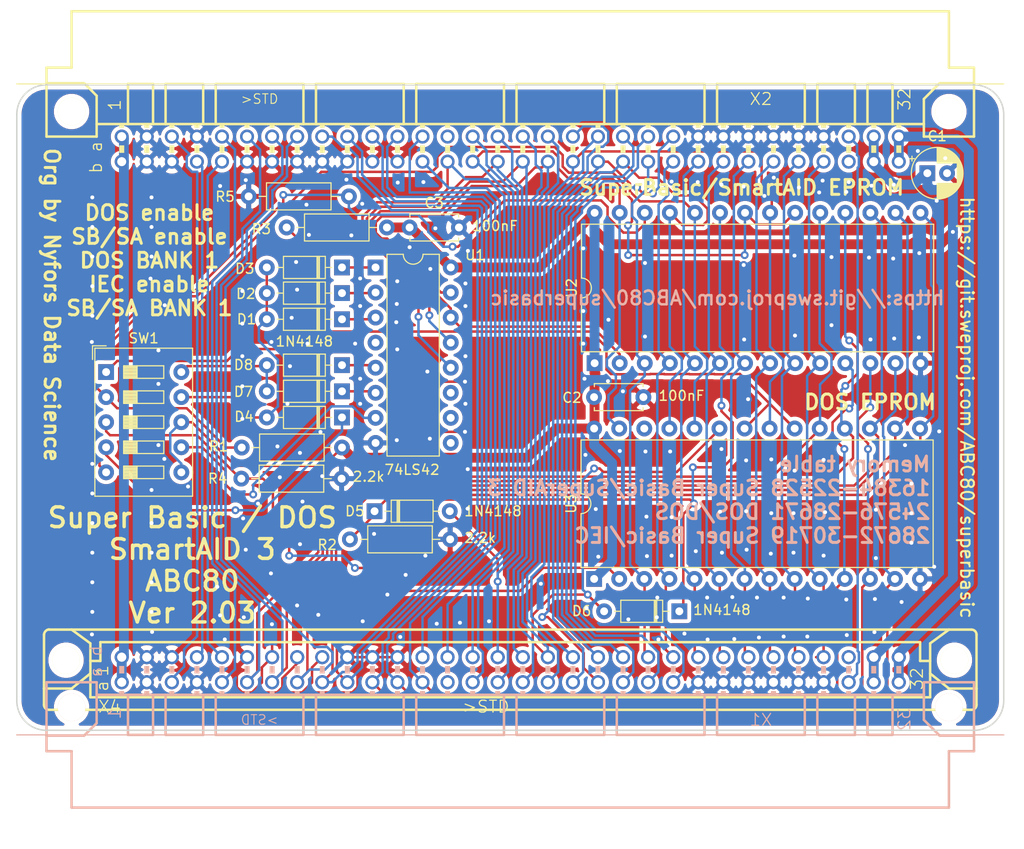
<source format=kicad_pcb>
(kicad_pcb (version 20171130) (host pcbnew 5.1.10-88a1d61d58~90~ubuntu20.04.1)

  (general
    (thickness 1.6)
    (drawings 16)
    (tracks 1127)
    (zones 0)
    (modules 23)
    (nets 58)
  )

  (page A4)
  (title_block
    (title SuperBasic/Smartaid)
    (date 2021-07-31)
    (rev 2.03)
    (company SweProj.com)
  )

  (layers
    (0 F.Cu signal)
    (31 B.Cu signal)
    (32 B.Adhes user)
    (33 F.Adhes user)
    (34 B.Paste user)
    (35 F.Paste user)
    (36 B.SilkS user)
    (37 F.SilkS user)
    (38 B.Mask user)
    (39 F.Mask user)
    (40 Dwgs.User user)
    (41 Cmts.User user)
    (42 Eco1.User user)
    (43 Eco2.User user)
    (44 Edge.Cuts user)
    (45 Margin user)
    (46 B.CrtYd user)
    (47 F.CrtYd user)
    (48 B.Fab user)
    (49 F.Fab user)
  )

  (setup
    (last_trace_width 0.25)
    (trace_clearance 0.2)
    (zone_clearance 0.4)
    (zone_45_only no)
    (trace_min 0.2)
    (via_size 0.8)
    (via_drill 0.4)
    (via_min_size 0.4)
    (via_min_drill 0.3)
    (uvia_size 0.3)
    (uvia_drill 0.1)
    (uvias_allowed no)
    (uvia_min_size 0.2)
    (uvia_min_drill 0.1)
    (edge_width 0.05)
    (segment_width 0.2)
    (pcb_text_width 0.3)
    (pcb_text_size 1.5 1.5)
    (mod_edge_width 0.12)
    (mod_text_size 1 1)
    (mod_text_width 0.15)
    (pad_size 1.524 1.524)
    (pad_drill 0.762)
    (pad_to_mask_clearance 0)
    (aux_axis_origin 0 0)
    (grid_origin 97.15 65.25)
    (visible_elements FFFFFF7F)
    (pcbplotparams
      (layerselection 0x010fc_ffffffff)
      (usegerberextensions false)
      (usegerberattributes true)
      (usegerberadvancedattributes true)
      (creategerberjobfile true)
      (excludeedgelayer true)
      (linewidth 0.100000)
      (plotframeref false)
      (viasonmask false)
      (mode 1)
      (useauxorigin false)
      (hpglpennumber 1)
      (hpglpenspeed 20)
      (hpglpendiameter 15.000000)
      (psnegative false)
      (psa4output false)
      (plotreference true)
      (plotvalue true)
      (plotinvisibletext false)
      (padsonsilk false)
      (subtractmaskfromsilk false)
      (outputformat 4)
      (mirror false)
      (drillshape 0)
      (scaleselection 1)
      (outputdirectory "v203"))
  )

  (net 0 "")
  (net 1 GND)
  (net 2 +5V)
  (net 3 /Q_2)
  (net 4 /Q_1)
  (net 5 /Q_0)
  (net 6 /A13)
  (net 7 /EA11)
  (net 8 /A11)
  (net 9 /A12)
  (net 10 /A15)
  (net 11 /A14)
  (net 12 /D2)
  (net 13 /D1)
  (net 14 /A8)
  (net 15 /D0)
  (net 16 /A9)
  (net 17 /A0)
  (net 18 /A1)
  (net 19 /A2)
  (net 20 /A10)
  (net 21 /A3)
  (net 22 /A4)
  (net 23 /D7)
  (net 24 /A5)
  (net 25 /D6)
  (net 26 /A6)
  (net 27 /D5)
  (net 28 /A7)
  (net 29 /D4)
  (net 30 /D3)
  (net 31 /Q_6)
  (net 32 /Q_5)
  (net 33 /Q_4)
  (net 34 /+12V)
  (net 35 /~INT)
  (net 36 /5)
  (net 37 /~XMEMFL)
  (net 38 /-12V)
  (net 39 /READY)
  (net 40 /~CS)
  (net 41 /~OUT)
  (net 42 /~C1)
  (net 43 /~C2)
  (net 44 /~C3)
  (net 45 /~C4)
  (net 46 /~INP)
  (net 47 /~STATUS)
  (net 48 /~RST)
  (net 49 /~XMEMW)
  (net 50 /~RESIN)
  (net 51 /~SB_CE)
  (net 52 /~DOS_CE)
  (net 53 /DOS_SEL)
  (net 54 /~SB_CE_SEL)
  (net 55 /~DOS_CE_SEL)
  (net 56 /~Q6_EN)
  (net 57 /BANK_SEL)

  (net_class Default "This is the default net class."
    (clearance 0.2)
    (trace_width 0.25)
    (via_dia 0.8)
    (via_drill 0.4)
    (uvia_dia 0.3)
    (uvia_drill 0.1)
    (add_net +5V)
    (add_net /+12V)
    (add_net /-12V)
    (add_net /5)
    (add_net /A0)
    (add_net /A1)
    (add_net /A10)
    (add_net /A11)
    (add_net /A12)
    (add_net /A13)
    (add_net /A14)
    (add_net /A15)
    (add_net /A2)
    (add_net /A3)
    (add_net /A4)
    (add_net /A5)
    (add_net /A6)
    (add_net /A7)
    (add_net /A8)
    (add_net /A9)
    (add_net /BANK_SEL)
    (add_net /D0)
    (add_net /D1)
    (add_net /D2)
    (add_net /D3)
    (add_net /D4)
    (add_net /D5)
    (add_net /D6)
    (add_net /D7)
    (add_net /DOS_SEL)
    (add_net /EA11)
    (add_net /Q_0)
    (add_net /Q_1)
    (add_net /Q_2)
    (add_net /Q_4)
    (add_net /Q_5)
    (add_net /Q_6)
    (add_net /READY)
    (add_net /~C1)
    (add_net /~C2)
    (add_net /~C3)
    (add_net /~C4)
    (add_net /~CS)
    (add_net /~DOS_CE)
    (add_net /~DOS_CE_SEL)
    (add_net /~INP)
    (add_net /~INT)
    (add_net /~OUT)
    (add_net /~Q6_EN)
    (add_net /~RESIN)
    (add_net /~RST)
    (add_net /~SB_CE)
    (add_net /~SB_CE_SEL)
    (add_net /~STATUS)
    (add_net /~XMEMFL)
    (add_net /~XMEMW)
    (add_net GND)
  )

  (module Capacitor_THT:CP_Radial_D5.0mm_P2.00mm (layer F.Cu) (tedit 5AE50EF0) (tstamp 610D4FC9)
    (at 174.26 39.7)
    (descr "CP, Radial series, Radial, pin pitch=2.00mm, , diameter=5mm, Electrolytic Capacitor")
    (tags "CP Radial series Radial pin pitch 2.00mm  diameter 5mm Electrolytic Capacitor")
    (path /6172F5FE)
    (fp_text reference C1 (at 1 -3.75) (layer F.SilkS)
      (effects (font (size 1 1) (thickness 0.15)))
    )
    (fp_text value 100uF/16V (at 1 3.75) (layer F.Fab)
      (effects (font (size 1 1) (thickness 0.15)))
    )
    (fp_circle (center 1 0) (end 3.5 0) (layer F.Fab) (width 0.1))
    (fp_circle (center 1 0) (end 3.62 0) (layer F.SilkS) (width 0.12))
    (fp_circle (center 1 0) (end 3.75 0) (layer F.CrtYd) (width 0.05))
    (fp_line (start -1.133605 -1.0875) (end -0.633605 -1.0875) (layer F.Fab) (width 0.1))
    (fp_line (start -0.883605 -1.3375) (end -0.883605 -0.8375) (layer F.Fab) (width 0.1))
    (fp_line (start 1 1.04) (end 1 2.58) (layer F.SilkS) (width 0.12))
    (fp_line (start 1 -2.58) (end 1 -1.04) (layer F.SilkS) (width 0.12))
    (fp_line (start 1.04 1.04) (end 1.04 2.58) (layer F.SilkS) (width 0.12))
    (fp_line (start 1.04 -2.58) (end 1.04 -1.04) (layer F.SilkS) (width 0.12))
    (fp_line (start 1.08 -2.579) (end 1.08 -1.04) (layer F.SilkS) (width 0.12))
    (fp_line (start 1.08 1.04) (end 1.08 2.579) (layer F.SilkS) (width 0.12))
    (fp_line (start 1.12 -2.578) (end 1.12 -1.04) (layer F.SilkS) (width 0.12))
    (fp_line (start 1.12 1.04) (end 1.12 2.578) (layer F.SilkS) (width 0.12))
    (fp_line (start 1.16 -2.576) (end 1.16 -1.04) (layer F.SilkS) (width 0.12))
    (fp_line (start 1.16 1.04) (end 1.16 2.576) (layer F.SilkS) (width 0.12))
    (fp_line (start 1.2 -2.573) (end 1.2 -1.04) (layer F.SilkS) (width 0.12))
    (fp_line (start 1.2 1.04) (end 1.2 2.573) (layer F.SilkS) (width 0.12))
    (fp_line (start 1.24 -2.569) (end 1.24 -1.04) (layer F.SilkS) (width 0.12))
    (fp_line (start 1.24 1.04) (end 1.24 2.569) (layer F.SilkS) (width 0.12))
    (fp_line (start 1.28 -2.565) (end 1.28 -1.04) (layer F.SilkS) (width 0.12))
    (fp_line (start 1.28 1.04) (end 1.28 2.565) (layer F.SilkS) (width 0.12))
    (fp_line (start 1.32 -2.561) (end 1.32 -1.04) (layer F.SilkS) (width 0.12))
    (fp_line (start 1.32 1.04) (end 1.32 2.561) (layer F.SilkS) (width 0.12))
    (fp_line (start 1.36 -2.556) (end 1.36 -1.04) (layer F.SilkS) (width 0.12))
    (fp_line (start 1.36 1.04) (end 1.36 2.556) (layer F.SilkS) (width 0.12))
    (fp_line (start 1.4 -2.55) (end 1.4 -1.04) (layer F.SilkS) (width 0.12))
    (fp_line (start 1.4 1.04) (end 1.4 2.55) (layer F.SilkS) (width 0.12))
    (fp_line (start 1.44 -2.543) (end 1.44 -1.04) (layer F.SilkS) (width 0.12))
    (fp_line (start 1.44 1.04) (end 1.44 2.543) (layer F.SilkS) (width 0.12))
    (fp_line (start 1.48 -2.536) (end 1.48 -1.04) (layer F.SilkS) (width 0.12))
    (fp_line (start 1.48 1.04) (end 1.48 2.536) (layer F.SilkS) (width 0.12))
    (fp_line (start 1.52 -2.528) (end 1.52 -1.04) (layer F.SilkS) (width 0.12))
    (fp_line (start 1.52 1.04) (end 1.52 2.528) (layer F.SilkS) (width 0.12))
    (fp_line (start 1.56 -2.52) (end 1.56 -1.04) (layer F.SilkS) (width 0.12))
    (fp_line (start 1.56 1.04) (end 1.56 2.52) (layer F.SilkS) (width 0.12))
    (fp_line (start 1.6 -2.511) (end 1.6 -1.04) (layer F.SilkS) (width 0.12))
    (fp_line (start 1.6 1.04) (end 1.6 2.511) (layer F.SilkS) (width 0.12))
    (fp_line (start 1.64 -2.501) (end 1.64 -1.04) (layer F.SilkS) (width 0.12))
    (fp_line (start 1.64 1.04) (end 1.64 2.501) (layer F.SilkS) (width 0.12))
    (fp_line (start 1.68 -2.491) (end 1.68 -1.04) (layer F.SilkS) (width 0.12))
    (fp_line (start 1.68 1.04) (end 1.68 2.491) (layer F.SilkS) (width 0.12))
    (fp_line (start 1.721 -2.48) (end 1.721 -1.04) (layer F.SilkS) (width 0.12))
    (fp_line (start 1.721 1.04) (end 1.721 2.48) (layer F.SilkS) (width 0.12))
    (fp_line (start 1.761 -2.468) (end 1.761 -1.04) (layer F.SilkS) (width 0.12))
    (fp_line (start 1.761 1.04) (end 1.761 2.468) (layer F.SilkS) (width 0.12))
    (fp_line (start 1.801 -2.455) (end 1.801 -1.04) (layer F.SilkS) (width 0.12))
    (fp_line (start 1.801 1.04) (end 1.801 2.455) (layer F.SilkS) (width 0.12))
    (fp_line (start 1.841 -2.442) (end 1.841 -1.04) (layer F.SilkS) (width 0.12))
    (fp_line (start 1.841 1.04) (end 1.841 2.442) (layer F.SilkS) (width 0.12))
    (fp_line (start 1.881 -2.428) (end 1.881 -1.04) (layer F.SilkS) (width 0.12))
    (fp_line (start 1.881 1.04) (end 1.881 2.428) (layer F.SilkS) (width 0.12))
    (fp_line (start 1.921 -2.414) (end 1.921 -1.04) (layer F.SilkS) (width 0.12))
    (fp_line (start 1.921 1.04) (end 1.921 2.414) (layer F.SilkS) (width 0.12))
    (fp_line (start 1.961 -2.398) (end 1.961 -1.04) (layer F.SilkS) (width 0.12))
    (fp_line (start 1.961 1.04) (end 1.961 2.398) (layer F.SilkS) (width 0.12))
    (fp_line (start 2.001 -2.382) (end 2.001 -1.04) (layer F.SilkS) (width 0.12))
    (fp_line (start 2.001 1.04) (end 2.001 2.382) (layer F.SilkS) (width 0.12))
    (fp_line (start 2.041 -2.365) (end 2.041 -1.04) (layer F.SilkS) (width 0.12))
    (fp_line (start 2.041 1.04) (end 2.041 2.365) (layer F.SilkS) (width 0.12))
    (fp_line (start 2.081 -2.348) (end 2.081 -1.04) (layer F.SilkS) (width 0.12))
    (fp_line (start 2.081 1.04) (end 2.081 2.348) (layer F.SilkS) (width 0.12))
    (fp_line (start 2.121 -2.329) (end 2.121 -1.04) (layer F.SilkS) (width 0.12))
    (fp_line (start 2.121 1.04) (end 2.121 2.329) (layer F.SilkS) (width 0.12))
    (fp_line (start 2.161 -2.31) (end 2.161 -1.04) (layer F.SilkS) (width 0.12))
    (fp_line (start 2.161 1.04) (end 2.161 2.31) (layer F.SilkS) (width 0.12))
    (fp_line (start 2.201 -2.29) (end 2.201 -1.04) (layer F.SilkS) (width 0.12))
    (fp_line (start 2.201 1.04) (end 2.201 2.29) (layer F.SilkS) (width 0.12))
    (fp_line (start 2.241 -2.268) (end 2.241 -1.04) (layer F.SilkS) (width 0.12))
    (fp_line (start 2.241 1.04) (end 2.241 2.268) (layer F.SilkS) (width 0.12))
    (fp_line (start 2.281 -2.247) (end 2.281 -1.04) (layer F.SilkS) (width 0.12))
    (fp_line (start 2.281 1.04) (end 2.281 2.247) (layer F.SilkS) (width 0.12))
    (fp_line (start 2.321 -2.224) (end 2.321 -1.04) (layer F.SilkS) (width 0.12))
    (fp_line (start 2.321 1.04) (end 2.321 2.224) (layer F.SilkS) (width 0.12))
    (fp_line (start 2.361 -2.2) (end 2.361 -1.04) (layer F.SilkS) (width 0.12))
    (fp_line (start 2.361 1.04) (end 2.361 2.2) (layer F.SilkS) (width 0.12))
    (fp_line (start 2.401 -2.175) (end 2.401 -1.04) (layer F.SilkS) (width 0.12))
    (fp_line (start 2.401 1.04) (end 2.401 2.175) (layer F.SilkS) (width 0.12))
    (fp_line (start 2.441 -2.149) (end 2.441 -1.04) (layer F.SilkS) (width 0.12))
    (fp_line (start 2.441 1.04) (end 2.441 2.149) (layer F.SilkS) (width 0.12))
    (fp_line (start 2.481 -2.122) (end 2.481 -1.04) (layer F.SilkS) (width 0.12))
    (fp_line (start 2.481 1.04) (end 2.481 2.122) (layer F.SilkS) (width 0.12))
    (fp_line (start 2.521 -2.095) (end 2.521 -1.04) (layer F.SilkS) (width 0.12))
    (fp_line (start 2.521 1.04) (end 2.521 2.095) (layer F.SilkS) (width 0.12))
    (fp_line (start 2.561 -2.065) (end 2.561 -1.04) (layer F.SilkS) (width 0.12))
    (fp_line (start 2.561 1.04) (end 2.561 2.065) (layer F.SilkS) (width 0.12))
    (fp_line (start 2.601 -2.035) (end 2.601 -1.04) (layer F.SilkS) (width 0.12))
    (fp_line (start 2.601 1.04) (end 2.601 2.035) (layer F.SilkS) (width 0.12))
    (fp_line (start 2.641 -2.004) (end 2.641 -1.04) (layer F.SilkS) (width 0.12))
    (fp_line (start 2.641 1.04) (end 2.641 2.004) (layer F.SilkS) (width 0.12))
    (fp_line (start 2.681 -1.971) (end 2.681 -1.04) (layer F.SilkS) (width 0.12))
    (fp_line (start 2.681 1.04) (end 2.681 1.971) (layer F.SilkS) (width 0.12))
    (fp_line (start 2.721 -1.937) (end 2.721 -1.04) (layer F.SilkS) (width 0.12))
    (fp_line (start 2.721 1.04) (end 2.721 1.937) (layer F.SilkS) (width 0.12))
    (fp_line (start 2.761 -1.901) (end 2.761 -1.04) (layer F.SilkS) (width 0.12))
    (fp_line (start 2.761 1.04) (end 2.761 1.901) (layer F.SilkS) (width 0.12))
    (fp_line (start 2.801 -1.864) (end 2.801 -1.04) (layer F.SilkS) (width 0.12))
    (fp_line (start 2.801 1.04) (end 2.801 1.864) (layer F.SilkS) (width 0.12))
    (fp_line (start 2.841 -1.826) (end 2.841 -1.04) (layer F.SilkS) (width 0.12))
    (fp_line (start 2.841 1.04) (end 2.841 1.826) (layer F.SilkS) (width 0.12))
    (fp_line (start 2.881 -1.785) (end 2.881 -1.04) (layer F.SilkS) (width 0.12))
    (fp_line (start 2.881 1.04) (end 2.881 1.785) (layer F.SilkS) (width 0.12))
    (fp_line (start 2.921 -1.743) (end 2.921 -1.04) (layer F.SilkS) (width 0.12))
    (fp_line (start 2.921 1.04) (end 2.921 1.743) (layer F.SilkS) (width 0.12))
    (fp_line (start 2.961 -1.699) (end 2.961 -1.04) (layer F.SilkS) (width 0.12))
    (fp_line (start 2.961 1.04) (end 2.961 1.699) (layer F.SilkS) (width 0.12))
    (fp_line (start 3.001 -1.653) (end 3.001 -1.04) (layer F.SilkS) (width 0.12))
    (fp_line (start 3.001 1.04) (end 3.001 1.653) (layer F.SilkS) (width 0.12))
    (fp_line (start 3.041 -1.605) (end 3.041 1.605) (layer F.SilkS) (width 0.12))
    (fp_line (start 3.081 -1.554) (end 3.081 1.554) (layer F.SilkS) (width 0.12))
    (fp_line (start 3.121 -1.5) (end 3.121 1.5) (layer F.SilkS) (width 0.12))
    (fp_line (start 3.161 -1.443) (end 3.161 1.443) (layer F.SilkS) (width 0.12))
    (fp_line (start 3.201 -1.383) (end 3.201 1.383) (layer F.SilkS) (width 0.12))
    (fp_line (start 3.241 -1.319) (end 3.241 1.319) (layer F.SilkS) (width 0.12))
    (fp_line (start 3.281 -1.251) (end 3.281 1.251) (layer F.SilkS) (width 0.12))
    (fp_line (start 3.321 -1.178) (end 3.321 1.178) (layer F.SilkS) (width 0.12))
    (fp_line (start 3.361 -1.098) (end 3.361 1.098) (layer F.SilkS) (width 0.12))
    (fp_line (start 3.401 -1.011) (end 3.401 1.011) (layer F.SilkS) (width 0.12))
    (fp_line (start 3.441 -0.915) (end 3.441 0.915) (layer F.SilkS) (width 0.12))
    (fp_line (start 3.481 -0.805) (end 3.481 0.805) (layer F.SilkS) (width 0.12))
    (fp_line (start 3.521 -0.677) (end 3.521 0.677) (layer F.SilkS) (width 0.12))
    (fp_line (start 3.561 -0.518) (end 3.561 0.518) (layer F.SilkS) (width 0.12))
    (fp_line (start 3.601 -0.284) (end 3.601 0.284) (layer F.SilkS) (width 0.12))
    (fp_line (start -1.804775 -1.475) (end -1.304775 -1.475) (layer F.SilkS) (width 0.12))
    (fp_line (start -1.554775 -1.725) (end -1.554775 -1.225) (layer F.SilkS) (width 0.12))
    (fp_text user %R (at 1 0) (layer F.Fab)
      (effects (font (size 1 1) (thickness 0.15)))
    )
    (pad 2 thru_hole circle (at 2 0) (size 1.6 1.6) (drill 0.8) (layers *.Cu *.Mask)
      (net 1 GND))
    (pad 1 thru_hole rect (at 0 0) (size 1.6 1.6) (drill 0.8) (layers *.Cu *.Mask)
      (net 2 +5V))
    (model ${KISYS3DMOD}/Capacitor_THT.3dshapes/CP_Radial_D5.0mm_P2.00mm.wrl
      (at (xyz 0 0 0))
      (scale (xyz 1 1 1))
      (rotate (xyz 0 0 0))
    )
  )

  (module superbasic:FAB64Q (layer B.Cu) (tedit 610A4B1C) (tstamp 61050D6A)
    (at 132 93.82 270)
    (descr "<b>DIN 41612 CONNECTOR</b>\n<p>\nMale, 64 pins, type B, rows ab, grid 2.54 mm<br />\nFemale, 64 bits, type Q, rows ab, grid 2.54 mm<br />\nB mates with Q, but pin numbers reversed\n</p>")
    (path /6104D632)
    (fp_text reference X1 (at 1.27 -25.4 180) (layer B.SilkS)
      (effects (font (size 1.2065 1.2065) (thickness 0.12065)) (justify mirror))
    )
    (fp_text value ABC-Bus (at 1.27 -5.1054 180) (layer B.Fab)
      (effects (font (size 1.2065 1.2065) (thickness 0.12065)) (justify mirror))
    )
    (fp_line (start 4.445 -46.99) (end 4.445 -44.45) (layer B.SilkS) (width 0.254))
    (fp_line (start 4.445 -44.45) (end 10.16 -44.45) (layer B.SilkS) (width 0.254))
    (fp_line (start 10.16 -44.45) (end 10.16 44.45) (layer B.SilkS) (width 0.254))
    (fp_line (start 10.16 44.45) (end 4.445 44.45) (layer B.SilkS) (width 0.254))
    (fp_line (start 4.445 44.45) (end 4.445 46.99) (layer B.SilkS) (width 0.254))
    (fp_line (start -2.54 46.99) (end -2.54 41.91) (layer B.SilkS) (width 0.254))
    (fp_line (start -2.54 41.91) (end -1.27 41.91) (layer B.SilkS) (width 0.254))
    (fp_line (start -1.27 41.91) (end 1.6002 41.91) (layer B.SilkS) (width 0.254))
    (fp_line (start 4.445 46.99) (end 2.8702 46.99) (layer B.SilkS) (width 0.254))
    (fp_line (start 2.8702 46.99) (end -2.54 46.99) (layer B.SilkS) (width 0.254))
    (fp_line (start 1.6002 41.91) (end 2.8702 43.18) (layer B.SilkS) (width 0.254))
    (fp_line (start 2.8702 43.18) (end 2.8702 46.99) (layer B.SilkS) (width 0.254))
    (fp_line (start -2.54 -46.99) (end 2.8702 -46.99) (layer B.SilkS) (width 0.254))
    (fp_line (start 2.8702 -46.99) (end 4.445 -46.99) (layer B.SilkS) (width 0.254))
    (fp_line (start 2.8702 -43.5102) (end 1.27 -41.91) (layer B.SilkS) (width 0.254))
    (fp_line (start 2.8702 -43.5102) (end 2.8702 -46.99) (layer B.SilkS) (width 0.254))
    (fp_line (start -2.54 -41.91) (end -2.54 -46.99) (layer B.SilkS) (width 0.254))
    (fp_line (start -2.54 -41.91) (end -1.27 -41.91) (layer B.SilkS) (width 0.254))
    (fp_line (start -1.27 -41.91) (end 1.27 -41.91) (layer B.SilkS) (width 0.254))
    (fp_line (start -1.27 41.91) (end -1.27 38.735) (layer B.SilkS) (width 0.254))
    (fp_line (start 2.794 38.735) (end 2.794 36.195) (layer B.SilkS) (width 0.254))
    (fp_line (start 2.794 38.735) (end -1.27 38.735) (layer B.SilkS) (width 0.254))
    (fp_line (start -1.27 38.735) (end -1.27 36.195) (layer B.SilkS) (width 0.254))
    (fp_line (start 2.794 36.195) (end -1.27 36.195) (layer B.SilkS) (width 0.254))
    (fp_line (start -1.27 36.195) (end -1.27 34.925) (layer B.SilkS) (width 0.254))
    (fp_line (start 2.794 34.925) (end -1.27 34.925) (layer B.SilkS) (width 0.254))
    (fp_line (start 2.794 34.925) (end 2.794 31.115) (layer B.SilkS) (width 0.254))
    (fp_line (start -1.27 34.925) (end -1.27 31.115) (layer B.SilkS) (width 0.254))
    (fp_line (start 2.794 31.115) (end -1.27 31.115) (layer B.SilkS) (width 0.254))
    (fp_line (start -1.27 31.115) (end -1.27 29.845) (layer B.SilkS) (width 0.254))
    (fp_line (start 2.794 29.845) (end -1.27 29.845) (layer B.SilkS) (width 0.254))
    (fp_line (start 2.794 29.845) (end 2.794 20.955) (layer B.SilkS) (width 0.254))
    (fp_line (start -1.27 29.845) (end -1.27 20.955) (layer B.SilkS) (width 0.254))
    (fp_line (start 2.794 20.955) (end -1.27 20.955) (layer B.SilkS) (width 0.254))
    (fp_line (start -1.27 20.955) (end -1.27 19.685) (layer B.SilkS) (width 0.254))
    (fp_line (start 2.794 19.685) (end -1.27 19.685) (layer B.SilkS) (width 0.254))
    (fp_line (start 2.794 19.685) (end 2.794 10.795) (layer B.SilkS) (width 0.254))
    (fp_line (start -1.27 19.685) (end -1.27 10.795) (layer B.SilkS) (width 0.254))
    (fp_line (start 2.794 10.795) (end -1.27 10.795) (layer B.SilkS) (width 0.254))
    (fp_line (start -1.27 10.795) (end -1.27 9.525) (layer B.SilkS) (width 0.254))
    (fp_line (start 2.794 9.525) (end -1.27 9.525) (layer B.SilkS) (width 0.254))
    (fp_line (start 2.794 9.525) (end 2.794 0.635) (layer B.SilkS) (width 0.254))
    (fp_line (start -1.27 9.525) (end -1.27 0.635) (layer B.SilkS) (width 0.254))
    (fp_line (start 2.794 0.635) (end -1.27 0.635) (layer B.SilkS) (width 0.254))
    (fp_line (start -1.27 0.635) (end -1.27 -0.635) (layer B.SilkS) (width 0.254))
    (fp_line (start 2.794 -0.635) (end -1.27 -0.635) (layer B.SilkS) (width 0.254))
    (fp_line (start 2.794 -0.635) (end 2.794 -9.525) (layer B.SilkS) (width 0.254))
    (fp_line (start -1.27 -0.635) (end -1.27 -9.525) (layer B.SilkS) (width 0.254))
    (fp_line (start 2.794 -9.525) (end -1.27 -9.525) (layer B.SilkS) (width 0.254))
    (fp_line (start -1.27 -9.525) (end -1.27 -10.795) (layer B.SilkS) (width 0.254))
    (fp_line (start 2.794 -10.795) (end -1.27 -10.795) (layer B.SilkS) (width 0.254))
    (fp_line (start 2.794 -10.795) (end 2.794 -19.685) (layer B.SilkS) (width 0.254))
    (fp_line (start -1.27 -10.795) (end -1.27 -19.685) (layer B.SilkS) (width 0.254))
    (fp_line (start 2.794 -19.685) (end -1.27 -19.685) (layer B.SilkS) (width 0.254))
    (fp_line (start -1.27 -19.685) (end -1.27 -20.955) (layer B.SilkS) (width 0.254))
    (fp_line (start 2.794 -20.955) (end -1.27 -20.955) (layer B.SilkS) (width 0.254))
    (fp_line (start 2.794 -20.955) (end 2.794 -29.845) (layer B.SilkS) (width 0.254))
    (fp_line (start -1.27 -20.955) (end -1.27 -29.845) (layer B.SilkS) (width 0.254))
    (fp_line (start 2.794 -29.845) (end -1.27 -29.845) (layer B.SilkS) (width 0.254))
    (fp_line (start -1.27 -29.845) (end -1.27 -31.115) (layer B.SilkS) (width 0.254))
    (fp_line (start 2.794 -31.115) (end -1.27 -31.115) (layer B.SilkS) (width 0.254))
    (fp_line (start 2.794 -31.115) (end 2.794 -34.925) (layer B.SilkS) (width 0.254))
    (fp_line (start -1.27 -31.115) (end -1.27 -34.925) (layer B.SilkS) (width 0.254))
    (fp_line (start 2.794 -34.925) (end -1.27 -34.925) (layer B.SilkS) (width 0.254))
    (fp_line (start -1.27 -34.925) (end -1.27 -36.195) (layer B.SilkS) (width 0.254))
    (fp_line (start 2.794 -36.195) (end -1.27 -36.195) (layer B.SilkS) (width 0.254))
    (fp_line (start 2.794 -36.195) (end 2.794 -38.735) (layer B.SilkS) (width 0.254))
    (fp_line (start -1.27 -36.195) (end -1.27 -38.735) (layer B.SilkS) (width 0.254))
    (fp_line (start 2.794 -38.735) (end -1.27 -38.735) (layer B.SilkS) (width 0.254))
    (fp_line (start -1.27 -38.735) (end -1.27 -41.91) (layer B.SilkS) (width 0.254))
    (fp_line (start 2.794 -50.0126) (end 2.794 50.0126) (layer B.SilkS) (width 0.12))
    (fp_circle (center 0 44.45) (end 1.27 44.45) (layer B.SilkS) (width 0.254))
    (fp_circle (center 0 -44.45) (end 1.27 -44.45) (layer B.SilkS) (width 0.254))
    (fp_poly (pts (xy -1.651 39.116) (xy -1.27 39.116) (xy -1.27 39.624) (xy -1.651 39.624)) (layer B.SilkS) (width 0))
    (fp_poly (pts (xy -3.429 39.116) (xy -1.651 39.116) (xy -1.651 39.624) (xy -3.429 39.624)) (layer B.Fab) (width 0))
    (fp_poly (pts (xy -5.334 39.116) (xy -4.191 39.116) (xy -4.191 39.624) (xy -5.334 39.624)) (layer B.Fab) (width 0))
    (fp_poly (pts (xy -1.651 36.576) (xy -1.27 36.576) (xy -1.27 37.084) (xy -1.651 37.084)) (layer B.SilkS) (width 0))
    (fp_poly (pts (xy -3.429 36.576) (xy -1.651 36.576) (xy -1.651 37.084) (xy -3.429 37.084)) (layer B.Fab) (width 0))
    (fp_poly (pts (xy -5.334 36.576) (xy -4.191 36.576) (xy -4.191 37.084) (xy -5.334 37.084)) (layer B.Fab) (width 0))
    (fp_poly (pts (xy -5.334 34.036) (xy -4.191 34.036) (xy -4.191 34.544) (xy -5.334 34.544)) (layer B.Fab) (width 0))
    (fp_poly (pts (xy -1.651 34.036) (xy -1.27 34.036) (xy -1.27 34.544) (xy -1.651 34.544)) (layer B.SilkS) (width 0))
    (fp_poly (pts (xy -3.429 34.036) (xy -1.651 34.036) (xy -1.651 34.544) (xy -3.429 34.544)) (layer B.Fab) (width 0))
    (fp_poly (pts (xy -1.651 31.496) (xy -1.27 31.496) (xy -1.27 32.004) (xy -1.651 32.004)) (layer B.SilkS) (width 0))
    (fp_poly (pts (xy -3.429 31.496) (xy -1.651 31.496) (xy -1.651 32.004) (xy -3.429 32.004)) (layer B.Fab) (width 0))
    (fp_poly (pts (xy -5.334 31.496) (xy -4.191 31.496) (xy -4.191 32.004) (xy -5.334 32.004)) (layer B.Fab) (width 0))
    (fp_poly (pts (xy -1.651 28.956) (xy -1.27 28.956) (xy -1.27 29.464) (xy -1.651 29.464)) (layer B.SilkS) (width 0))
    (fp_poly (pts (xy -1.651 26.416) (xy -1.27 26.416) (xy -1.27 26.924) (xy -1.651 26.924)) (layer B.SilkS) (width 0))
    (fp_poly (pts (xy -3.429 28.956) (xy -1.651 28.956) (xy -1.651 29.464) (xy -3.429 29.464)) (layer B.Fab) (width 0))
    (fp_poly (pts (xy -3.429 26.416) (xy -1.651 26.416) (xy -1.651 26.924) (xy -3.429 26.924)) (layer B.Fab) (width 0))
    (fp_poly (pts (xy -5.334 28.956) (xy -4.191 28.956) (xy -4.191 29.464) (xy -5.334 29.464)) (layer B.Fab) (width 0))
    (fp_poly (pts (xy -5.334 26.416) (xy -4.191 26.416) (xy -4.191 26.924) (xy -5.334 26.924)) (layer B.Fab) (width 0))
    (fp_poly (pts (xy -5.334 23.876) (xy -4.191 23.876) (xy -4.191 24.384) (xy -5.334 24.384)) (layer B.Fab) (width 0))
    (fp_poly (pts (xy -1.651 23.876) (xy -1.27 23.876) (xy -1.27 24.384) (xy -1.651 24.384)) (layer B.SilkS) (width 0))
    (fp_poly (pts (xy -3.429 23.876) (xy -1.651 23.876) (xy -1.651 24.384) (xy -3.429 24.384)) (layer B.Fab) (width 0))
    (fp_poly (pts (xy -3.429 21.336) (xy -1.651 21.336) (xy -1.651 21.844) (xy -3.429 21.844)) (layer B.Fab) (width 0))
    (fp_poly (pts (xy -1.651 21.336) (xy -1.27 21.336) (xy -1.27 21.844) (xy -1.651 21.844)) (layer B.SilkS) (width 0))
    (fp_poly (pts (xy -5.334 21.336) (xy -4.191 21.336) (xy -4.191 21.844) (xy -5.334 21.844)) (layer B.Fab) (width 0))
    (fp_poly (pts (xy -3.429 18.796) (xy -1.651 18.796) (xy -1.651 19.304) (xy -3.429 19.304)) (layer B.Fab) (width 0))
    (fp_poly (pts (xy -1.651 18.796) (xy -1.27 18.796) (xy -1.27 19.304) (xy -1.651 19.304)) (layer B.SilkS) (width 0))
    (fp_poly (pts (xy -5.334 18.796) (xy -4.191 18.796) (xy -4.191 19.304) (xy -5.334 19.304)) (layer B.Fab) (width 0))
    (fp_poly (pts (xy -1.651 16.256) (xy -1.27 16.256) (xy -1.27 16.764) (xy -1.651 16.764)) (layer B.SilkS) (width 0))
    (fp_poly (pts (xy -3.429 16.256) (xy -1.651 16.256) (xy -1.651 16.764) (xy -3.429 16.764)) (layer B.Fab) (width 0))
    (fp_poly (pts (xy -5.334 16.256) (xy -4.191 16.256) (xy -4.191 16.764) (xy -5.334 16.764)) (layer B.Fab) (width 0))
    (fp_poly (pts (xy -5.334 13.716) (xy -4.191 13.716) (xy -4.191 14.224) (xy -5.334 14.224)) (layer B.Fab) (width 0))
    (fp_poly (pts (xy -3.429 13.716) (xy -1.651 13.716) (xy -1.651 14.224) (xy -3.429 14.224)) (layer B.Fab) (width 0))
    (fp_poly (pts (xy -1.651 13.716) (xy -1.27 13.716) (xy -1.27 14.224) (xy -1.651 14.224)) (layer B.SilkS) (width 0))
    (fp_poly (pts (xy -3.429 11.176) (xy -1.651 11.176) (xy -1.651 11.684) (xy -3.429 11.684)) (layer B.Fab) (width 0))
    (fp_poly (pts (xy -3.429 8.636) (xy -1.651 8.636) (xy -1.651 9.144) (xy -3.429 9.144)) (layer B.Fab) (width 0))
    (fp_poly (pts (xy -1.651 11.176) (xy -1.27 11.176) (xy -1.27 11.684) (xy -1.651 11.684)) (layer B.SilkS) (width 0))
    (fp_poly (pts (xy -1.651 8.636) (xy -1.27 8.636) (xy -1.27 9.144) (xy -1.651 9.144)) (layer B.SilkS) (width 0))
    (fp_poly (pts (xy -5.334 11.176) (xy -4.191 11.176) (xy -4.191 11.684) (xy -5.334 11.684)) (layer B.Fab) (width 0))
    (fp_poly (pts (xy -5.334 8.636) (xy -4.191 8.636) (xy -4.191 9.144) (xy -5.334 9.144)) (layer B.Fab) (width 0))
    (fp_poly (pts (xy -5.334 6.096) (xy -4.191 6.096) (xy -4.191 6.604) (xy -5.334 6.604)) (layer B.Fab) (width 0))
    (fp_poly (pts (xy -3.429 6.096) (xy -1.651 6.096) (xy -1.651 6.604) (xy -3.429 6.604)) (layer B.Fab) (width 0))
    (fp_poly (pts (xy -3.429 3.556) (xy -1.651 3.556) (xy -1.651 4.064) (xy -3.429 4.064)) (layer B.Fab) (width 0))
    (fp_poly (pts (xy -1.651 6.096) (xy -1.27 6.096) (xy -1.27 6.604) (xy -1.651 6.604)) (layer B.SilkS) (width 0))
    (fp_poly (pts (xy -1.651 3.556) (xy -1.27 3.556) (xy -1.27 4.064) (xy -1.651 4.064)) (layer B.SilkS) (width 0))
    (fp_poly (pts (xy -5.334 3.556) (xy -4.191 3.556) (xy -4.191 4.064) (xy -5.334 4.064)) (layer B.Fab) (width 0))
    (fp_poly (pts (xy -5.334 1.016) (xy -4.191 1.016) (xy -4.191 1.524) (xy -5.334 1.524)) (layer B.Fab) (width 0))
    (fp_poly (pts (xy -3.429 1.016) (xy -1.651 1.016) (xy -1.651 1.524) (xy -3.429 1.524)) (layer B.Fab) (width 0))
    (fp_poly (pts (xy -1.651 1.016) (xy -1.27 1.016) (xy -1.27 1.524) (xy -1.651 1.524)) (layer B.SilkS) (width 0))
    (fp_poly (pts (xy -1.651 -1.524) (xy -1.27 -1.524) (xy -1.27 -1.016) (xy -1.651 -1.016)) (layer B.SilkS) (width 0))
    (fp_poly (pts (xy -3.429 -1.524) (xy -1.651 -1.524) (xy -1.651 -1.016) (xy -3.429 -1.016)) (layer B.Fab) (width 0))
    (fp_poly (pts (xy -5.334 -1.524) (xy -4.191 -1.524) (xy -4.191 -1.016) (xy -5.334 -1.016)) (layer B.Fab) (width 0))
    (fp_poly (pts (xy -1.651 -4.064) (xy -1.27 -4.064) (xy -1.27 -3.556) (xy -1.651 -3.556)) (layer B.SilkS) (width 0))
    (fp_poly (pts (xy -3.429 -4.064) (xy -1.651 -4.064) (xy -1.651 -3.556) (xy -3.429 -3.556)) (layer B.Fab) (width 0))
    (fp_poly (pts (xy -5.334 -4.064) (xy -4.191 -4.064) (xy -4.191 -3.556) (xy -5.334 -3.556)) (layer B.Fab) (width 0))
    (fp_poly (pts (xy -3.429 -6.604) (xy -1.651 -6.604) (xy -1.651 -6.096) (xy -3.429 -6.096)) (layer B.Fab) (width 0))
    (fp_poly (pts (xy -1.651 -6.604) (xy -1.27 -6.604) (xy -1.27 -6.096) (xy -1.651 -6.096)) (layer B.SilkS) (width 0))
    (fp_poly (pts (xy -5.334 -6.604) (xy -4.191 -6.604) (xy -4.191 -6.096) (xy -5.334 -6.096)) (layer B.Fab) (width 0))
    (fp_poly (pts (xy -5.334 -9.144) (xy -4.191 -9.144) (xy -4.191 -8.636) (xy -5.334 -8.636)) (layer B.Fab) (width 0))
    (fp_poly (pts (xy -3.429 -9.144) (xy -1.651 -9.144) (xy -1.651 -8.636) (xy -3.429 -8.636)) (layer B.Fab) (width 0))
    (fp_poly (pts (xy -1.651 -9.144) (xy -1.27 -9.144) (xy -1.27 -8.636) (xy -1.651 -8.636)) (layer B.SilkS) (width 0))
    (fp_poly (pts (xy -1.651 -11.684) (xy -1.27 -11.684) (xy -1.27 -11.176) (xy -1.651 -11.176)) (layer B.SilkS) (width 0))
    (fp_poly (pts (xy -1.651 -14.224) (xy -1.27 -14.224) (xy -1.27 -13.716) (xy -1.651 -13.716)) (layer B.SilkS) (width 0))
    (fp_poly (pts (xy -3.429 -11.684) (xy -1.651 -11.684) (xy -1.651 -11.176) (xy -3.429 -11.176)) (layer B.Fab) (width 0))
    (fp_poly (pts (xy -5.334 -11.684) (xy -4.191 -11.684) (xy -4.191 -11.176) (xy -5.334 -11.176)) (layer B.Fab) (width 0))
    (fp_poly (pts (xy -3.429 -16.764) (xy -1.651 -16.764) (xy -1.651 -16.256) (xy -3.429 -16.256)) (layer B.Fab) (width 0))
    (fp_poly (pts (xy -1.651 -16.764) (xy -1.27 -16.764) (xy -1.27 -16.256) (xy -1.651 -16.256)) (layer B.SilkS) (width 0))
    (fp_poly (pts (xy -5.334 -16.764) (xy -4.191 -16.764) (xy -4.191 -16.256) (xy -5.334 -16.256)) (layer B.Fab) (width 0))
    (fp_poly (pts (xy -3.429 -14.224) (xy -1.651 -14.224) (xy -1.651 -13.716) (xy -3.429 -13.716)) (layer B.Fab) (width 0))
    (fp_poly (pts (xy -5.334 -14.224) (xy -4.191 -14.224) (xy -4.191 -13.716) (xy -5.334 -13.716)) (layer B.Fab) (width 0))
    (fp_poly (pts (xy -3.429 -19.304) (xy -1.651 -19.304) (xy -1.651 -18.796) (xy -3.429 -18.796)) (layer B.Fab) (width 0))
    (fp_poly (pts (xy -1.651 -19.304) (xy -1.27 -19.304) (xy -1.27 -18.796) (xy -1.651 -18.796)) (layer B.SilkS) (width 0))
    (fp_poly (pts (xy -5.334 -19.304) (xy -4.191 -19.304) (xy -4.191 -18.796) (xy -5.334 -18.796)) (layer B.Fab) (width 0))
    (fp_poly (pts (xy -5.334 -21.844) (xy -4.191 -21.844) (xy -4.191 -21.336) (xy -5.334 -21.336)) (layer B.Fab) (width 0))
    (fp_poly (pts (xy -3.429 -21.844) (xy -1.651 -21.844) (xy -1.651 -21.336) (xy -3.429 -21.336)) (layer B.Fab) (width 0))
    (fp_poly (pts (xy -1.651 -21.844) (xy -1.27 -21.844) (xy -1.27 -21.336) (xy -1.651 -21.336)) (layer B.SilkS) (width 0))
    (fp_poly (pts (xy -3.429 -24.384) (xy -1.651 -24.384) (xy -1.651 -23.876) (xy -3.429 -23.876)) (layer B.Fab) (width 0))
    (fp_poly (pts (xy -1.651 -24.384) (xy -1.27 -24.384) (xy -1.27 -23.876) (xy -1.651 -23.876)) (layer B.SilkS) (width 0))
    (fp_poly (pts (xy -5.334 -24.384) (xy -4.191 -24.384) (xy -4.191 -23.876) (xy -5.334 -23.876)) (layer B.Fab) (width 0))
    (fp_poly (pts (xy -3.429 -26.924) (xy -1.651 -26.924) (xy -1.651 -26.416) (xy -3.429 -26.416)) (layer B.Fab) (width 0))
    (fp_poly (pts (xy -1.651 -26.924) (xy -1.27 -26.924) (xy -1.27 -26.416) (xy -1.651 -26.416)) (layer B.SilkS) (width 0))
    (fp_poly (pts (xy -5.334 -26.924) (xy -4.191 -26.924) (xy -4.191 -26.416) (xy -5.334 -26.416)) (layer B.Fab) (width 0))
    (fp_poly (pts (xy -3.429 -29.464) (xy -1.651 -29.464) (xy -1.651 -28.956) (xy -3.429 -28.956)) (layer B.Fab) (width 0))
    (fp_poly (pts (xy -1.651 -29.464) (xy -1.27 -29.464) (xy -1.27 -28.956) (xy -1.651 -28.956)) (layer B.SilkS) (width 0))
    (fp_poly (pts (xy -5.334 -29.464) (xy -4.191 -29.464) (xy -4.191 -28.956) (xy -5.334 -28.956)) (layer B.Fab) (width 0))
    (fp_poly (pts (xy -5.334 -32.004) (xy -4.191 -32.004) (xy -4.191 -31.496) (xy -5.334 -31.496)) (layer B.Fab) (width 0))
    (fp_poly (pts (xy -3.429 -32.004) (xy -1.651 -32.004) (xy -1.651 -31.496) (xy -3.429 -31.496)) (layer B.Fab) (width 0))
    (fp_poly (pts (xy -1.651 -32.004) (xy -1.27 -32.004) (xy -1.27 -31.496) (xy -1.651 -31.496)) (layer B.SilkS) (width 0))
    (fp_poly (pts (xy -1.651 -34.544) (xy -1.27 -34.544) (xy -1.27 -34.036) (xy -1.651 -34.036)) (layer B.SilkS) (width 0))
    (fp_poly (pts (xy -3.429 -34.544) (xy -1.651 -34.544) (xy -1.651 -34.036) (xy -3.429 -34.036)) (layer B.Fab) (width 0))
    (fp_poly (pts (xy -5.334 -34.544) (xy -4.191 -34.544) (xy -4.191 -34.036) (xy -5.334 -34.036)) (layer B.Fab) (width 0))
    (fp_poly (pts (xy -5.334 -37.084) (xy -4.191 -37.084) (xy -4.191 -36.576) (xy -5.334 -36.576)) (layer B.Fab) (width 0))
    (fp_poly (pts (xy -3.429 -37.084) (xy -1.651 -37.084) (xy -1.651 -36.576) (xy -3.429 -36.576)) (layer B.Fab) (width 0))
    (fp_poly (pts (xy -1.651 -37.084) (xy -1.27 -37.084) (xy -1.27 -36.576) (xy -1.651 -36.576)) (layer B.SilkS) (width 0))
    (fp_poly (pts (xy -3.429 -39.624) (xy -1.651 -39.624) (xy -1.651 -39.116) (xy -3.429 -39.116)) (layer B.Fab) (width 0))
    (fp_poly (pts (xy -1.651 -39.624) (xy -1.27 -39.624) (xy -1.27 -39.116) (xy -1.651 -39.116)) (layer B.SilkS) (width 0))
    (fp_poly (pts (xy -5.334 -39.624) (xy -4.191 -39.624) (xy -4.191 -39.116) (xy -5.334 -39.116)) (layer B.Fab) (width 0))
    (fp_poly (pts (xy -4.191 39.116) (xy -3.429 39.116) (xy -3.429 39.624) (xy -4.191 39.624)) (layer B.SilkS) (width 0))
    (fp_poly (pts (xy -4.191 36.576) (xy -3.429 36.576) (xy -3.429 37.084) (xy -4.191 37.084)) (layer B.SilkS) (width 0))
    (fp_poly (pts (xy -4.191 34.036) (xy -3.429 34.036) (xy -3.429 34.544) (xy -4.191 34.544)) (layer B.SilkS) (width 0))
    (fp_poly (pts (xy -4.191 31.496) (xy -3.429 31.496) (xy -3.429 32.004) (xy -4.191 32.004)) (layer B.SilkS) (width 0))
    (fp_poly (pts (xy -4.191 28.956) (xy -3.429 28.956) (xy -3.429 29.464) (xy -4.191 29.464)) (layer B.SilkS) (width 0))
    (fp_poly (pts (xy -4.191 26.416) (xy -3.429 26.416) (xy -3.429 26.924) (xy -4.191 26.924)) (layer B.SilkS) (width 0))
    (fp_poly (pts (xy -4.191 23.876) (xy -3.429 23.876) (xy -3.429 24.384) (xy -4.191 24.384)) (layer B.SilkS) (width 0))
    (fp_poly (pts (xy -4.191 21.336) (xy -3.429 21.336) (xy -3.429 21.844) (xy -4.191 21.844)) (layer B.SilkS) (width 0))
    (fp_poly (pts (xy -4.191 18.796) (xy -3.429 18.796) (xy -3.429 19.304) (xy -4.191 19.304)) (layer B.SilkS) (width 0))
    (fp_poly (pts (xy -4.191 16.256) (xy -3.429 16.256) (xy -3.429 16.764) (xy -4.191 16.764)) (layer B.SilkS) (width 0))
    (fp_poly (pts (xy -4.191 13.716) (xy -3.429 13.716) (xy -3.429 14.224) (xy -4.191 14.224)) (layer B.SilkS) (width 0))
    (fp_poly (pts (xy -4.191 11.176) (xy -3.429 11.176) (xy -3.429 11.684) (xy -4.191 11.684)) (layer B.SilkS) (width 0))
    (fp_poly (pts (xy -4.191 8.636) (xy -3.429 8.636) (xy -3.429 9.144) (xy -4.191 9.144)) (layer B.SilkS) (width 0))
    (fp_poly (pts (xy -4.191 6.096) (xy -3.429 6.096) (xy -3.429 6.604) (xy -4.191 6.604)) (layer B.SilkS) (width 0))
    (fp_poly (pts (xy -4.191 3.556) (xy -3.429 3.556) (xy -3.429 4.064) (xy -4.191 4.064)) (layer B.SilkS) (width 0))
    (fp_poly (pts (xy -4.191 1.016) (xy -3.429 1.016) (xy -3.429 1.524) (xy -4.191 1.524)) (layer B.SilkS) (width 0))
    (fp_poly (pts (xy -4.191 -1.524) (xy -3.429 -1.524) (xy -3.429 -1.016) (xy -4.191 -1.016)) (layer B.SilkS) (width 0))
    (fp_poly (pts (xy -4.191 -4.064) (xy -3.429 -4.064) (xy -3.429 -3.556) (xy -4.191 -3.556)) (layer B.SilkS) (width 0))
    (fp_poly (pts (xy -4.191 -6.604) (xy -3.429 -6.604) (xy -3.429 -6.096) (xy -4.191 -6.096)) (layer B.SilkS) (width 0))
    (fp_poly (pts (xy -4.191 -9.144) (xy -3.429 -9.144) (xy -3.429 -8.636) (xy -4.191 -8.636)) (layer B.SilkS) (width 0))
    (fp_poly (pts (xy -4.191 -11.684) (xy -3.429 -11.684) (xy -3.429 -11.176) (xy -4.191 -11.176)) (layer B.SilkS) (width 0))
    (fp_poly (pts (xy -4.191 -14.224) (xy -3.429 -14.224) (xy -3.429 -13.716) (xy -4.191 -13.716)) (layer B.SilkS) (width 0))
    (fp_poly (pts (xy -4.191 -16.764) (xy -3.429 -16.764) (xy -3.429 -16.256) (xy -4.191 -16.256)) (layer B.SilkS) (width 0))
    (fp_poly (pts (xy -4.191 -19.304) (xy -3.429 -19.304) (xy -3.429 -18.796) (xy -4.191 -18.796)) (layer B.SilkS) (width 0))
    (fp_poly (pts (xy -4.191 -21.844) (xy -3.429 -21.844) (xy -3.429 -21.336) (xy -4.191 -21.336)) (layer B.SilkS) (width 0))
    (fp_poly (pts (xy -4.191 -24.384) (xy -3.429 -24.384) (xy -3.429 -23.876) (xy -4.191 -23.876)) (layer B.SilkS) (width 0))
    (fp_poly (pts (xy -4.191 -26.924) (xy -3.429 -26.924) (xy -3.429 -26.416) (xy -4.191 -26.416)) (layer B.SilkS) (width 0))
    (fp_poly (pts (xy -4.191 -29.464) (xy -3.429 -29.464) (xy -3.429 -28.956) (xy -4.191 -28.956)) (layer B.SilkS) (width 0))
    (fp_poly (pts (xy -4.191 -32.004) (xy -3.429 -32.004) (xy -3.429 -31.496) (xy -4.191 -31.496)) (layer B.SilkS) (width 0))
    (fp_poly (pts (xy -4.191 -34.544) (xy -3.429 -34.544) (xy -3.429 -34.036) (xy -4.191 -34.036)) (layer B.SilkS) (width 0))
    (fp_poly (pts (xy -4.191 -37.084) (xy -3.429 -37.084) (xy -3.429 -36.576) (xy -4.191 -36.576)) (layer B.SilkS) (width 0))
    (fp_poly (pts (xy -4.191 -39.624) (xy -3.429 -39.624) (xy -3.429 -39.116) (xy -4.191 -39.116)) (layer B.SilkS) (width 0))
    (fp_text user >STD (at 1.27 25.4 180) (layer B.SilkS)
      (effects (font (size 0.9652 0.9652) (thickness 0.1016)) (justify mirror))
    )
    (fp_text user 32 (at 0 -40.64 90) (layer B.SilkS)
      (effects (font (size 1.2065 1.2065) (thickness 0.127)) (justify left bottom mirror))
    )
    (fp_text user b (at -6.35 41.275 90) (layer B.SilkS)
      (effects (font (size 1.2065 1.2065) (thickness 0.127)) (justify left bottom mirror))
    )
    (fp_text user 1 (at 0 39.37 90) (layer B.SilkS)
      (effects (font (size 1.2065 1.2065) (thickness 0.127)) (justify left bottom mirror))
    )
    (fp_text user a (at -4.191 41.275 90) (layer B.SilkS)
      (effects (font (size 1.2065 1.2065) (thickness 0.127)) (justify left bottom mirror))
    )
    (pad "" np_thru_hole circle (at 0 -44.45 270) (size 2.794 2.794) (drill 2.794) (layers *.Cu *.Mask))
    (pad "" np_thru_hole circle (at 0 44.45 270) (size 2.794 2.794) (drill 2.794) (layers *.Cu *.Mask))
    (pad B32 thru_hole circle (at -5.08 -39.37 270) (size 1.4224 1.4224) (drill 0.9144) (layers *.Cu *.Mask)
      (net 34 /+12V) (solder_mask_margin 0.1016))
    (pad B31 thru_hole circle (at -5.08 -36.83 270) (size 1.4224 1.4224) (drill 0.9144) (layers *.Cu *.Mask)
      (net 2 +5V) (solder_mask_margin 0.1016))
    (pad B30 thru_hole circle (at -5.08 -34.29 270) (size 1.4224 1.4224) (drill 0.9144) (layers *.Cu *.Mask)
      (solder_mask_margin 0.1016))
    (pad B29 thru_hole circle (at -5.08 -31.75 270) (size 1.4224 1.4224) (drill 0.9144) (layers *.Cu *.Mask)
      (net 17 /A0) (solder_mask_margin 0.1016))
    (pad B28 thru_hole circle (at -5.08 -29.21 270) (size 1.4224 1.4224) (drill 0.9144) (layers *.Cu *.Mask)
      (net 18 /A1) (solder_mask_margin 0.1016))
    (pad B27 thru_hole circle (at -5.08 -26.67 270) (size 1.4224 1.4224) (drill 0.9144) (layers *.Cu *.Mask)
      (net 19 /A2) (solder_mask_margin 0.1016))
    (pad B26 thru_hole circle (at -5.08 -24.13 270) (size 1.4224 1.4224) (drill 0.9144) (layers *.Cu *.Mask)
      (net 21 /A3) (solder_mask_margin 0.1016))
    (pad B25 thru_hole circle (at -5.08 -21.59 270) (size 1.4224 1.4224) (drill 0.9144) (layers *.Cu *.Mask)
      (net 22 /A4) (solder_mask_margin 0.1016))
    (pad B24 thru_hole circle (at -5.08 -19.05 270) (size 1.4224 1.4224) (drill 0.9144) (layers *.Cu *.Mask)
      (net 24 /A5) (solder_mask_margin 0.1016))
    (pad B23 thru_hole circle (at -5.08 -16.51 270) (size 1.4224 1.4224) (drill 0.9144) (layers *.Cu *.Mask)
      (net 26 /A6) (solder_mask_margin 0.1016))
    (pad B22 thru_hole circle (at -5.08 -13.97 270) (size 1.4224 1.4224) (drill 0.9144) (layers *.Cu *.Mask)
      (net 28 /A7) (solder_mask_margin 0.1016))
    (pad B21 thru_hole circle (at -5.08 -11.43 270) (size 1.4224 1.4224) (drill 0.9144) (layers *.Cu *.Mask)
      (net 14 /A8) (solder_mask_margin 0.1016))
    (pad B20 thru_hole circle (at -5.08 -8.89 270) (size 1.4224 1.4224) (drill 0.9144) (layers *.Cu *.Mask)
      (net 16 /A9) (solder_mask_margin 0.1016))
    (pad B19 thru_hole circle (at -5.08 -6.35 270) (size 1.4224 1.4224) (drill 0.9144) (layers *.Cu *.Mask)
      (net 20 /A10) (solder_mask_margin 0.1016))
    (pad B18 thru_hole circle (at -5.08 -3.81 270) (size 1.4224 1.4224) (drill 0.9144) (layers *.Cu *.Mask)
      (net 8 /A11) (solder_mask_margin 0.1016))
    (pad B17 thru_hole circle (at -5.08 -1.27 270) (size 1.4224 1.4224) (drill 0.9144) (layers *.Cu *.Mask)
      (net 9 /A12) (solder_mask_margin 0.1016))
    (pad B16 thru_hole circle (at -5.08 1.27 270) (size 1.4224 1.4224) (drill 0.9144) (layers *.Cu *.Mask)
      (net 6 /A13) (solder_mask_margin 0.1016))
    (pad B15 thru_hole circle (at -5.08 3.81 270) (size 1.4224 1.4224) (drill 0.9144) (layers *.Cu *.Mask)
      (net 11 /A14) (solder_mask_margin 0.1016))
    (pad B14 thru_hole circle (at -5.08 6.35 270) (size 1.4224 1.4224) (drill 0.9144) (layers *.Cu *.Mask)
      (net 10 /A15) (solder_mask_margin 0.1016))
    (pad B13 thru_hole circle (at -5.08 8.89 270) (size 1.4224 1.4224) (drill 0.9144) (layers *.Cu *.Mask)
      (net 35 /~INT) (solder_mask_margin 0.1016))
    (pad B12 thru_hole circle (at -5.08 11.43 270) (size 1.4224 1.4224) (drill 0.9144) (layers *.Cu *.Mask)
      (net 1 GND) (solder_mask_margin 0.1016))
    (pad B11 thru_hole circle (at -5.08 13.97 270) (size 1.4224 1.4224) (drill 0.9144) (layers *.Cu *.Mask)
      (net 1 GND) (solder_mask_margin 0.1016))
    (pad B10 thru_hole circle (at -5.08 16.51 270) (size 1.4224 1.4224) (drill 0.9144) (layers *.Cu *.Mask)
      (net 1 GND) (solder_mask_margin 0.1016))
    (pad B9 thru_hole circle (at -5.08 19.05 270) (size 1.4224 1.4224) (drill 0.9144) (layers *.Cu *.Mask)
      (net 1 GND) (solder_mask_margin 0.1016))
    (pad B8 thru_hole circle (at -5.08 21.59 270) (size 1.4224 1.4224) (drill 0.9144) (layers *.Cu *.Mask)
      (net 1 GND) (solder_mask_margin 0.1016))
    (pad B7 thru_hole circle (at -5.08 24.13 270) (size 1.4224 1.4224) (drill 0.9144) (layers *.Cu *.Mask)
      (net 1 GND) (solder_mask_margin 0.1016))
    (pad B6 thru_hole circle (at -5.08 26.67 270) (size 1.4224 1.4224) (drill 0.9144) (layers *.Cu *.Mask)
      (net 1 GND) (solder_mask_margin 0.1016))
    (pad B5 thru_hole circle (at -5.08 29.21 270) (size 1.4224 1.4224) (drill 0.9144) (layers *.Cu *.Mask)
      (net 36 /5) (solder_mask_margin 0.1016))
    (pad B4 thru_hole circle (at -5.08 31.75 270) (size 1.4224 1.4224) (drill 0.9144) (layers *.Cu *.Mask)
      (net 37 /~XMEMFL) (solder_mask_margin 0.1016))
    (pad B3 thru_hole circle (at -5.08 34.29 270) (size 1.4224 1.4224) (drill 0.9144) (layers *.Cu *.Mask)
      (net 1 GND) (solder_mask_margin 0.1016))
    (pad B2 thru_hole circle (at -5.08 36.83 270) (size 1.4224 1.4224) (drill 0.9144) (layers *.Cu *.Mask)
      (net 1 GND) (solder_mask_margin 0.1016))
    (pad B1 thru_hole circle (at -5.08 39.37 270) (size 1.4224 1.4224) (drill 0.9144) (layers *.Cu *.Mask)
      (net 38 /-12V) (solder_mask_margin 0.1016))
    (pad A32 thru_hole circle (at -2.54 -39.37 270) (size 1.4224 1.4224) (drill 0.9144) (layers *.Cu *.Mask)
      (net 34 /+12V) (solder_mask_margin 0.1016))
    (pad A31 thru_hole circle (at -2.54 -36.83 270) (size 1.4224 1.4224) (drill 0.9144) (layers *.Cu *.Mask)
      (net 2 +5V) (solder_mask_margin 0.1016))
    (pad A30 thru_hole circle (at -2.54 -34.29 270) (size 1.4224 1.4224) (drill 0.9144) (layers *.Cu *.Mask)
      (net 39 /READY) (solder_mask_margin 0.1016))
    (pad A29 thru_hole circle (at -2.54 -31.75 270) (size 1.4224 1.4224) (drill 0.9144) (layers *.Cu *.Mask)
      (net 1 GND) (solder_mask_margin 0.1016))
    (pad A28 thru_hole circle (at -2.54 -29.21 270) (size 1.4224 1.4224) (drill 0.9144) (layers *.Cu *.Mask)
      (net 1 GND) (solder_mask_margin 0.1016))
    (pad A27 thru_hole circle (at -2.54 -26.67 270) (size 1.4224 1.4224) (drill 0.9144) (layers *.Cu *.Mask)
      (net 1 GND) (solder_mask_margin 0.1016))
    (pad A26 thru_hole circle (at -2.54 -24.13 270) (size 1.4224 1.4224) (drill 0.9144) (layers *.Cu *.Mask)
      (net 1 GND) (solder_mask_margin 0.1016))
    (pad A25 thru_hole circle (at -2.54 -21.59 270) (size 1.4224 1.4224) (drill 0.9144) (layers *.Cu *.Mask)
      (net 1 GND) (solder_mask_margin 0.1016))
    (pad A24 thru_hole circle (at -2.54 -19.05 270) (size 1.4224 1.4224) (drill 0.9144) (layers *.Cu *.Mask)
      (net 1 GND) (solder_mask_margin 0.1016))
    (pad A23 thru_hole circle (at -2.54 -16.51 270) (size 1.4224 1.4224) (drill 0.9144) (layers *.Cu *.Mask)
      (net 40 /~CS) (solder_mask_margin 0.1016))
    (pad A22 thru_hole circle (at -2.54 -13.97 270) (size 1.4224 1.4224) (drill 0.9144) (layers *.Cu *.Mask)
      (net 41 /~OUT) (solder_mask_margin 0.1016))
    (pad A21 thru_hole circle (at -2.54 -11.43 270) (size 1.4224 1.4224) (drill 0.9144) (layers *.Cu *.Mask)
      (net 42 /~C1) (solder_mask_margin 0.1016))
    (pad A20 thru_hole circle (at -2.54 -8.89 270) (size 1.4224 1.4224) (drill 0.9144) (layers *.Cu *.Mask)
      (net 43 /~C2) (solder_mask_margin 0.1016))
    (pad A19 thru_hole circle (at -2.54 -6.35 270) (size 1.4224 1.4224) (drill 0.9144) (layers *.Cu *.Mask)
      (net 44 /~C3) (solder_mask_margin 0.1016))
    (pad A18 thru_hole circle (at -2.54 -3.81 270) (size 1.4224 1.4224) (drill 0.9144) (layers *.Cu *.Mask)
      (net 45 /~C4) (solder_mask_margin 0.1016))
    (pad A17 thru_hole circle (at -2.54 -1.27 270) (size 1.4224 1.4224) (drill 0.9144) (layers *.Cu *.Mask)
      (net 46 /~INP) (solder_mask_margin 0.1016))
    (pad A16 thru_hole circle (at -2.54 1.27 270) (size 1.4224 1.4224) (drill 0.9144) (layers *.Cu *.Mask)
      (net 47 /~STATUS) (solder_mask_margin 0.1016))
    (pad A15 thru_hole circle (at -2.54 3.81 270) (size 1.4224 1.4224) (drill 0.9144) (layers *.Cu *.Mask)
      (net 48 /~RST) (solder_mask_margin 0.1016))
    (pad A14 thru_hole circle (at -2.54 6.35 270) (size 1.4224 1.4224) (drill 0.9144) (layers *.Cu *.Mask)
      (solder_mask_margin 0.1016))
    (pad A13 thru_hole circle (at -2.54 8.89 270) (size 1.4224 1.4224) (drill 0.9144) (layers *.Cu *.Mask)
      (net 15 /D0) (solder_mask_margin 0.1016))
    (pad A12 thru_hole circle (at -2.54 11.43 270) (size 1.4224 1.4224) (drill 0.9144) (layers *.Cu *.Mask)
      (net 13 /D1) (solder_mask_margin 0.1016))
    (pad A11 thru_hole circle (at -2.54 13.97 270) (size 1.4224 1.4224) (drill 0.9144) (layers *.Cu *.Mask)
      (net 12 /D2) (solder_mask_margin 0.1016))
    (pad A10 thru_hole circle (at -2.54 16.51 270) (size 1.4224 1.4224) (drill 0.9144) (layers *.Cu *.Mask)
      (net 30 /D3) (solder_mask_margin 0.1016))
    (pad A9 thru_hole circle (at -2.54 19.05 270) (size 1.4224 1.4224) (drill 0.9144) (layers *.Cu *.Mask)
      (net 29 /D4) (solder_mask_margin 0.1016))
    (pad A8 thru_hole circle (at -2.54 21.59 270) (size 1.4224 1.4224) (drill 0.9144) (layers *.Cu *.Mask)
      (net 27 /D5) (solder_mask_margin 0.1016))
    (pad A7 thru_hole circle (at -2.54 24.13 270) (size 1.4224 1.4224) (drill 0.9144) (layers *.Cu *.Mask)
      (net 25 /D6) (solder_mask_margin 0.1016))
    (pad A6 thru_hole circle (at -2.54 26.67 270) (size 1.4224 1.4224) (drill 0.9144) (layers *.Cu *.Mask)
      (net 23 /D7) (solder_mask_margin 0.1016))
    (pad A5 thru_hole circle (at -2.54 29.21 270) (size 1.4224 1.4224) (drill 0.9144) (layers *.Cu *.Mask)
      (net 49 /~XMEMW) (solder_mask_margin 0.1016))
    (pad A4 thru_hole circle (at -2.54 31.75 270) (size 1.4224 1.4224) (drill 0.9144) (layers *.Cu *.Mask)
      (net 1 GND) (solder_mask_margin 0.1016))
    (pad A3 thru_hole circle (at -2.54 34.29 270) (size 1.4224 1.4224) (drill 0.9144) (layers *.Cu *.Mask)
      (net 50 /~RESIN) (solder_mask_margin 0.1016))
    (pad A2 thru_hole circle (at -2.54 36.83 270) (size 1.4224 1.4224) (drill 0.9144) (layers *.Cu *.Mask)
      (net 1 GND) (solder_mask_margin 0.1016))
    (pad A1 thru_hole circle (at -2.54 39.37 270) (size 1.4224 1.4224) (drill 0.9144) (layers *.Cu *.Mask)
      (net 38 /-12V) (solder_mask_margin 0.1016))
    (model 3d_models/din_41612_female_q-64abr.stp
      (offset (xyz 10.15 0 -4.7))
      (scale (xyz 1 1 1))
      (rotate (xyz -90 0 -90))
    )
  )

  (module Button_Switch_THT:SW_DIP_SPSTx05_Slide_9.78x14.88mm_W7.62mm_P2.54mm (layer F.Cu) (tedit 5A4E1405) (tstamp 61086E02)
    (at 91.05 59.85)
    (descr "5x-dip-switch SPST , Slide, row spacing 7.62 mm (300 mils), body size 9.78x14.88mm (see e.g. https://www.ctscorp.com/wp-content/uploads/206-208.pdf)")
    (tags "DIP Switch SPST Slide 7.62mm 300mil")
    (path /6112F7AF)
    (fp_text reference SW1 (at 3.81 -3.42) (layer F.SilkS)
      (effects (font (size 1 1) (thickness 0.15)))
    )
    (fp_text value SW_DIP_x05 (at 3.81 13.58) (layer F.Fab)
      (effects (font (size 1 1) (thickness 0.15)))
    )
    (fp_line (start 8.95 -2.7) (end -1.35 -2.7) (layer F.CrtYd) (width 0.05))
    (fp_line (start 8.95 12.85) (end 8.95 -2.7) (layer F.CrtYd) (width 0.05))
    (fp_line (start -1.35 12.85) (end 8.95 12.85) (layer F.CrtYd) (width 0.05))
    (fp_line (start -1.35 -2.7) (end -1.35 12.85) (layer F.CrtYd) (width 0.05))
    (fp_line (start 3.133333 9.525) (end 3.133333 10.795) (layer F.SilkS) (width 0.12))
    (fp_line (start 1.78 10.725) (end 3.133333 10.725) (layer F.SilkS) (width 0.12))
    (fp_line (start 1.78 10.605) (end 3.133333 10.605) (layer F.SilkS) (width 0.12))
    (fp_line (start 1.78 10.485) (end 3.133333 10.485) (layer F.SilkS) (width 0.12))
    (fp_line (start 1.78 10.365) (end 3.133333 10.365) (layer F.SilkS) (width 0.12))
    (fp_line (start 1.78 10.245) (end 3.133333 10.245) (layer F.SilkS) (width 0.12))
    (fp_line (start 1.78 10.125) (end 3.133333 10.125) (layer F.SilkS) (width 0.12))
    (fp_line (start 1.78 10.005) (end 3.133333 10.005) (layer F.SilkS) (width 0.12))
    (fp_line (start 1.78 9.885) (end 3.133333 9.885) (layer F.SilkS) (width 0.12))
    (fp_line (start 1.78 9.765) (end 3.133333 9.765) (layer F.SilkS) (width 0.12))
    (fp_line (start 1.78 9.645) (end 3.133333 9.645) (layer F.SilkS) (width 0.12))
    (fp_line (start 5.84 9.525) (end 1.78 9.525) (layer F.SilkS) (width 0.12))
    (fp_line (start 5.84 10.795) (end 5.84 9.525) (layer F.SilkS) (width 0.12))
    (fp_line (start 1.78 10.795) (end 5.84 10.795) (layer F.SilkS) (width 0.12))
    (fp_line (start 1.78 9.525) (end 1.78 10.795) (layer F.SilkS) (width 0.12))
    (fp_line (start 3.133333 6.985) (end 3.133333 8.255) (layer F.SilkS) (width 0.12))
    (fp_line (start 1.78 8.185) (end 3.133333 8.185) (layer F.SilkS) (width 0.12))
    (fp_line (start 1.78 8.065) (end 3.133333 8.065) (layer F.SilkS) (width 0.12))
    (fp_line (start 1.78 7.945) (end 3.133333 7.945) (layer F.SilkS) (width 0.12))
    (fp_line (start 1.78 7.825) (end 3.133333 7.825) (layer F.SilkS) (width 0.12))
    (fp_line (start 1.78 7.705) (end 3.133333 7.705) (layer F.SilkS) (width 0.12))
    (fp_line (start 1.78 7.585) (end 3.133333 7.585) (layer F.SilkS) (width 0.12))
    (fp_line (start 1.78 7.465) (end 3.133333 7.465) (layer F.SilkS) (width 0.12))
    (fp_line (start 1.78 7.345) (end 3.133333 7.345) (layer F.SilkS) (width 0.12))
    (fp_line (start 1.78 7.225) (end 3.133333 7.225) (layer F.SilkS) (width 0.12))
    (fp_line (start 1.78 7.105) (end 3.133333 7.105) (layer F.SilkS) (width 0.12))
    (fp_line (start 5.84 6.985) (end 1.78 6.985) (layer F.SilkS) (width 0.12))
    (fp_line (start 5.84 8.255) (end 5.84 6.985) (layer F.SilkS) (width 0.12))
    (fp_line (start 1.78 8.255) (end 5.84 8.255) (layer F.SilkS) (width 0.12))
    (fp_line (start 1.78 6.985) (end 1.78 8.255) (layer F.SilkS) (width 0.12))
    (fp_line (start 3.133333 4.445) (end 3.133333 5.715) (layer F.SilkS) (width 0.12))
    (fp_line (start 1.78 5.645) (end 3.133333 5.645) (layer F.SilkS) (width 0.12))
    (fp_line (start 1.78 5.525) (end 3.133333 5.525) (layer F.SilkS) (width 0.12))
    (fp_line (start 1.78 5.405) (end 3.133333 5.405) (layer F.SilkS) (width 0.12))
    (fp_line (start 1.78 5.285) (end 3.133333 5.285) (layer F.SilkS) (width 0.12))
    (fp_line (start 1.78 5.165) (end 3.133333 5.165) (layer F.SilkS) (width 0.12))
    (fp_line (start 1.78 5.045) (end 3.133333 5.045) (layer F.SilkS) (width 0.12))
    (fp_line (start 1.78 4.925) (end 3.133333 4.925) (layer F.SilkS) (width 0.12))
    (fp_line (start 1.78 4.805) (end 3.133333 4.805) (layer F.SilkS) (width 0.12))
    (fp_line (start 1.78 4.685) (end 3.133333 4.685) (layer F.SilkS) (width 0.12))
    (fp_line (start 1.78 4.565) (end 3.133333 4.565) (layer F.SilkS) (width 0.12))
    (fp_line (start 5.84 4.445) (end 1.78 4.445) (layer F.SilkS) (width 0.12))
    (fp_line (start 5.84 5.715) (end 5.84 4.445) (layer F.SilkS) (width 0.12))
    (fp_line (start 1.78 5.715) (end 5.84 5.715) (layer F.SilkS) (width 0.12))
    (fp_line (start 1.78 4.445) (end 1.78 5.715) (layer F.SilkS) (width 0.12))
    (fp_line (start 3.133333 1.905) (end 3.133333 3.175) (layer F.SilkS) (width 0.12))
    (fp_line (start 1.78 3.105) (end 3.133333 3.105) (layer F.SilkS) (width 0.12))
    (fp_line (start 1.78 2.985) (end 3.133333 2.985) (layer F.SilkS) (width 0.12))
    (fp_line (start 1.78 2.865) (end 3.133333 2.865) (layer F.SilkS) (width 0.12))
    (fp_line (start 1.78 2.745) (end 3.133333 2.745) (layer F.SilkS) (width 0.12))
    (fp_line (start 1.78 2.625) (end 3.133333 2.625) (layer F.SilkS) (width 0.12))
    (fp_line (start 1.78 2.505) (end 3.133333 2.505) (layer F.SilkS) (width 0.12))
    (fp_line (start 1.78 2.385) (end 3.133333 2.385) (layer F.SilkS) (width 0.12))
    (fp_line (start 1.78 2.265) (end 3.133333 2.265) (layer F.SilkS) (width 0.12))
    (fp_line (start 1.78 2.145) (end 3.133333 2.145) (layer F.SilkS) (width 0.12))
    (fp_line (start 1.78 2.025) (end 3.133333 2.025) (layer F.SilkS) (width 0.12))
    (fp_line (start 5.84 1.905) (end 1.78 1.905) (layer F.SilkS) (width 0.12))
    (fp_line (start 5.84 3.175) (end 5.84 1.905) (layer F.SilkS) (width 0.12))
    (fp_line (start 1.78 3.175) (end 5.84 3.175) (layer F.SilkS) (width 0.12))
    (fp_line (start 1.78 1.905) (end 1.78 3.175) (layer F.SilkS) (width 0.12))
    (fp_line (start 3.133333 -0.635) (end 3.133333 0.635) (layer F.SilkS) (width 0.12))
    (fp_line (start 1.78 0.565) (end 3.133333 0.565) (layer F.SilkS) (width 0.12))
    (fp_line (start 1.78 0.445) (end 3.133333 0.445) (layer F.SilkS) (width 0.12))
    (fp_line (start 1.78 0.325) (end 3.133333 0.325) (layer F.SilkS) (width 0.12))
    (fp_line (start 1.78 0.205) (end 3.133333 0.205) (layer F.SilkS) (width 0.12))
    (fp_line (start 1.78 0.085) (end 3.133333 0.085) (layer F.SilkS) (width 0.12))
    (fp_line (start 1.78 -0.035) (end 3.133333 -0.035) (layer F.SilkS) (width 0.12))
    (fp_line (start 1.78 -0.155) (end 3.133333 -0.155) (layer F.SilkS) (width 0.12))
    (fp_line (start 1.78 -0.275) (end 3.133333 -0.275) (layer F.SilkS) (width 0.12))
    (fp_line (start 1.78 -0.395) (end 3.133333 -0.395) (layer F.SilkS) (width 0.12))
    (fp_line (start 1.78 -0.515) (end 3.133333 -0.515) (layer F.SilkS) (width 0.12))
    (fp_line (start 5.84 -0.635) (end 1.78 -0.635) (layer F.SilkS) (width 0.12))
    (fp_line (start 5.84 0.635) (end 5.84 -0.635) (layer F.SilkS) (width 0.12))
    (fp_line (start 1.78 0.635) (end 5.84 0.635) (layer F.SilkS) (width 0.12))
    (fp_line (start 1.78 -0.635) (end 1.78 0.635) (layer F.SilkS) (width 0.12))
    (fp_line (start -1.38 -2.66) (end -1.38 -1.277) (layer F.SilkS) (width 0.12))
    (fp_line (start -1.38 -2.66) (end 0.004 -2.66) (layer F.SilkS) (width 0.12))
    (fp_line (start 8.76 -2.42) (end 8.76 12.58) (layer F.SilkS) (width 0.12))
    (fp_line (start -1.14 -2.42) (end -1.14 12.58) (layer F.SilkS) (width 0.12))
    (fp_line (start -1.14 12.58) (end 8.76 12.58) (layer F.SilkS) (width 0.12))
    (fp_line (start -1.14 -2.42) (end 8.76 -2.42) (layer F.SilkS) (width 0.12))
    (fp_line (start 3.133333 9.525) (end 3.133333 10.795) (layer F.Fab) (width 0.1))
    (fp_line (start 1.78 10.725) (end 3.133333 10.725) (layer F.Fab) (width 0.1))
    (fp_line (start 1.78 10.625) (end 3.133333 10.625) (layer F.Fab) (width 0.1))
    (fp_line (start 1.78 10.525) (end 3.133333 10.525) (layer F.Fab) (width 0.1))
    (fp_line (start 1.78 10.425) (end 3.133333 10.425) (layer F.Fab) (width 0.1))
    (fp_line (start 1.78 10.325) (end 3.133333 10.325) (layer F.Fab) (width 0.1))
    (fp_line (start 1.78 10.225) (end 3.133333 10.225) (layer F.Fab) (width 0.1))
    (fp_line (start 1.78 10.125) (end 3.133333 10.125) (layer F.Fab) (width 0.1))
    (fp_line (start 1.78 10.025) (end 3.133333 10.025) (layer F.Fab) (width 0.1))
    (fp_line (start 1.78 9.925) (end 3.133333 9.925) (layer F.Fab) (width 0.1))
    (fp_line (start 1.78 9.825) (end 3.133333 9.825) (layer F.Fab) (width 0.1))
    (fp_line (start 1.78 9.725) (end 3.133333 9.725) (layer F.Fab) (width 0.1))
    (fp_line (start 1.78 9.625) (end 3.133333 9.625) (layer F.Fab) (width 0.1))
    (fp_line (start 5.84 9.525) (end 1.78 9.525) (layer F.Fab) (width 0.1))
    (fp_line (start 5.84 10.795) (end 5.84 9.525) (layer F.Fab) (width 0.1))
    (fp_line (start 1.78 10.795) (end 5.84 10.795) (layer F.Fab) (width 0.1))
    (fp_line (start 1.78 9.525) (end 1.78 10.795) (layer F.Fab) (width 0.1))
    (fp_line (start 3.133333 6.985) (end 3.133333 8.255) (layer F.Fab) (width 0.1))
    (fp_line (start 1.78 8.185) (end 3.133333 8.185) (layer F.Fab) (width 0.1))
    (fp_line (start 1.78 8.085) (end 3.133333 8.085) (layer F.Fab) (width 0.1))
    (fp_line (start 1.78 7.985) (end 3.133333 7.985) (layer F.Fab) (width 0.1))
    (fp_line (start 1.78 7.885) (end 3.133333 7.885) (layer F.Fab) (width 0.1))
    (fp_line (start 1.78 7.785) (end 3.133333 7.785) (layer F.Fab) (width 0.1))
    (fp_line (start 1.78 7.685) (end 3.133333 7.685) (layer F.Fab) (width 0.1))
    (fp_line (start 1.78 7.585) (end 3.133333 7.585) (layer F.Fab) (width 0.1))
    (fp_line (start 1.78 7.485) (end 3.133333 7.485) (layer F.Fab) (width 0.1))
    (fp_line (start 1.78 7.385) (end 3.133333 7.385) (layer F.Fab) (width 0.1))
    (fp_line (start 1.78 7.285) (end 3.133333 7.285) (layer F.Fab) (width 0.1))
    (fp_line (start 1.78 7.185) (end 3.133333 7.185) (layer F.Fab) (width 0.1))
    (fp_line (start 1.78 7.085) (end 3.133333 7.085) (layer F.Fab) (width 0.1))
    (fp_line (start 5.84 6.985) (end 1.78 6.985) (layer F.Fab) (width 0.1))
    (fp_line (start 5.84 8.255) (end 5.84 6.985) (layer F.Fab) (width 0.1))
    (fp_line (start 1.78 8.255) (end 5.84 8.255) (layer F.Fab) (width 0.1))
    (fp_line (start 1.78 6.985) (end 1.78 8.255) (layer F.Fab) (width 0.1))
    (fp_line (start 3.133333 4.445) (end 3.133333 5.715) (layer F.Fab) (width 0.1))
    (fp_line (start 1.78 5.645) (end 3.133333 5.645) (layer F.Fab) (width 0.1))
    (fp_line (start 1.78 5.545) (end 3.133333 5.545) (layer F.Fab) (width 0.1))
    (fp_line (start 1.78 5.445) (end 3.133333 5.445) (layer F.Fab) (width 0.1))
    (fp_line (start 1.78 5.345) (end 3.133333 5.345) (layer F.Fab) (width 0.1))
    (fp_line (start 1.78 5.245) (end 3.133333 5.245) (layer F.Fab) (width 0.1))
    (fp_line (start 1.78 5.145) (end 3.133333 5.145) (layer F.Fab) (width 0.1))
    (fp_line (start 1.78 5.045) (end 3.133333 5.045) (layer F.Fab) (width 0.1))
    (fp_line (start 1.78 4.945) (end 3.133333 4.945) (layer F.Fab) (width 0.1))
    (fp_line (start 1.78 4.845) (end 3.133333 4.845) (layer F.Fab) (width 0.1))
    (fp_line (start 1.78 4.745) (end 3.133333 4.745) (layer F.Fab) (width 0.1))
    (fp_line (start 1.78 4.645) (end 3.133333 4.645) (layer F.Fab) (width 0.1))
    (fp_line (start 1.78 4.545) (end 3.133333 4.545) (layer F.Fab) (width 0.1))
    (fp_line (start 5.84 4.445) (end 1.78 4.445) (layer F.Fab) (width 0.1))
    (fp_line (start 5.84 5.715) (end 5.84 4.445) (layer F.Fab) (width 0.1))
    (fp_line (start 1.78 5.715) (end 5.84 5.715) (layer F.Fab) (width 0.1))
    (fp_line (start 1.78 4.445) (end 1.78 5.715) (layer F.Fab) (width 0.1))
    (fp_line (start 3.133333 1.905) (end 3.133333 3.175) (layer F.Fab) (width 0.1))
    (fp_line (start 1.78 3.105) (end 3.133333 3.105) (layer F.Fab) (width 0.1))
    (fp_line (start 1.78 3.005) (end 3.133333 3.005) (layer F.Fab) (width 0.1))
    (fp_line (start 1.78 2.905) (end 3.133333 2.905) (layer F.Fab) (width 0.1))
    (fp_line (start 1.78 2.805) (end 3.133333 2.805) (layer F.Fab) (width 0.1))
    (fp_line (start 1.78 2.705) (end 3.133333 2.705) (layer F.Fab) (width 0.1))
    (fp_line (start 1.78 2.605) (end 3.133333 2.605) (layer F.Fab) (width 0.1))
    (fp_line (start 1.78 2.505) (end 3.133333 2.505) (layer F.Fab) (width 0.1))
    (fp_line (start 1.78 2.405) (end 3.133333 2.405) (layer F.Fab) (width 0.1))
    (fp_line (start 1.78 2.305) (end 3.133333 2.305) (layer F.Fab) (width 0.1))
    (fp_line (start 1.78 2.205) (end 3.133333 2.205) (layer F.Fab) (width 0.1))
    (fp_line (start 1.78 2.105) (end 3.133333 2.105) (layer F.Fab) (width 0.1))
    (fp_line (start 1.78 2.005) (end 3.133333 2.005) (layer F.Fab) (width 0.1))
    (fp_line (start 5.84 1.905) (end 1.78 1.905) (layer F.Fab) (width 0.1))
    (fp_line (start 5.84 3.175) (end 5.84 1.905) (layer F.Fab) (width 0.1))
    (fp_line (start 1.78 3.175) (end 5.84 3.175) (layer F.Fab) (width 0.1))
    (fp_line (start 1.78 1.905) (end 1.78 3.175) (layer F.Fab) (width 0.1))
    (fp_line (start 3.133333 -0.635) (end 3.133333 0.635) (layer F.Fab) (width 0.1))
    (fp_line (start 1.78 0.565) (end 3.133333 0.565) (layer F.Fab) (width 0.1))
    (fp_line (start 1.78 0.465) (end 3.133333 0.465) (layer F.Fab) (width 0.1))
    (fp_line (start 1.78 0.365) (end 3.133333 0.365) (layer F.Fab) (width 0.1))
    (fp_line (start 1.78 0.265) (end 3.133333 0.265) (layer F.Fab) (width 0.1))
    (fp_line (start 1.78 0.165) (end 3.133333 0.165) (layer F.Fab) (width 0.1))
    (fp_line (start 1.78 0.065) (end 3.133333 0.065) (layer F.Fab) (width 0.1))
    (fp_line (start 1.78 -0.035) (end 3.133333 -0.035) (layer F.Fab) (width 0.1))
    (fp_line (start 1.78 -0.135) (end 3.133333 -0.135) (layer F.Fab) (width 0.1))
    (fp_line (start 1.78 -0.235) (end 3.133333 -0.235) (layer F.Fab) (width 0.1))
    (fp_line (start 1.78 -0.335) (end 3.133333 -0.335) (layer F.Fab) (width 0.1))
    (fp_line (start 1.78 -0.435) (end 3.133333 -0.435) (layer F.Fab) (width 0.1))
    (fp_line (start 1.78 -0.535) (end 3.133333 -0.535) (layer F.Fab) (width 0.1))
    (fp_line (start 5.84 -0.635) (end 1.78 -0.635) (layer F.Fab) (width 0.1))
    (fp_line (start 5.84 0.635) (end 5.84 -0.635) (layer F.Fab) (width 0.1))
    (fp_line (start 1.78 0.635) (end 5.84 0.635) (layer F.Fab) (width 0.1))
    (fp_line (start 1.78 -0.635) (end 1.78 0.635) (layer F.Fab) (width 0.1))
    (fp_line (start -1.08 -1.36) (end -0.08 -2.36) (layer F.Fab) (width 0.1))
    (fp_line (start -1.08 12.52) (end -1.08 -1.36) (layer F.Fab) (width 0.1))
    (fp_line (start 8.7 12.52) (end -1.08 12.52) (layer F.Fab) (width 0.1))
    (fp_line (start 8.7 -2.36) (end 8.7 12.52) (layer F.Fab) (width 0.1))
    (fp_line (start -0.08 -2.36) (end 8.7 -2.36) (layer F.Fab) (width 0.1))
    (fp_text user on (at 5.365 -1.4975) (layer F.Fab)
      (effects (font (size 0.8 0.8) (thickness 0.12)))
    )
    (fp_text user %R (at 7.27 5.08 90) (layer F.Fab)
      (effects (font (size 0.8 0.8) (thickness 0.12)))
    )
    (pad 10 thru_hole oval (at 7.62 0) (size 1.6 1.6) (drill 0.8) (layers *.Cu *.Mask)
      (net 55 /~DOS_CE_SEL))
    (pad 5 thru_hole oval (at 0 10.16) (size 1.6 1.6) (drill 0.8) (layers *.Cu *.Mask)
      (net 57 /BANK_SEL))
    (pad 9 thru_hole oval (at 7.62 2.54) (size 1.6 1.6) (drill 0.8) (layers *.Cu *.Mask)
      (net 54 /~SB_CE_SEL))
    (pad 4 thru_hole oval (at 0 7.62) (size 1.6 1.6) (drill 0.8) (layers *.Cu *.Mask)
      (net 56 /~Q6_EN))
    (pad 8 thru_hole oval (at 7.62 5.08) (size 1.6 1.6) (drill 0.8) (layers *.Cu *.Mask)
      (net 2 +5V))
    (pad 3 thru_hole oval (at 0 5.08) (size 1.6 1.6) (drill 0.8) (layers *.Cu *.Mask)
      (net 53 /DOS_SEL))
    (pad 7 thru_hole oval (at 7.62 7.62) (size 1.6 1.6) (drill 0.8) (layers *.Cu *.Mask)
      (net 31 /Q_6))
    (pad 2 thru_hole oval (at 0 2.54) (size 1.6 1.6) (drill 0.8) (layers *.Cu *.Mask)
      (net 51 /~SB_CE))
    (pad 6 thru_hole oval (at 7.62 10.16) (size 1.6 1.6) (drill 0.8) (layers *.Cu *.Mask)
      (net 2 +5V))
    (pad 1 thru_hole rect (at 0 0) (size 1.6 1.6) (drill 0.8) (layers *.Cu *.Mask)
      (net 52 /~DOS_CE))
    (model ${KISYS3DMOD}/Button_Switch_THT.3dshapes/SW_DIP_SPSTx05_Slide_9.78x14.88mm_W7.62mm_P2.54mm.wrl
      (at (xyz 0 0 0))
      (scale (xyz 1 1 1))
      (rotate (xyz 0 0 90))
    )
  )

  (module Resistor_THT:R_Axial_DIN0207_L6.3mm_D2.5mm_P10.16mm_Horizontal (layer F.Cu) (tedit 5AE5139B) (tstamp 610CC0F5)
    (at 115.65 42.05 180)
    (descr "Resistor, Axial_DIN0207 series, Axial, Horizontal, pin pitch=10.16mm, 0.25W = 1/4W, length*diameter=6.3*2.5mm^2, http://cdn-reichelt.de/documents/datenblatt/B400/1_4W%23YAG.pdf")
    (tags "Resistor Axial_DIN0207 series Axial Horizontal pin pitch 10.16mm 0.25W = 1/4W length 6.3mm diameter 2.5mm")
    (path /615CF401)
    (fp_text reference R5 (at 12.55 -0.03) (layer F.SilkS)
      (effects (font (size 1 1) (thickness 0.15)))
    )
    (fp_text value 2.2k (at 5.08 2.37) (layer F.Fab)
      (effects (font (size 1 1) (thickness 0.15)))
    )
    (fp_line (start 11.21 -1.5) (end -1.05 -1.5) (layer F.CrtYd) (width 0.05))
    (fp_line (start 11.21 1.5) (end 11.21 -1.5) (layer F.CrtYd) (width 0.05))
    (fp_line (start -1.05 1.5) (end 11.21 1.5) (layer F.CrtYd) (width 0.05))
    (fp_line (start -1.05 -1.5) (end -1.05 1.5) (layer F.CrtYd) (width 0.05))
    (fp_line (start 9.12 0) (end 8.35 0) (layer F.SilkS) (width 0.12))
    (fp_line (start 1.04 0) (end 1.81 0) (layer F.SilkS) (width 0.12))
    (fp_line (start 8.35 -1.37) (end 1.81 -1.37) (layer F.SilkS) (width 0.12))
    (fp_line (start 8.35 1.37) (end 8.35 -1.37) (layer F.SilkS) (width 0.12))
    (fp_line (start 1.81 1.37) (end 8.35 1.37) (layer F.SilkS) (width 0.12))
    (fp_line (start 1.81 -1.37) (end 1.81 1.37) (layer F.SilkS) (width 0.12))
    (fp_line (start 10.16 0) (end 8.23 0) (layer F.Fab) (width 0.1))
    (fp_line (start 0 0) (end 1.93 0) (layer F.Fab) (width 0.1))
    (fp_line (start 8.23 -1.25) (end 1.93 -1.25) (layer F.Fab) (width 0.1))
    (fp_line (start 8.23 1.25) (end 8.23 -1.25) (layer F.Fab) (width 0.1))
    (fp_line (start 1.93 1.25) (end 8.23 1.25) (layer F.Fab) (width 0.1))
    (fp_line (start 1.93 -1.25) (end 1.93 1.25) (layer F.Fab) (width 0.1))
    (fp_text user %R (at 5.08 0) (layer F.Fab)
      (effects (font (size 1 1) (thickness 0.15)))
    )
    (pad 2 thru_hole oval (at 10.16 0 180) (size 1.6 1.6) (drill 0.8) (layers *.Cu *.Mask)
      (net 1 GND))
    (pad 1 thru_hole circle (at 0 0 180) (size 1.6 1.6) (drill 0.8) (layers *.Cu *.Mask)
      (net 57 /BANK_SEL))
    (model ${KISYS3DMOD}/Resistor_THT.3dshapes/R_Axial_DIN0207_L6.3mm_D2.5mm_P10.16mm_Horizontal.wrl
      (at (xyz 0 0 0))
      (scale (xyz 1 1 1))
      (rotate (xyz 0 0 0))
    )
  )

  (module Package_DIP:DIP-28_W15.24mm (layer F.Cu) (tedit 5A02E8C5) (tstamp 610CB1E9)
    (at 140.55 58.95 90)
    (descr "28-lead though-hole mounted DIP package, row spacing 15.24 mm (600 mils)")
    (tags "THT DIP DIL PDIP 2.54mm 15.24mm 600mil")
    (path /615885AF)
    (fp_text reference U2 (at 7.62 -2.33 90) (layer F.SilkS)
      (effects (font (size 1 1) (thickness 0.15)))
    )
    (fp_text value 27C128 (at 7.62 35.35 90) (layer F.Fab)
      (effects (font (size 1 1) (thickness 0.15)))
    )
    (fp_line (start 16.3 -1.55) (end -1.05 -1.55) (layer F.CrtYd) (width 0.05))
    (fp_line (start 16.3 34.55) (end 16.3 -1.55) (layer F.CrtYd) (width 0.05))
    (fp_line (start -1.05 34.55) (end 16.3 34.55) (layer F.CrtYd) (width 0.05))
    (fp_line (start -1.05 -1.55) (end -1.05 34.55) (layer F.CrtYd) (width 0.05))
    (fp_line (start 14.08 -1.33) (end 8.62 -1.33) (layer F.SilkS) (width 0.12))
    (fp_line (start 14.08 34.35) (end 14.08 -1.33) (layer F.SilkS) (width 0.12))
    (fp_line (start 1.16 34.35) (end 14.08 34.35) (layer F.SilkS) (width 0.12))
    (fp_line (start 1.16 -1.33) (end 1.16 34.35) (layer F.SilkS) (width 0.12))
    (fp_line (start 6.62 -1.33) (end 1.16 -1.33) (layer F.SilkS) (width 0.12))
    (fp_line (start 0.255 -0.27) (end 1.255 -1.27) (layer F.Fab) (width 0.1))
    (fp_line (start 0.255 34.29) (end 0.255 -0.27) (layer F.Fab) (width 0.1))
    (fp_line (start 14.985 34.29) (end 0.255 34.29) (layer F.Fab) (width 0.1))
    (fp_line (start 14.985 -1.27) (end 14.985 34.29) (layer F.Fab) (width 0.1))
    (fp_line (start 1.255 -1.27) (end 14.985 -1.27) (layer F.Fab) (width 0.1))
    (fp_text user %R (at 7.62 16.51 90) (layer F.Fab)
      (effects (font (size 1 1) (thickness 0.15)))
    )
    (fp_arc (start 7.62 -1.33) (end 6.62 -1.33) (angle -180) (layer F.SilkS) (width 0.12))
    (pad 28 thru_hole oval (at 15.24 0 90) (size 1.6 1.6) (drill 0.8) (layers *.Cu *.Mask)
      (net 2 +5V))
    (pad 14 thru_hole oval (at 0 33.02 90) (size 1.6 1.6) (drill 0.8) (layers *.Cu *.Mask)
      (net 1 GND))
    (pad 27 thru_hole oval (at 15.24 2.54 90) (size 1.6 1.6) (drill 0.8) (layers *.Cu *.Mask)
      (net 11 /A14))
    (pad 13 thru_hole oval (at 0 30.48 90) (size 1.6 1.6) (drill 0.8) (layers *.Cu *.Mask)
      (net 12 /D2))
    (pad 26 thru_hole oval (at 15.24 5.08 90) (size 1.6 1.6) (drill 0.8) (layers *.Cu *.Mask)
      (net 57 /BANK_SEL))
    (pad 12 thru_hole oval (at 0 27.94 90) (size 1.6 1.6) (drill 0.8) (layers *.Cu *.Mask)
      (net 13 /D1))
    (pad 25 thru_hole oval (at 15.24 7.62 90) (size 1.6 1.6) (drill 0.8) (layers *.Cu *.Mask)
      (net 14 /A8))
    (pad 11 thru_hole oval (at 0 25.4 90) (size 1.6 1.6) (drill 0.8) (layers *.Cu *.Mask)
      (net 15 /D0))
    (pad 24 thru_hole oval (at 15.24 10.16 90) (size 1.6 1.6) (drill 0.8) (layers *.Cu *.Mask)
      (net 16 /A9))
    (pad 10 thru_hole oval (at 0 22.86 90) (size 1.6 1.6) (drill 0.8) (layers *.Cu *.Mask)
      (net 17 /A0))
    (pad 23 thru_hole oval (at 15.24 12.7 90) (size 1.6 1.6) (drill 0.8) (layers *.Cu *.Mask)
      (net 7 /EA11))
    (pad 9 thru_hole oval (at 0 20.32 90) (size 1.6 1.6) (drill 0.8) (layers *.Cu *.Mask)
      (net 18 /A1))
    (pad 22 thru_hole oval (at 15.24 15.24 90) (size 1.6 1.6) (drill 0.8) (layers *.Cu *.Mask)
      (net 51 /~SB_CE))
    (pad 8 thru_hole oval (at 0 17.78 90) (size 1.6 1.6) (drill 0.8) (layers *.Cu *.Mask)
      (net 19 /A2))
    (pad 21 thru_hole oval (at 15.24 17.78 90) (size 1.6 1.6) (drill 0.8) (layers *.Cu *.Mask)
      (net 20 /A10))
    (pad 7 thru_hole oval (at 0 15.24 90) (size 1.6 1.6) (drill 0.8) (layers *.Cu *.Mask)
      (net 21 /A3))
    (pad 20 thru_hole oval (at 15.24 20.32 90) (size 1.6 1.6) (drill 0.8) (layers *.Cu *.Mask)
      (net 51 /~SB_CE))
    (pad 6 thru_hole oval (at 0 12.7 90) (size 1.6 1.6) (drill 0.8) (layers *.Cu *.Mask)
      (net 22 /A4))
    (pad 19 thru_hole oval (at 15.24 22.86 90) (size 1.6 1.6) (drill 0.8) (layers *.Cu *.Mask)
      (net 23 /D7))
    (pad 5 thru_hole oval (at 0 10.16 90) (size 1.6 1.6) (drill 0.8) (layers *.Cu *.Mask)
      (net 24 /A5))
    (pad 18 thru_hole oval (at 15.24 25.4 90) (size 1.6 1.6) (drill 0.8) (layers *.Cu *.Mask)
      (net 25 /D6))
    (pad 4 thru_hole oval (at 0 7.62 90) (size 1.6 1.6) (drill 0.8) (layers *.Cu *.Mask)
      (net 26 /A6))
    (pad 17 thru_hole oval (at 15.24 27.94 90) (size 1.6 1.6) (drill 0.8) (layers *.Cu *.Mask)
      (net 27 /D5))
    (pad 3 thru_hole oval (at 0 5.08 90) (size 1.6 1.6) (drill 0.8) (layers *.Cu *.Mask)
      (net 28 /A7))
    (pad 16 thru_hole oval (at 15.24 30.48 90) (size 1.6 1.6) (drill 0.8) (layers *.Cu *.Mask)
      (net 29 /D4))
    (pad 2 thru_hole oval (at 0 2.54 90) (size 1.6 1.6) (drill 0.8) (layers *.Cu *.Mask)
      (net 9 /A12))
    (pad 15 thru_hole oval (at 15.24 33.02 90) (size 1.6 1.6) (drill 0.8) (layers *.Cu *.Mask)
      (net 30 /D3))
    (pad 1 thru_hole rect (at 0 0 90) (size 1.6 1.6) (drill 0.8) (layers *.Cu *.Mask)
      (net 2 +5V))
    (model ${KISYS3DMOD}/Package_DIP.3dshapes/DIP-28_W15.24mm.wrl
      (at (xyz 0 0 0))
      (scale (xyz 1 1 1))
      (rotate (xyz 0 0 0))
    )
  )

  (module superbasic:MAB64B (layer F.Cu) (tedit 610A49AF) (tstamp 61076D51)
    (at 132 33.45 90)
    (descr "<b>DIN 41612 CONNECTOR</b>\n<p>\nMale, 64 pins, type B, rows ab, grid 2.54 mm<br />\nFemale, 64 bits, type Q, rows ab, grid 2.54 mm<br />\nB mates with Q, but pin numbers reversed\n</p>")
    (path /62924678)
    (fp_text reference X2 (at 1.27 25.4) (layer F.SilkS)
      (effects (font (size 1.2065 1.2065) (thickness 0.12065)))
    )
    (fp_text value ABC-Bus (at 1.27 5.1054) (layer F.Fab)
      (effects (font (size 1.2065 1.2065) (thickness 0.12065)))
    )
    (fp_poly (pts (xy -4.191 39.624) (xy -3.429 39.624) (xy -3.429 39.116) (xy -4.191 39.116)) (layer F.SilkS) (width 0))
    (fp_poly (pts (xy -4.191 37.084) (xy -3.429 37.084) (xy -3.429 36.576) (xy -4.191 36.576)) (layer F.SilkS) (width 0))
    (fp_poly (pts (xy -4.191 34.544) (xy -3.429 34.544) (xy -3.429 34.036) (xy -4.191 34.036)) (layer F.SilkS) (width 0))
    (fp_poly (pts (xy -4.191 32.004) (xy -3.429 32.004) (xy -3.429 31.496) (xy -4.191 31.496)) (layer F.SilkS) (width 0))
    (fp_poly (pts (xy -4.191 29.464) (xy -3.429 29.464) (xy -3.429 28.956) (xy -4.191 28.956)) (layer F.SilkS) (width 0))
    (fp_poly (pts (xy -4.191 26.924) (xy -3.429 26.924) (xy -3.429 26.416) (xy -4.191 26.416)) (layer F.SilkS) (width 0))
    (fp_poly (pts (xy -4.191 24.384) (xy -3.429 24.384) (xy -3.429 23.876) (xy -4.191 23.876)) (layer F.SilkS) (width 0))
    (fp_poly (pts (xy -4.191 21.844) (xy -3.429 21.844) (xy -3.429 21.336) (xy -4.191 21.336)) (layer F.SilkS) (width 0))
    (fp_poly (pts (xy -4.191 19.304) (xy -3.429 19.304) (xy -3.429 18.796) (xy -4.191 18.796)) (layer F.SilkS) (width 0))
    (fp_poly (pts (xy -4.191 16.764) (xy -3.429 16.764) (xy -3.429 16.256) (xy -4.191 16.256)) (layer F.SilkS) (width 0))
    (fp_poly (pts (xy -4.191 14.224) (xy -3.429 14.224) (xy -3.429 13.716) (xy -4.191 13.716)) (layer F.SilkS) (width 0))
    (fp_poly (pts (xy -4.191 11.684) (xy -3.429 11.684) (xy -3.429 11.176) (xy -4.191 11.176)) (layer F.SilkS) (width 0))
    (fp_poly (pts (xy -4.191 9.144) (xy -3.429 9.144) (xy -3.429 8.636) (xy -4.191 8.636)) (layer F.SilkS) (width 0))
    (fp_poly (pts (xy -4.191 6.604) (xy -3.429 6.604) (xy -3.429 6.096) (xy -4.191 6.096)) (layer F.SilkS) (width 0))
    (fp_poly (pts (xy -4.191 4.064) (xy -3.429 4.064) (xy -3.429 3.556) (xy -4.191 3.556)) (layer F.SilkS) (width 0))
    (fp_poly (pts (xy -4.191 1.524) (xy -3.429 1.524) (xy -3.429 1.016) (xy -4.191 1.016)) (layer F.SilkS) (width 0))
    (fp_poly (pts (xy -4.191 -1.016) (xy -3.429 -1.016) (xy -3.429 -1.524) (xy -4.191 -1.524)) (layer F.SilkS) (width 0))
    (fp_poly (pts (xy -4.191 -3.556) (xy -3.429 -3.556) (xy -3.429 -4.064) (xy -4.191 -4.064)) (layer F.SilkS) (width 0))
    (fp_poly (pts (xy -4.191 -6.096) (xy -3.429 -6.096) (xy -3.429 -6.604) (xy -4.191 -6.604)) (layer F.SilkS) (width 0))
    (fp_poly (pts (xy -4.191 -8.636) (xy -3.429 -8.636) (xy -3.429 -9.144) (xy -4.191 -9.144)) (layer F.SilkS) (width 0))
    (fp_poly (pts (xy -4.191 -11.176) (xy -3.429 -11.176) (xy -3.429 -11.684) (xy -4.191 -11.684)) (layer F.SilkS) (width 0))
    (fp_poly (pts (xy -4.191 -13.716) (xy -3.429 -13.716) (xy -3.429 -14.224) (xy -4.191 -14.224)) (layer F.SilkS) (width 0))
    (fp_poly (pts (xy -4.191 -16.256) (xy -3.429 -16.256) (xy -3.429 -16.764) (xy -4.191 -16.764)) (layer F.SilkS) (width 0))
    (fp_poly (pts (xy -4.191 -18.796) (xy -3.429 -18.796) (xy -3.429 -19.304) (xy -4.191 -19.304)) (layer F.SilkS) (width 0))
    (fp_poly (pts (xy -4.191 -21.336) (xy -3.429 -21.336) (xy -3.429 -21.844) (xy -4.191 -21.844)) (layer F.SilkS) (width 0))
    (fp_poly (pts (xy -4.191 -23.876) (xy -3.429 -23.876) (xy -3.429 -24.384) (xy -4.191 -24.384)) (layer F.SilkS) (width 0))
    (fp_poly (pts (xy -4.191 -26.416) (xy -3.429 -26.416) (xy -3.429 -26.924) (xy -4.191 -26.924)) (layer F.SilkS) (width 0))
    (fp_poly (pts (xy -4.191 -28.956) (xy -3.429 -28.956) (xy -3.429 -29.464) (xy -4.191 -29.464)) (layer F.SilkS) (width 0))
    (fp_poly (pts (xy -4.191 -31.496) (xy -3.429 -31.496) (xy -3.429 -32.004) (xy -4.191 -32.004)) (layer F.SilkS) (width 0))
    (fp_poly (pts (xy -4.191 -34.036) (xy -3.429 -34.036) (xy -3.429 -34.544) (xy -4.191 -34.544)) (layer F.SilkS) (width 0))
    (fp_poly (pts (xy -4.191 -36.576) (xy -3.429 -36.576) (xy -3.429 -37.084) (xy -4.191 -37.084)) (layer F.SilkS) (width 0))
    (fp_poly (pts (xy -4.191 -39.116) (xy -3.429 -39.116) (xy -3.429 -39.624) (xy -4.191 -39.624)) (layer F.SilkS) (width 0))
    (fp_poly (pts (xy -5.334 39.624) (xy -4.191 39.624) (xy -4.191 39.116) (xy -5.334 39.116)) (layer F.Fab) (width 0))
    (fp_poly (pts (xy -1.651 39.624) (xy -1.27 39.624) (xy -1.27 39.116) (xy -1.651 39.116)) (layer F.SilkS) (width 0))
    (fp_poly (pts (xy -3.429 39.624) (xy -1.651 39.624) (xy -1.651 39.116) (xy -3.429 39.116)) (layer F.Fab) (width 0))
    (fp_poly (pts (xy -1.651 37.084) (xy -1.27 37.084) (xy -1.27 36.576) (xy -1.651 36.576)) (layer F.SilkS) (width 0))
    (fp_poly (pts (xy -3.429 37.084) (xy -1.651 37.084) (xy -1.651 36.576) (xy -3.429 36.576)) (layer F.Fab) (width 0))
    (fp_poly (pts (xy -5.334 37.084) (xy -4.191 37.084) (xy -4.191 36.576) (xy -5.334 36.576)) (layer F.Fab) (width 0))
    (fp_poly (pts (xy -5.334 34.544) (xy -4.191 34.544) (xy -4.191 34.036) (xy -5.334 34.036)) (layer F.Fab) (width 0))
    (fp_poly (pts (xy -3.429 34.544) (xy -1.651 34.544) (xy -1.651 34.036) (xy -3.429 34.036)) (layer F.Fab) (width 0))
    (fp_poly (pts (xy -1.651 34.544) (xy -1.27 34.544) (xy -1.27 34.036) (xy -1.651 34.036)) (layer F.SilkS) (width 0))
    (fp_poly (pts (xy -1.651 32.004) (xy -1.27 32.004) (xy -1.27 31.496) (xy -1.651 31.496)) (layer F.SilkS) (width 0))
    (fp_poly (pts (xy -3.429 32.004) (xy -1.651 32.004) (xy -1.651 31.496) (xy -3.429 31.496)) (layer F.Fab) (width 0))
    (fp_poly (pts (xy -5.334 32.004) (xy -4.191 32.004) (xy -4.191 31.496) (xy -5.334 31.496)) (layer F.Fab) (width 0))
    (fp_poly (pts (xy -5.334 29.464) (xy -4.191 29.464) (xy -4.191 28.956) (xy -5.334 28.956)) (layer F.Fab) (width 0))
    (fp_poly (pts (xy -1.651 29.464) (xy -1.27 29.464) (xy -1.27 28.956) (xy -1.651 28.956)) (layer F.SilkS) (width 0))
    (fp_poly (pts (xy -3.429 29.464) (xy -1.651 29.464) (xy -1.651 28.956) (xy -3.429 28.956)) (layer F.Fab) (width 0))
    (fp_poly (pts (xy -5.334 26.924) (xy -4.191 26.924) (xy -4.191 26.416) (xy -5.334 26.416)) (layer F.Fab) (width 0))
    (fp_poly (pts (xy -1.651 26.924) (xy -1.27 26.924) (xy -1.27 26.416) (xy -1.651 26.416)) (layer F.SilkS) (width 0))
    (fp_poly (pts (xy -3.429 26.924) (xy -1.651 26.924) (xy -1.651 26.416) (xy -3.429 26.416)) (layer F.Fab) (width 0))
    (fp_poly (pts (xy -5.334 24.384) (xy -4.191 24.384) (xy -4.191 23.876) (xy -5.334 23.876)) (layer F.Fab) (width 0))
    (fp_poly (pts (xy -1.651 24.384) (xy -1.27 24.384) (xy -1.27 23.876) (xy -1.651 23.876)) (layer F.SilkS) (width 0))
    (fp_poly (pts (xy -3.429 24.384) (xy -1.651 24.384) (xy -1.651 23.876) (xy -3.429 23.876)) (layer F.Fab) (width 0))
    (fp_poly (pts (xy -1.651 21.844) (xy -1.27 21.844) (xy -1.27 21.336) (xy -1.651 21.336)) (layer F.SilkS) (width 0))
    (fp_poly (pts (xy -3.429 21.844) (xy -1.651 21.844) (xy -1.651 21.336) (xy -3.429 21.336)) (layer F.Fab) (width 0))
    (fp_poly (pts (xy -5.334 21.844) (xy -4.191 21.844) (xy -4.191 21.336) (xy -5.334 21.336)) (layer F.Fab) (width 0))
    (fp_poly (pts (xy -5.334 19.304) (xy -4.191 19.304) (xy -4.191 18.796) (xy -5.334 18.796)) (layer F.Fab) (width 0))
    (fp_poly (pts (xy -1.651 19.304) (xy -1.27 19.304) (xy -1.27 18.796) (xy -1.651 18.796)) (layer F.SilkS) (width 0))
    (fp_poly (pts (xy -3.429 19.304) (xy -1.651 19.304) (xy -1.651 18.796) (xy -3.429 18.796)) (layer F.Fab) (width 0))
    (fp_poly (pts (xy -5.334 14.224) (xy -4.191 14.224) (xy -4.191 13.716) (xy -5.334 13.716)) (layer F.Fab) (width 0))
    (fp_poly (pts (xy -3.429 14.224) (xy -1.651 14.224) (xy -1.651 13.716) (xy -3.429 13.716)) (layer F.Fab) (width 0))
    (fp_poly (pts (xy -5.334 16.764) (xy -4.191 16.764) (xy -4.191 16.256) (xy -5.334 16.256)) (layer F.Fab) (width 0))
    (fp_poly (pts (xy -1.651 16.764) (xy -1.27 16.764) (xy -1.27 16.256) (xy -1.651 16.256)) (layer F.SilkS) (width 0))
    (fp_poly (pts (xy -3.429 16.764) (xy -1.651 16.764) (xy -1.651 16.256) (xy -3.429 16.256)) (layer F.Fab) (width 0))
    (fp_poly (pts (xy -5.334 11.684) (xy -4.191 11.684) (xy -4.191 11.176) (xy -5.334 11.176)) (layer F.Fab) (width 0))
    (fp_poly (pts (xy -3.429 11.684) (xy -1.651 11.684) (xy -1.651 11.176) (xy -3.429 11.176)) (layer F.Fab) (width 0))
    (fp_poly (pts (xy -1.651 14.224) (xy -1.27 14.224) (xy -1.27 13.716) (xy -1.651 13.716)) (layer F.SilkS) (width 0))
    (fp_poly (pts (xy -1.651 11.684) (xy -1.27 11.684) (xy -1.27 11.176) (xy -1.651 11.176)) (layer F.SilkS) (width 0))
    (fp_poly (pts (xy -1.651 9.144) (xy -1.27 9.144) (xy -1.27 8.636) (xy -1.651 8.636)) (layer F.SilkS) (width 0))
    (fp_poly (pts (xy -3.429 9.144) (xy -1.651 9.144) (xy -1.651 8.636) (xy -3.429 8.636)) (layer F.Fab) (width 0))
    (fp_poly (pts (xy -5.334 9.144) (xy -4.191 9.144) (xy -4.191 8.636) (xy -5.334 8.636)) (layer F.Fab) (width 0))
    (fp_poly (pts (xy -5.334 6.604) (xy -4.191 6.604) (xy -4.191 6.096) (xy -5.334 6.096)) (layer F.Fab) (width 0))
    (fp_poly (pts (xy -1.651 6.604) (xy -1.27 6.604) (xy -1.27 6.096) (xy -1.651 6.096)) (layer F.SilkS) (width 0))
    (fp_poly (pts (xy -3.429 6.604) (xy -1.651 6.604) (xy -1.651 6.096) (xy -3.429 6.096)) (layer F.Fab) (width 0))
    (fp_poly (pts (xy -5.334 4.064) (xy -4.191 4.064) (xy -4.191 3.556) (xy -5.334 3.556)) (layer F.Fab) (width 0))
    (fp_poly (pts (xy -3.429 4.064) (xy -1.651 4.064) (xy -1.651 3.556) (xy -3.429 3.556)) (layer F.Fab) (width 0))
    (fp_poly (pts (xy -1.651 4.064) (xy -1.27 4.064) (xy -1.27 3.556) (xy -1.651 3.556)) (layer F.SilkS) (width 0))
    (fp_poly (pts (xy -5.334 1.524) (xy -4.191 1.524) (xy -4.191 1.016) (xy -5.334 1.016)) (layer F.Fab) (width 0))
    (fp_poly (pts (xy -3.429 1.524) (xy -1.651 1.524) (xy -1.651 1.016) (xy -3.429 1.016)) (layer F.Fab) (width 0))
    (fp_poly (pts (xy -1.651 1.524) (xy -1.27 1.524) (xy -1.27 1.016) (xy -1.651 1.016)) (layer F.SilkS) (width 0))
    (fp_poly (pts (xy -1.651 -1.016) (xy -1.27 -1.016) (xy -1.27 -1.524) (xy -1.651 -1.524)) (layer F.SilkS) (width 0))
    (fp_poly (pts (xy -3.429 -1.016) (xy -1.651 -1.016) (xy -1.651 -1.524) (xy -3.429 -1.524)) (layer F.Fab) (width 0))
    (fp_poly (pts (xy -5.334 -1.016) (xy -4.191 -1.016) (xy -4.191 -1.524) (xy -5.334 -1.524)) (layer F.Fab) (width 0))
    (fp_poly (pts (xy -5.334 -3.556) (xy -4.191 -3.556) (xy -4.191 -4.064) (xy -5.334 -4.064)) (layer F.Fab) (width 0))
    (fp_poly (pts (xy -1.651 -3.556) (xy -1.27 -3.556) (xy -1.27 -4.064) (xy -1.651 -4.064)) (layer F.SilkS) (width 0))
    (fp_poly (pts (xy -1.651 -6.096) (xy -1.27 -6.096) (xy -1.27 -6.604) (xy -1.651 -6.604)) (layer F.SilkS) (width 0))
    (fp_poly (pts (xy -3.429 -3.556) (xy -1.651 -3.556) (xy -1.651 -4.064) (xy -3.429 -4.064)) (layer F.Fab) (width 0))
    (fp_poly (pts (xy -3.429 -6.096) (xy -1.651 -6.096) (xy -1.651 -6.604) (xy -3.429 -6.604)) (layer F.Fab) (width 0))
    (fp_poly (pts (xy -5.334 -6.096) (xy -4.191 -6.096) (xy -4.191 -6.604) (xy -5.334 -6.604)) (layer F.Fab) (width 0))
    (fp_poly (pts (xy -5.334 -8.636) (xy -4.191 -8.636) (xy -4.191 -9.144) (xy -5.334 -9.144)) (layer F.Fab) (width 0))
    (fp_poly (pts (xy -5.334 -11.176) (xy -4.191 -11.176) (xy -4.191 -11.684) (xy -5.334 -11.684)) (layer F.Fab) (width 0))
    (fp_poly (pts (xy -1.651 -8.636) (xy -1.27 -8.636) (xy -1.27 -9.144) (xy -1.651 -9.144)) (layer F.SilkS) (width 0))
    (fp_poly (pts (xy -1.651 -11.176) (xy -1.27 -11.176) (xy -1.27 -11.684) (xy -1.651 -11.684)) (layer F.SilkS) (width 0))
    (fp_poly (pts (xy -3.429 -8.636) (xy -1.651 -8.636) (xy -1.651 -9.144) (xy -3.429 -9.144)) (layer F.Fab) (width 0))
    (fp_poly (pts (xy -3.429 -11.176) (xy -1.651 -11.176) (xy -1.651 -11.684) (xy -3.429 -11.684)) (layer F.Fab) (width 0))
    (fp_poly (pts (xy -1.651 -13.716) (xy -1.27 -13.716) (xy -1.27 -14.224) (xy -1.651 -14.224)) (layer F.SilkS) (width 0))
    (fp_poly (pts (xy -3.429 -13.716) (xy -1.651 -13.716) (xy -1.651 -14.224) (xy -3.429 -14.224)) (layer F.Fab) (width 0))
    (fp_poly (pts (xy -5.334 -13.716) (xy -4.191 -13.716) (xy -4.191 -14.224) (xy -5.334 -14.224)) (layer F.Fab) (width 0))
    (fp_poly (pts (xy -5.334 -16.256) (xy -4.191 -16.256) (xy -4.191 -16.764) (xy -5.334 -16.764)) (layer F.Fab) (width 0))
    (fp_poly (pts (xy -3.429 -16.256) (xy -1.651 -16.256) (xy -1.651 -16.764) (xy -3.429 -16.764)) (layer F.Fab) (width 0))
    (fp_poly (pts (xy -1.651 -16.256) (xy -1.27 -16.256) (xy -1.27 -16.764) (xy -1.651 -16.764)) (layer F.SilkS) (width 0))
    (fp_poly (pts (xy -5.334 -18.796) (xy -4.191 -18.796) (xy -4.191 -19.304) (xy -5.334 -19.304)) (layer F.Fab) (width 0))
    (fp_poly (pts (xy -1.651 -18.796) (xy -1.27 -18.796) (xy -1.27 -19.304) (xy -1.651 -19.304)) (layer F.SilkS) (width 0))
    (fp_poly (pts (xy -3.429 -18.796) (xy -1.651 -18.796) (xy -1.651 -19.304) (xy -3.429 -19.304)) (layer F.Fab) (width 0))
    (fp_poly (pts (xy -5.334 -21.336) (xy -4.191 -21.336) (xy -4.191 -21.844) (xy -5.334 -21.844)) (layer F.Fab) (width 0))
    (fp_poly (pts (xy -1.651 -21.336) (xy -1.27 -21.336) (xy -1.27 -21.844) (xy -1.651 -21.844)) (layer F.SilkS) (width 0))
    (fp_poly (pts (xy -3.429 -21.336) (xy -1.651 -21.336) (xy -1.651 -21.844) (xy -3.429 -21.844)) (layer F.Fab) (width 0))
    (fp_poly (pts (xy -3.429 -23.876) (xy -1.651 -23.876) (xy -1.651 -24.384) (xy -3.429 -24.384)) (layer F.Fab) (width 0))
    (fp_poly (pts (xy -1.651 -23.876) (xy -1.27 -23.876) (xy -1.27 -24.384) (xy -1.651 -24.384)) (layer F.SilkS) (width 0))
    (fp_poly (pts (xy -5.334 -23.876) (xy -4.191 -23.876) (xy -4.191 -24.384) (xy -5.334 -24.384)) (layer F.Fab) (width 0))
    (fp_poly (pts (xy -5.334 -26.416) (xy -4.191 -26.416) (xy -4.191 -26.924) (xy -5.334 -26.924)) (layer F.Fab) (width 0))
    (fp_poly (pts (xy -5.334 -28.956) (xy -4.191 -28.956) (xy -4.191 -29.464) (xy -5.334 -29.464)) (layer F.Fab) (width 0))
    (fp_poly (pts (xy -3.429 -26.416) (xy -1.651 -26.416) (xy -1.651 -26.924) (xy -3.429 -26.924)) (layer F.Fab) (width 0))
    (fp_poly (pts (xy -3.429 -28.956) (xy -1.651 -28.956) (xy -1.651 -29.464) (xy -3.429 -29.464)) (layer F.Fab) (width 0))
    (fp_poly (pts (xy -1.651 -26.416) (xy -1.27 -26.416) (xy -1.27 -26.924) (xy -1.651 -26.924)) (layer F.SilkS) (width 0))
    (fp_poly (pts (xy -1.651 -28.956) (xy -1.27 -28.956) (xy -1.27 -29.464) (xy -1.651 -29.464)) (layer F.SilkS) (width 0))
    (fp_poly (pts (xy -5.334 -31.496) (xy -4.191 -31.496) (xy -4.191 -32.004) (xy -5.334 -32.004)) (layer F.Fab) (width 0))
    (fp_poly (pts (xy -3.429 -31.496) (xy -1.651 -31.496) (xy -1.651 -32.004) (xy -3.429 -32.004)) (layer F.Fab) (width 0))
    (fp_poly (pts (xy -1.651 -31.496) (xy -1.27 -31.496) (xy -1.27 -32.004) (xy -1.651 -32.004)) (layer F.SilkS) (width 0))
    (fp_poly (pts (xy -3.429 -34.036) (xy -1.651 -34.036) (xy -1.651 -34.544) (xy -3.429 -34.544)) (layer F.Fab) (width 0))
    (fp_poly (pts (xy -1.651 -34.036) (xy -1.27 -34.036) (xy -1.27 -34.544) (xy -1.651 -34.544)) (layer F.SilkS) (width 0))
    (fp_poly (pts (xy -5.334 -34.036) (xy -4.191 -34.036) (xy -4.191 -34.544) (xy -5.334 -34.544)) (layer F.Fab) (width 0))
    (fp_poly (pts (xy -5.334 -36.576) (xy -4.191 -36.576) (xy -4.191 -37.084) (xy -5.334 -37.084)) (layer F.Fab) (width 0))
    (fp_poly (pts (xy -3.429 -36.576) (xy -1.651 -36.576) (xy -1.651 -37.084) (xy -3.429 -37.084)) (layer F.Fab) (width 0))
    (fp_poly (pts (xy -1.651 -36.576) (xy -1.27 -36.576) (xy -1.27 -37.084) (xy -1.651 -37.084)) (layer F.SilkS) (width 0))
    (fp_poly (pts (xy -5.334 -39.116) (xy -4.191 -39.116) (xy -4.191 -39.624) (xy -5.334 -39.624)) (layer F.Fab) (width 0))
    (fp_poly (pts (xy -3.429 -39.116) (xy -1.651 -39.116) (xy -1.651 -39.624) (xy -3.429 -39.624)) (layer F.Fab) (width 0))
    (fp_poly (pts (xy -1.651 -39.116) (xy -1.27 -39.116) (xy -1.27 -39.624) (xy -1.651 -39.624)) (layer F.SilkS) (width 0))
    (fp_circle (center 0 44.45) (end 1.27 44.45) (layer F.SilkS) (width 0.254))
    (fp_circle (center 0 -44.45) (end 1.27 -44.45) (layer F.SilkS) (width 0.254))
    (fp_line (start 2.794 50.0126) (end 2.794 -50.0126) (layer F.SilkS) (width 0.12))
    (fp_line (start -1.27 38.735) (end -1.27 41.91) (layer F.SilkS) (width 0.254))
    (fp_line (start 2.794 38.735) (end -1.27 38.735) (layer F.SilkS) (width 0.254))
    (fp_line (start -1.27 36.195) (end -1.27 38.735) (layer F.SilkS) (width 0.254))
    (fp_line (start 2.794 36.195) (end 2.794 38.735) (layer F.SilkS) (width 0.254))
    (fp_line (start 2.794 36.195) (end -1.27 36.195) (layer F.SilkS) (width 0.254))
    (fp_line (start -1.27 34.925) (end -1.27 36.195) (layer F.SilkS) (width 0.254))
    (fp_line (start 2.794 34.925) (end -1.27 34.925) (layer F.SilkS) (width 0.254))
    (fp_line (start -1.27 31.115) (end -1.27 34.925) (layer F.SilkS) (width 0.254))
    (fp_line (start 2.794 31.115) (end 2.794 34.925) (layer F.SilkS) (width 0.254))
    (fp_line (start 2.794 31.115) (end -1.27 31.115) (layer F.SilkS) (width 0.254))
    (fp_line (start -1.27 29.845) (end -1.27 31.115) (layer F.SilkS) (width 0.254))
    (fp_line (start 2.794 29.845) (end -1.27 29.845) (layer F.SilkS) (width 0.254))
    (fp_line (start -1.27 20.955) (end -1.27 29.845) (layer F.SilkS) (width 0.254))
    (fp_line (start 2.794 20.955) (end 2.794 29.845) (layer F.SilkS) (width 0.254))
    (fp_line (start 2.794 20.955) (end -1.27 20.955) (layer F.SilkS) (width 0.254))
    (fp_line (start -1.27 19.685) (end -1.27 20.955) (layer F.SilkS) (width 0.254))
    (fp_line (start 2.794 19.685) (end -1.27 19.685) (layer F.SilkS) (width 0.254))
    (fp_line (start -1.27 10.795) (end -1.27 19.685) (layer F.SilkS) (width 0.254))
    (fp_line (start 2.794 10.795) (end 2.794 19.685) (layer F.SilkS) (width 0.254))
    (fp_line (start 2.794 10.795) (end -1.27 10.795) (layer F.SilkS) (width 0.254))
    (fp_line (start -1.27 9.525) (end -1.27 10.795) (layer F.SilkS) (width 0.254))
    (fp_line (start 2.794 9.525) (end -1.27 9.525) (layer F.SilkS) (width 0.254))
    (fp_line (start -1.27 0.635) (end -1.27 9.525) (layer F.SilkS) (width 0.254))
    (fp_line (start 2.794 0.635) (end 2.794 9.525) (layer F.SilkS) (width 0.254))
    (fp_line (start 2.794 0.635) (end -1.27 0.635) (layer F.SilkS) (width 0.254))
    (fp_line (start -1.27 -0.635) (end -1.27 0.635) (layer F.SilkS) (width 0.254))
    (fp_line (start 2.794 -0.635) (end -1.27 -0.635) (layer F.SilkS) (width 0.254))
    (fp_line (start -1.27 -9.525) (end -1.27 -0.635) (layer F.SilkS) (width 0.254))
    (fp_line (start 2.794 -9.525) (end 2.794 -0.635) (layer F.SilkS) (width 0.254))
    (fp_line (start 2.794 -9.525) (end -1.27 -9.525) (layer F.SilkS) (width 0.254))
    (fp_line (start -1.27 -10.795) (end -1.27 -9.525) (layer F.SilkS) (width 0.254))
    (fp_line (start 2.794 -10.795) (end -1.27 -10.795) (layer F.SilkS) (width 0.254))
    (fp_line (start -1.27 -19.685) (end -1.27 -10.795) (layer F.SilkS) (width 0.254))
    (fp_line (start 2.794 -19.685) (end 2.794 -10.795) (layer F.SilkS) (width 0.254))
    (fp_line (start 2.794 -19.685) (end -1.27 -19.685) (layer F.SilkS) (width 0.254))
    (fp_line (start -1.27 -20.955) (end -1.27 -19.685) (layer F.SilkS) (width 0.254))
    (fp_line (start 2.794 -20.955) (end -1.27 -20.955) (layer F.SilkS) (width 0.254))
    (fp_line (start -1.27 -29.845) (end -1.27 -20.955) (layer F.SilkS) (width 0.254))
    (fp_line (start 2.794 -29.845) (end 2.794 -20.955) (layer F.SilkS) (width 0.254))
    (fp_line (start 2.794 -29.845) (end -1.27 -29.845) (layer F.SilkS) (width 0.254))
    (fp_line (start -1.27 -31.115) (end -1.27 -29.845) (layer F.SilkS) (width 0.254))
    (fp_line (start 2.794 -31.115) (end -1.27 -31.115) (layer F.SilkS) (width 0.254))
    (fp_line (start -1.27 -34.925) (end -1.27 -31.115) (layer F.SilkS) (width 0.254))
    (fp_line (start 2.794 -34.925) (end 2.794 -31.115) (layer F.SilkS) (width 0.254))
    (fp_line (start 2.794 -34.925) (end -1.27 -34.925) (layer F.SilkS) (width 0.254))
    (fp_line (start -1.27 -36.195) (end -1.27 -34.925) (layer F.SilkS) (width 0.254))
    (fp_line (start 2.794 -36.195) (end -1.27 -36.195) (layer F.SilkS) (width 0.254))
    (fp_line (start -1.27 -38.735) (end -1.27 -36.195) (layer F.SilkS) (width 0.254))
    (fp_line (start 2.794 -38.735) (end -1.27 -38.735) (layer F.SilkS) (width 0.254))
    (fp_line (start 2.794 -38.735) (end 2.794 -36.195) (layer F.SilkS) (width 0.254))
    (fp_line (start -1.27 -41.91) (end -1.27 -38.735) (layer F.SilkS) (width 0.254))
    (fp_line (start -1.27 41.91) (end 1.27 41.91) (layer F.SilkS) (width 0.254))
    (fp_line (start -2.54 41.91) (end -1.27 41.91) (layer F.SilkS) (width 0.254))
    (fp_line (start -2.54 41.91) (end -2.54 46.99) (layer F.SilkS) (width 0.254))
    (fp_line (start 2.8702 43.5102) (end 2.8702 46.99) (layer F.SilkS) (width 0.254))
    (fp_line (start 2.8702 43.5102) (end 1.27 41.91) (layer F.SilkS) (width 0.254))
    (fp_line (start 2.8702 46.99) (end 4.445 46.99) (layer F.SilkS) (width 0.254))
    (fp_line (start -2.54 46.99) (end 2.8702 46.99) (layer F.SilkS) (width 0.254))
    (fp_line (start 2.8702 -43.18) (end 2.8702 -46.99) (layer F.SilkS) (width 0.254))
    (fp_line (start 1.6002 -41.91) (end 2.8702 -43.18) (layer F.SilkS) (width 0.254))
    (fp_line (start 2.8702 -46.99) (end -2.54 -46.99) (layer F.SilkS) (width 0.254))
    (fp_line (start 4.445 -46.99) (end 2.8702 -46.99) (layer F.SilkS) (width 0.254))
    (fp_line (start -1.27 -41.91) (end 1.6002 -41.91) (layer F.SilkS) (width 0.254))
    (fp_line (start -2.54 -41.91) (end -1.27 -41.91) (layer F.SilkS) (width 0.254))
    (fp_line (start -2.54 -46.99) (end -2.54 -41.91) (layer F.SilkS) (width 0.254))
    (fp_line (start 4.445 -44.45) (end 4.445 -46.99) (layer F.SilkS) (width 0.254))
    (fp_line (start 10.16 -44.45) (end 4.445 -44.45) (layer F.SilkS) (width 0.254))
    (fp_line (start 10.16 44.45) (end 10.16 -44.45) (layer F.SilkS) (width 0.254))
    (fp_line (start 4.445 44.45) (end 10.16 44.45) (layer F.SilkS) (width 0.254))
    (fp_line (start 4.445 46.99) (end 4.445 44.45) (layer F.SilkS) (width 0.254))
    (fp_text user >STD (at 1.27 -25.4) (layer F.SilkS)
      (effects (font (size 0.9652 0.9652) (thickness 0.1016)))
    )
    (fp_text user 32 (at 0 40.64 90) (layer F.SilkS)
      (effects (font (size 1.2065 1.2065) (thickness 0.127)) (justify left bottom))
    )
    (fp_text user b (at -6.35 -41.275 90) (layer F.SilkS)
      (effects (font (size 1.2065 1.2065) (thickness 0.127)) (justify left bottom))
    )
    (fp_text user 1 (at 0 -39.37 90) (layer F.SilkS)
      (effects (font (size 1.2065 1.2065) (thickness 0.127)) (justify left bottom))
    )
    (fp_text user a (at -4.191 -41.275 90) (layer F.SilkS)
      (effects (font (size 1.2065 1.2065) (thickness 0.127)) (justify left bottom))
    )
    (pad "" np_thru_hole circle (at 0 44.45 90) (size 2.794 2.794) (drill 2.794) (layers *.Cu *.Mask))
    (pad "" np_thru_hole circle (at 0 -44.45 90) (size 2.794 2.794) (drill 2.794) (layers *.Cu *.Mask))
    (pad B32 thru_hole circle (at -5.08 39.37 90) (size 1.4224 1.4224) (drill 0.9144) (layers *.Cu *.Mask)
      (net 34 /+12V) (solder_mask_margin 0.1016))
    (pad B31 thru_hole circle (at -5.08 36.83 90) (size 1.4224 1.4224) (drill 0.9144) (layers *.Cu *.Mask)
      (net 2 +5V) (solder_mask_margin 0.1016))
    (pad B30 thru_hole circle (at -5.08 34.29 90) (size 1.4224 1.4224) (drill 0.9144) (layers *.Cu *.Mask)
      (solder_mask_margin 0.1016))
    (pad B29 thru_hole circle (at -5.08 31.75 90) (size 1.4224 1.4224) (drill 0.9144) (layers *.Cu *.Mask)
      (net 17 /A0) (solder_mask_margin 0.1016))
    (pad B28 thru_hole circle (at -5.08 29.21 90) (size 1.4224 1.4224) (drill 0.9144) (layers *.Cu *.Mask)
      (net 18 /A1) (solder_mask_margin 0.1016))
    (pad B27 thru_hole circle (at -5.08 26.67 90) (size 1.4224 1.4224) (drill 0.9144) (layers *.Cu *.Mask)
      (net 19 /A2) (solder_mask_margin 0.1016))
    (pad B26 thru_hole circle (at -5.08 24.13 90) (size 1.4224 1.4224) (drill 0.9144) (layers *.Cu *.Mask)
      (net 21 /A3) (solder_mask_margin 0.1016))
    (pad B25 thru_hole circle (at -5.08 21.59 90) (size 1.4224 1.4224) (drill 0.9144) (layers *.Cu *.Mask)
      (net 22 /A4) (solder_mask_margin 0.1016))
    (pad B24 thru_hole circle (at -5.08 19.05 90) (size 1.4224 1.4224) (drill 0.9144) (layers *.Cu *.Mask)
      (net 24 /A5) (solder_mask_margin 0.1016))
    (pad B23 thru_hole circle (at -5.08 16.51 90) (size 1.4224 1.4224) (drill 0.9144) (layers *.Cu *.Mask)
      (net 26 /A6) (solder_mask_margin 0.1016))
    (pad B22 thru_hole circle (at -5.08 13.97 90) (size 1.4224 1.4224) (drill 0.9144) (layers *.Cu *.Mask)
      (net 28 /A7) (solder_mask_margin 0.1016))
    (pad B21 thru_hole circle (at -5.08 11.43 90) (size 1.4224 1.4224) (drill 0.9144) (layers *.Cu *.Mask)
      (net 14 /A8) (solder_mask_margin 0.1016))
    (pad B20 thru_hole circle (at -5.08 8.89 90) (size 1.4224 1.4224) (drill 0.9144) (layers *.Cu *.Mask)
      (net 16 /A9) (solder_mask_margin 0.1016))
    (pad B19 thru_hole circle (at -5.08 6.35 90) (size 1.4224 1.4224) (drill 0.9144) (layers *.Cu *.Mask)
      (net 20 /A10) (solder_mask_margin 0.1016))
    (pad B18 thru_hole circle (at -5.08 3.81 90) (size 1.4224 1.4224) (drill 0.9144) (layers *.Cu *.Mask)
      (net 8 /A11) (solder_mask_margin 0.1016))
    (pad B17 thru_hole circle (at -5.08 1.27 90) (size 1.4224 1.4224) (drill 0.9144) (layers *.Cu *.Mask)
      (net 9 /A12) (solder_mask_margin 0.1016))
    (pad B16 thru_hole circle (at -5.08 -1.27 90) (size 1.4224 1.4224) (drill 0.9144) (layers *.Cu *.Mask)
      (net 6 /A13) (solder_mask_margin 0.1016))
    (pad B15 thru_hole circle (at -5.08 -3.81 90) (size 1.4224 1.4224) (drill 0.9144) (layers *.Cu *.Mask)
      (net 11 /A14) (solder_mask_margin 0.1016))
    (pad B14 thru_hole circle (at -5.08 -6.35 90) (size 1.4224 1.4224) (drill 0.9144) (layers *.Cu *.Mask)
      (net 10 /A15) (solder_mask_margin 0.1016))
    (pad B13 thru_hole circle (at -5.08 -8.89 90) (size 1.4224 1.4224) (drill 0.9144) (layers *.Cu *.Mask)
      (net 35 /~INT) (solder_mask_margin 0.1016))
    (pad B12 thru_hole circle (at -5.08 -11.43 90) (size 1.4224 1.4224) (drill 0.9144) (layers *.Cu *.Mask)
      (net 1 GND) (solder_mask_margin 0.1016))
    (pad B11 thru_hole circle (at -5.08 -13.97 90) (size 1.4224 1.4224) (drill 0.9144) (layers *.Cu *.Mask)
      (net 1 GND) (solder_mask_margin 0.1016))
    (pad B10 thru_hole circle (at -5.08 -16.51 90) (size 1.4224 1.4224) (drill 0.9144) (layers *.Cu *.Mask)
      (net 1 GND) (solder_mask_margin 0.1016))
    (pad B9 thru_hole circle (at -5.08 -19.05 90) (size 1.4224 1.4224) (drill 0.9144) (layers *.Cu *.Mask)
      (net 1 GND) (solder_mask_margin 0.1016))
    (pad B8 thru_hole circle (at -5.08 -21.59 90) (size 1.4224 1.4224) (drill 0.9144) (layers *.Cu *.Mask)
      (net 1 GND) (solder_mask_margin 0.1016))
    (pad B7 thru_hole circle (at -5.08 -24.13 90) (size 1.4224 1.4224) (drill 0.9144) (layers *.Cu *.Mask)
      (net 1 GND) (solder_mask_margin 0.1016))
    (pad B6 thru_hole circle (at -5.08 -26.67 90) (size 1.4224 1.4224) (drill 0.9144) (layers *.Cu *.Mask)
      (net 1 GND) (solder_mask_margin 0.1016))
    (pad B5 thru_hole circle (at -5.08 -29.21 90) (size 1.4224 1.4224) (drill 0.9144) (layers *.Cu *.Mask)
      (net 36 /5) (solder_mask_margin 0.1016))
    (pad B4 thru_hole circle (at -5.08 -31.75 90) (size 1.4224 1.4224) (drill 0.9144) (layers *.Cu *.Mask)
      (net 37 /~XMEMFL) (solder_mask_margin 0.1016))
    (pad B3 thru_hole circle (at -5.08 -34.29 90) (size 1.4224 1.4224) (drill 0.9144) (layers *.Cu *.Mask)
      (net 1 GND) (solder_mask_margin 0.1016))
    (pad B2 thru_hole circle (at -5.08 -36.83 90) (size 1.4224 1.4224) (drill 0.9144) (layers *.Cu *.Mask)
      (net 1 GND) (solder_mask_margin 0.1016))
    (pad B1 thru_hole circle (at -5.08 -39.37 90) (size 1.4224 1.4224) (drill 0.9144) (layers *.Cu *.Mask)
      (net 38 /-12V) (solder_mask_margin 0.1016))
    (pad A32 thru_hole circle (at -2.54 39.37 90) (size 1.4224 1.4224) (drill 0.9144) (layers *.Cu *.Mask)
      (net 34 /+12V) (solder_mask_margin 0.1016))
    (pad A31 thru_hole circle (at -2.54 36.83 90) (size 1.4224 1.4224) (drill 0.9144) (layers *.Cu *.Mask)
      (net 2 +5V) (solder_mask_margin 0.1016))
    (pad A30 thru_hole circle (at -2.54 34.29 90) (size 1.4224 1.4224) (drill 0.9144) (layers *.Cu *.Mask)
      (net 39 /READY) (solder_mask_margin 0.1016))
    (pad A29 thru_hole circle (at -2.54 31.75 90) (size 1.4224 1.4224) (drill 0.9144) (layers *.Cu *.Mask)
      (net 1 GND) (solder_mask_margin 0.1016))
    (pad A28 thru_hole circle (at -2.54 29.21 90) (size 1.4224 1.4224) (drill 0.9144) (layers *.Cu *.Mask)
      (net 1 GND) (solder_mask_margin 0.1016))
    (pad A27 thru_hole circle (at -2.54 26.67 90) (size 1.4224 1.4224) (drill 0.9144) (layers *.Cu *.Mask)
      (net 1 GND) (solder_mask_margin 0.1016))
    (pad A26 thru_hole circle (at -2.54 24.13 90) (size 1.4224 1.4224) (drill 0.9144) (layers *.Cu *.Mask)
      (net 1 GND) (solder_mask_margin 0.1016))
    (pad A25 thru_hole circle (at -2.54 21.59 90) (size 1.4224 1.4224) (drill 0.9144) (layers *.Cu *.Mask)
      (net 1 GND) (solder_mask_margin 0.1016))
    (pad A24 thru_hole circle (at -2.54 19.05 90) (size 1.4224 1.4224) (drill 0.9144) (layers *.Cu *.Mask)
      (net 1 GND) (solder_mask_margin 0.1016))
    (pad A23 thru_hole circle (at -2.54 16.51 90) (size 1.4224 1.4224) (drill 0.9144) (layers *.Cu *.Mask)
      (net 40 /~CS) (solder_mask_margin 0.1016))
    (pad A22 thru_hole circle (at -2.54 13.97 90) (size 1.4224 1.4224) (drill 0.9144) (layers *.Cu *.Mask)
      (net 41 /~OUT) (solder_mask_margin 0.1016))
    (pad A21 thru_hole circle (at -2.54 11.43 90) (size 1.4224 1.4224) (drill 0.9144) (layers *.Cu *.Mask)
      (net 42 /~C1) (solder_mask_margin 0.1016))
    (pad A20 thru_hole circle (at -2.54 8.89 90) (size 1.4224 1.4224) (drill 0.9144) (layers *.Cu *.Mask)
      (net 43 /~C2) (solder_mask_margin 0.1016))
    (pad A19 thru_hole circle (at -2.54 6.35 90) (size 1.4224 1.4224) (drill 0.9144) (layers *.Cu *.Mask)
      (net 44 /~C3) (solder_mask_margin 0.1016))
    (pad A18 thru_hole circle (at -2.54 3.81 90) (size 1.4224 1.4224) (drill 0.9144) (layers *.Cu *.Mask)
      (net 45 /~C4) (solder_mask_margin 0.1016))
    (pad A17 thru_hole circle (at -2.54 1.27 90) (size 1.4224 1.4224) (drill 0.9144) (layers *.Cu *.Mask)
      (net 46 /~INP) (solder_mask_margin 0.1016))
    (pad A16 thru_hole circle (at -2.54 -1.27 90) (size 1.4224 1.4224) (drill 0.9144) (layers *.Cu *.Mask)
      (net 47 /~STATUS) (solder_mask_margin 0.1016))
    (pad A15 thru_hole circle (at -2.54 -3.81 90) (size 1.4224 1.4224) (drill 0.9144) (layers *.Cu *.Mask)
      (net 48 /~RST) (solder_mask_margin 0.1016))
    (pad A14 thru_hole circle (at -2.54 -6.35 90) (size 1.4224 1.4224) (drill 0.9144) (layers *.Cu *.Mask)
      (solder_mask_margin 0.1016))
    (pad A13 thru_hole circle (at -2.54 -8.89 90) (size 1.4224 1.4224) (drill 0.9144) (layers *.Cu *.Mask)
      (net 15 /D0) (solder_mask_margin 0.1016))
    (pad A12 thru_hole circle (at -2.54 -11.43 90) (size 1.4224 1.4224) (drill 0.9144) (layers *.Cu *.Mask)
      (net 13 /D1) (solder_mask_margin 0.1016))
    (pad A11 thru_hole circle (at -2.54 -13.97 90) (size 1.4224 1.4224) (drill 0.9144) (layers *.Cu *.Mask)
      (net 12 /D2) (solder_mask_margin 0.1016))
    (pad A10 thru_hole circle (at -2.54 -16.51 90) (size 1.4224 1.4224) (drill 0.9144) (layers *.Cu *.Mask)
      (net 30 /D3) (solder_mask_margin 0.1016))
    (pad A9 thru_hole circle (at -2.54 -19.05 90) (size 1.4224 1.4224) (drill 0.9144) (layers *.Cu *.Mask)
      (net 29 /D4) (solder_mask_margin 0.1016))
    (pad A8 thru_hole circle (at -2.54 -21.59 90) (size 1.4224 1.4224) (drill 0.9144) (layers *.Cu *.Mask)
      (net 27 /D5) (solder_mask_margin 0.1016))
    (pad A7 thru_hole circle (at -2.54 -24.13 90) (size 1.4224 1.4224) (drill 0.9144) (layers *.Cu *.Mask)
      (net 25 /D6) (solder_mask_margin 0.1016))
    (pad A6 thru_hole circle (at -2.54 -26.67 90) (size 1.4224 1.4224) (drill 0.9144) (layers *.Cu *.Mask)
      (net 23 /D7) (solder_mask_margin 0.1016))
    (pad A5 thru_hole circle (at -2.54 -29.21 90) (size 1.4224 1.4224) (drill 0.9144) (layers *.Cu *.Mask)
      (net 49 /~XMEMW) (solder_mask_margin 0.1016))
    (pad A4 thru_hole circle (at -2.54 -31.75 90) (size 1.4224 1.4224) (drill 0.9144) (layers *.Cu *.Mask)
      (net 1 GND) (solder_mask_margin 0.1016))
    (pad A3 thru_hole circle (at -2.54 -34.29 90) (size 1.4224 1.4224) (drill 0.9144) (layers *.Cu *.Mask)
      (net 50 /~RESIN) (solder_mask_margin 0.1016))
    (pad A2 thru_hole circle (at -2.54 -36.83 90) (size 1.4224 1.4224) (drill 0.9144) (layers *.Cu *.Mask)
      (net 1 GND) (solder_mask_margin 0.1016))
    (pad A1 thru_hole circle (at -2.54 -39.37 90) (size 1.4224 1.4224) (drill 0.9144) (layers *.Cu *.Mask)
      (net 38 /-12V) (solder_mask_margin 0.1016))
    (model 3d_models/din_41612_male_b-64abr.stp
      (offset (xyz 10.15 0 2.5))
      (scale (xyz 1 1 1))
      (rotate (xyz -90 180 -90))
    )
  )

  (module Resistor_THT:R_Axial_DIN0207_L6.3mm_D2.5mm_P10.16mm_Horizontal (layer F.Cu) (tedit 5AE5139B) (tstamp 61086D87)
    (at 104.75 70.65)
    (descr "Resistor, Axial_DIN0207 series, Axial, Horizontal, pin pitch=10.16mm, 0.25W = 1/4W, length*diameter=6.3*2.5mm^2, http://cdn-reichelt.de/documents/datenblatt/B400/1_4W%23YAG.pdf")
    (tags "Resistor Axial_DIN0207 series Axial Horizontal pin pitch 10.16mm 0.25W = 1/4W length 6.3mm diameter 2.5mm")
    (path /610C9C0A)
    (fp_text reference R4 (at -2.4 0) (layer F.SilkS)
      (effects (font (size 1 1) (thickness 0.15)))
    )
    (fp_text value 2.2k (at 12.9 -0.2) (layer F.SilkS)
      (effects (font (size 1 1) (thickness 0.15)))
    )
    (fp_line (start 11.21 -1.5) (end -1.05 -1.5) (layer F.CrtYd) (width 0.05))
    (fp_line (start 11.21 1.5) (end 11.21 -1.5) (layer F.CrtYd) (width 0.05))
    (fp_line (start -1.05 1.5) (end 11.21 1.5) (layer F.CrtYd) (width 0.05))
    (fp_line (start -1.05 -1.5) (end -1.05 1.5) (layer F.CrtYd) (width 0.05))
    (fp_line (start 9.12 0) (end 8.35 0) (layer F.SilkS) (width 0.12))
    (fp_line (start 1.04 0) (end 1.81 0) (layer F.SilkS) (width 0.12))
    (fp_line (start 8.35 -1.37) (end 1.81 -1.37) (layer F.SilkS) (width 0.12))
    (fp_line (start 8.35 1.37) (end 8.35 -1.37) (layer F.SilkS) (width 0.12))
    (fp_line (start 1.81 1.37) (end 8.35 1.37) (layer F.SilkS) (width 0.12))
    (fp_line (start 1.81 -1.37) (end 1.81 1.37) (layer F.SilkS) (width 0.12))
    (fp_line (start 10.16 0) (end 8.23 0) (layer F.Fab) (width 0.1))
    (fp_line (start 0 0) (end 1.93 0) (layer F.Fab) (width 0.1))
    (fp_line (start 8.23 -1.25) (end 1.93 -1.25) (layer F.Fab) (width 0.1))
    (fp_line (start 8.23 1.25) (end 8.23 -1.25) (layer F.Fab) (width 0.1))
    (fp_line (start 1.93 1.25) (end 8.23 1.25) (layer F.Fab) (width 0.1))
    (fp_line (start 1.93 -1.25) (end 1.93 1.25) (layer F.Fab) (width 0.1))
    (fp_text user %R (at 5.08 0) (layer F.Fab)
      (effects (font (size 1 1) (thickness 0.15)))
    )
    (pad 2 thru_hole oval (at 10.16 0) (size 1.6 1.6) (drill 0.8) (layers *.Cu *.Mask)
      (net 1 GND))
    (pad 1 thru_hole circle (at 0 0) (size 1.6 1.6) (drill 0.8) (layers *.Cu *.Mask)
      (net 53 /DOS_SEL))
    (model ${KISYS3DMOD}/Resistor_THT.3dshapes/R_Axial_DIN0207_L6.3mm_D2.5mm_P10.16mm_Horizontal.wrl
      (at (xyz 0 0 0))
      (scale (xyz 1 1 1))
      (rotate (xyz 0 0 0))
    )
  )

  (module Package_DIP:DIP-28_W15.24mm (layer F.Cu) (tedit 5A02E8C5) (tstamp 6105ADF4)
    (at 140.5 80.81 90)
    (descr "28-lead though-hole mounted DIP package, row spacing 15.24 mm (600 mils)")
    (tags "THT DIP DIL PDIP 2.54mm 15.24mm 600mil")
    (path /6108B15A)
    (fp_text reference U3 (at 7.62 -2.33 90) (layer F.SilkS)
      (effects (font (size 1 1) (thickness 0.15)))
    )
    (fp_text value 27C64 (at 7.62 35.35 90) (layer F.Fab)
      (effects (font (size 1 1) (thickness 0.15)))
    )
    (fp_line (start 1.255 -1.27) (end 14.985 -1.27) (layer F.Fab) (width 0.1))
    (fp_line (start 14.985 -1.27) (end 14.985 34.29) (layer F.Fab) (width 0.1))
    (fp_line (start 14.985 34.29) (end 0.255 34.29) (layer F.Fab) (width 0.1))
    (fp_line (start 0.255 34.29) (end 0.255 -0.27) (layer F.Fab) (width 0.1))
    (fp_line (start 0.255 -0.27) (end 1.255 -1.27) (layer F.Fab) (width 0.1))
    (fp_line (start 6.62 -1.33) (end 1.16 -1.33) (layer F.SilkS) (width 0.12))
    (fp_line (start 1.16 -1.33) (end 1.16 34.35) (layer F.SilkS) (width 0.12))
    (fp_line (start 1.16 34.35) (end 14.08 34.35) (layer F.SilkS) (width 0.12))
    (fp_line (start 14.08 34.35) (end 14.08 -1.33) (layer F.SilkS) (width 0.12))
    (fp_line (start 14.08 -1.33) (end 8.62 -1.33) (layer F.SilkS) (width 0.12))
    (fp_line (start -1.05 -1.55) (end -1.05 34.55) (layer F.CrtYd) (width 0.05))
    (fp_line (start -1.05 34.55) (end 16.3 34.55) (layer F.CrtYd) (width 0.05))
    (fp_line (start 16.3 34.55) (end 16.3 -1.55) (layer F.CrtYd) (width 0.05))
    (fp_line (start 16.3 -1.55) (end -1.05 -1.55) (layer F.CrtYd) (width 0.05))
    (fp_text user %R (at 7.62 16.51 90) (layer F.Fab)
      (effects (font (size 1 1) (thickness 0.15)))
    )
    (fp_arc (start 7.62 -1.33) (end 6.62 -1.33) (angle -180) (layer F.SilkS) (width 0.12))
    (pad 28 thru_hole oval (at 15.24 0 90) (size 1.6 1.6) (drill 0.8) (layers *.Cu *.Mask)
      (net 2 +5V))
    (pad 14 thru_hole oval (at 0 33.02 90) (size 1.6 1.6) (drill 0.8) (layers *.Cu *.Mask)
      (net 1 GND))
    (pad 27 thru_hole oval (at 15.24 2.54 90) (size 1.6 1.6) (drill 0.8) (layers *.Cu *.Mask)
      (net 11 /A14))
    (pad 13 thru_hole oval (at 0 30.48 90) (size 1.6 1.6) (drill 0.8) (layers *.Cu *.Mask)
      (net 12 /D2))
    (pad 26 thru_hole oval (at 15.24 5.08 90) (size 1.6 1.6) (drill 0.8) (layers *.Cu *.Mask))
    (pad 12 thru_hole oval (at 0 27.94 90) (size 1.6 1.6) (drill 0.8) (layers *.Cu *.Mask)
      (net 13 /D1))
    (pad 25 thru_hole oval (at 15.24 7.62 90) (size 1.6 1.6) (drill 0.8) (layers *.Cu *.Mask)
      (net 14 /A8))
    (pad 11 thru_hole oval (at 0 25.4 90) (size 1.6 1.6) (drill 0.8) (layers *.Cu *.Mask)
      (net 15 /D0))
    (pad 24 thru_hole oval (at 15.24 10.16 90) (size 1.6 1.6) (drill 0.8) (layers *.Cu *.Mask)
      (net 16 /A9))
    (pad 10 thru_hole oval (at 0 22.86 90) (size 1.6 1.6) (drill 0.8) (layers *.Cu *.Mask)
      (net 17 /A0))
    (pad 23 thru_hole oval (at 15.24 12.7 90) (size 1.6 1.6) (drill 0.8) (layers *.Cu *.Mask)
      (net 8 /A11))
    (pad 9 thru_hole oval (at 0 20.32 90) (size 1.6 1.6) (drill 0.8) (layers *.Cu *.Mask)
      (net 18 /A1))
    (pad 22 thru_hole oval (at 15.24 15.24 90) (size 1.6 1.6) (drill 0.8) (layers *.Cu *.Mask)
      (net 52 /~DOS_CE))
    (pad 8 thru_hole oval (at 0 17.78 90) (size 1.6 1.6) (drill 0.8) (layers *.Cu *.Mask)
      (net 19 /A2))
    (pad 21 thru_hole oval (at 15.24 17.78 90) (size 1.6 1.6) (drill 0.8) (layers *.Cu *.Mask)
      (net 20 /A10))
    (pad 7 thru_hole oval (at 0 15.24 90) (size 1.6 1.6) (drill 0.8) (layers *.Cu *.Mask)
      (net 21 /A3))
    (pad 20 thru_hole oval (at 15.24 20.32 90) (size 1.6 1.6) (drill 0.8) (layers *.Cu *.Mask)
      (net 52 /~DOS_CE))
    (pad 6 thru_hole oval (at 0 12.7 90) (size 1.6 1.6) (drill 0.8) (layers *.Cu *.Mask)
      (net 22 /A4))
    (pad 19 thru_hole oval (at 15.24 22.86 90) (size 1.6 1.6) (drill 0.8) (layers *.Cu *.Mask)
      (net 23 /D7))
    (pad 5 thru_hole oval (at 0 10.16 90) (size 1.6 1.6) (drill 0.8) (layers *.Cu *.Mask)
      (net 24 /A5))
    (pad 18 thru_hole oval (at 15.24 25.4 90) (size 1.6 1.6) (drill 0.8) (layers *.Cu *.Mask)
      (net 25 /D6))
    (pad 4 thru_hole oval (at 0 7.62 90) (size 1.6 1.6) (drill 0.8) (layers *.Cu *.Mask)
      (net 26 /A6))
    (pad 17 thru_hole oval (at 15.24 27.94 90) (size 1.6 1.6) (drill 0.8) (layers *.Cu *.Mask)
      (net 27 /D5))
    (pad 3 thru_hole oval (at 0 5.08 90) (size 1.6 1.6) (drill 0.8) (layers *.Cu *.Mask)
      (net 28 /A7))
    (pad 16 thru_hole oval (at 15.24 30.48 90) (size 1.6 1.6) (drill 0.8) (layers *.Cu *.Mask)
      (net 29 /D4))
    (pad 2 thru_hole oval (at 0 2.54 90) (size 1.6 1.6) (drill 0.8) (layers *.Cu *.Mask)
      (net 53 /DOS_SEL))
    (pad 15 thru_hole oval (at 15.24 33.02 90) (size 1.6 1.6) (drill 0.8) (layers *.Cu *.Mask)
      (net 30 /D3))
    (pad 1 thru_hole rect (at 0 0 90) (size 1.6 1.6) (drill 0.8) (layers *.Cu *.Mask)
      (net 2 +5V))
    (model ${KISYS3DMOD}/Package_DIP.3dshapes/DIP-28_W15.24mm.wrl
      (at (xyz 0 0 0))
      (scale (xyz 1 1 1))
      (rotate (xyz 0 0 0))
    )
  )

  (module superbasic:FAB64B (layer F.Cu) (tedit 0) (tstamp 61067223)
    (at 132 90.01 90)
    (descr "<b>DIN 41612 CONNECTOR</b>\n<p>\nFemale, 64 pins, type B, rows AB, grid 2.54 mm.<br />\nB mates with Q, but pin numbers reversed.\n</p>")
    (path /62580A7B)
    (fp_text reference X4 (at -4.445 -39.37 180) (layer F.SilkS)
      (effects (font (size 1.2065 1.2065) (thickness 0.12065)) (justify right bottom))
    )
    (fp_text value ABC-Bus (at -4.445 34.29 180) (layer F.Fab)
      (effects (font (size 1.2065 1.2065) (thickness 0.12065)) (justify right bottom))
    )
    (fp_line (start -2.54 -42.291) (end -2.54 42.291) (layer F.Fab) (width 0.254))
    (fp_line (start 0.635 41.275) (end 2.54 41.275) (layer F.Fab) (width 0.254))
    (fp_line (start 2.54 41.275) (end 2.54 -41.275) (layer F.Fab) (width 0.254))
    (fp_line (start 2.54 -41.275) (end 0.635 -41.275) (layer F.Fab) (width 0.254))
    (fp_line (start -1.905 -47.244) (end -1.905 -44.45) (layer F.SilkS) (width 0.254))
    (fp_line (start -1.905 -47.244) (end -3.556 -47.244) (layer F.SilkS) (width 0.254))
    (fp_line (start -0.381 -42.545) (end -1.905 -44.45) (layer F.SilkS) (width 0.254))
    (fp_line (start -1.905 47.244) (end -1.905 44.45) (layer F.SilkS) (width 0.254))
    (fp_line (start -1.905 47.244) (end 3.556 47.244) (layer F.SilkS) (width 0.254))
    (fp_line (start -0.381 42.545) (end -1.905 44.45) (layer F.SilkS) (width 0.254))
    (fp_line (start 4.064 -44.45) (end 4.064 -46.736) (layer F.SilkS) (width 0.254))
    (fp_line (start 2.667 -42.545) (end 4.064 -44.45) (layer F.SilkS) (width 0.254))
    (fp_line (start 4.064 -44.45) (end 4.064 44.45) (layer F.SilkS) (width 0.254))
    (fp_line (start 2.667 42.545) (end 4.064 44.45) (layer F.SilkS) (width 0.254))
    (fp_line (start 0.635 41.275) (end 0.635 42.291) (layer F.Fab) (width 0.254))
    (fp_line (start 0.889 42.545) (end -0.381 42.545) (layer F.SilkS) (width 0.254))
    (fp_line (start 0.635 42.291) (end -2.54 42.291) (layer F.Fab) (width 0.254))
    (fp_line (start -0.381 42.545) (end -2.794 42.545) (layer F.SilkS) (width 0.254))
    (fp_line (start 0.889 42.545) (end 0.889 41.529) (layer F.SilkS) (width 0.254))
    (fp_line (start 0.889 42.545) (end 2.667 42.545) (layer F.SilkS) (width 0.254))
    (fp_line (start 0.889 41.529) (end 2.794 41.529) (layer F.SilkS) (width 0.254))
    (fp_line (start 2.794 41.529) (end 2.794 -41.529) (layer F.SilkS) (width 0.254))
    (fp_line (start -2.794 42.545) (end -2.794 -42.545) (layer F.SilkS) (width 0.254))
    (fp_line (start 2.794 -41.529) (end 0.889 -41.529) (layer F.SilkS) (width 0.254))
    (fp_line (start 0.889 -41.529) (end 0.889 -42.545) (layer F.SilkS) (width 0.254))
    (fp_line (start 0.889 -42.545) (end 2.667 -42.545) (layer F.SilkS) (width 0.254))
    (fp_line (start 0.635 -41.275) (end 0.635 -42.291) (layer F.Fab) (width 0.254))
    (fp_line (start -0.381 -42.545) (end 0.889 -42.545) (layer F.SilkS) (width 0.254))
    (fp_line (start 0.635 -42.291) (end -2.54 -42.291) (layer F.Fab) (width 0.254))
    (fp_line (start -0.381 -42.545) (end -2.794 -42.545) (layer F.SilkS) (width 0.254))
    (fp_line (start 3.556 -47.244) (end -1.905 -47.244) (layer F.SilkS) (width 0.254))
    (fp_line (start -3.556 47.244) (end -1.905 47.244) (layer F.SilkS) (width 0.254))
    (fp_line (start -4.064 46.736) (end -4.064 -46.736) (layer F.SilkS) (width 0.254))
    (fp_line (start 4.064 46.736) (end 4.064 44.45) (layer F.SilkS) (width 0.254))
    (fp_circle (center 0.9652 45.0088) (end 3.2512 45.0088) (layer Dwgs.User) (width 1.778))
    (fp_circle (center 0.9652 45.0088) (end 3.2512 45.0088) (layer Dwgs.User) (width 1.778))
    (fp_circle (center 0.9652 45.0088) (end 2.2352 45.0088) (layer F.SilkS) (width 0.254))
    (fp_circle (center 0.9652 -45.0088) (end 3.2512 -45.0088) (layer Dwgs.User) (width 1.778))
    (fp_circle (center 0.9652 -45.0088) (end 3.2512 -45.0088) (layer Dwgs.User) (width 1.778))
    (fp_circle (center 0.9652 -45.0088) (end 2.2352 -45.0088) (layer F.SilkS) (width 0.254))
    (fp_poly (pts (xy 0.889 40.005) (xy 1.651 40.005) (xy 1.651 38.735) (xy 0.889 38.735)) (layer F.Fab) (width 0))
    (fp_poly (pts (xy -1.651 40.005) (xy -0.889 40.005) (xy -0.889 38.735) (xy -1.651 38.735)) (layer F.Fab) (width 0))
    (fp_poly (pts (xy 0.889 37.465) (xy 1.651 37.465) (xy 1.651 36.195) (xy 0.889 36.195)) (layer F.Fab) (width 0))
    (fp_poly (pts (xy -1.651 37.465) (xy -0.889 37.465) (xy -0.889 36.195) (xy -1.651 36.195)) (layer F.Fab) (width 0))
    (fp_poly (pts (xy -1.651 34.925) (xy -0.889 34.925) (xy -0.889 33.655) (xy -1.651 33.655)) (layer F.Fab) (width 0))
    (fp_poly (pts (xy -1.651 32.385) (xy -0.889 32.385) (xy -0.889 31.115) (xy -1.651 31.115)) (layer F.Fab) (width 0))
    (fp_poly (pts (xy 0.889 34.925) (xy 1.651 34.925) (xy 1.651 33.655) (xy 0.889 33.655)) (layer F.Fab) (width 0))
    (fp_poly (pts (xy 0.889 32.385) (xy 1.651 32.385) (xy 1.651 31.115) (xy 0.889 31.115)) (layer F.Fab) (width 0))
    (fp_poly (pts (xy -1.651 29.845) (xy -0.889 29.845) (xy -0.889 28.575) (xy -1.651 28.575)) (layer F.Fab) (width 0))
    (fp_poly (pts (xy -1.651 27.305) (xy -0.889 27.305) (xy -0.889 26.035) (xy -1.651 26.035)) (layer F.Fab) (width 0))
    (fp_poly (pts (xy 0.889 29.845) (xy 1.651 29.845) (xy 1.651 28.575) (xy 0.889 28.575)) (layer F.Fab) (width 0))
    (fp_poly (pts (xy 0.889 27.305) (xy 1.651 27.305) (xy 1.651 26.035) (xy 0.889 26.035)) (layer F.Fab) (width 0))
    (fp_poly (pts (xy 0.889 24.765) (xy 1.651 24.765) (xy 1.651 23.495) (xy 0.889 23.495)) (layer F.Fab) (width 0))
    (fp_poly (pts (xy -1.651 24.765) (xy -0.889 24.765) (xy -0.889 23.495) (xy -1.651 23.495)) (layer F.Fab) (width 0))
    (fp_poly (pts (xy -1.651 22.225) (xy -0.889 22.225) (xy -0.889 20.955) (xy -1.651 20.955)) (layer F.Fab) (width 0))
    (fp_poly (pts (xy -1.651 19.685) (xy -0.889 19.685) (xy -0.889 18.415) (xy -1.651 18.415)) (layer F.Fab) (width 0))
    (fp_poly (pts (xy 0.889 22.225) (xy 1.651 22.225) (xy 1.651 20.955) (xy 0.889 20.955)) (layer F.Fab) (width 0))
    (fp_poly (pts (xy 0.889 19.685) (xy 1.651 19.685) (xy 1.651 18.415) (xy 0.889 18.415)) (layer F.Fab) (width 0))
    (fp_poly (pts (xy 0.889 17.145) (xy 1.651 17.145) (xy 1.651 15.875) (xy 0.889 15.875)) (layer F.Fab) (width 0))
    (fp_poly (pts (xy -1.651 17.145) (xy -0.889 17.145) (xy -0.889 15.875) (xy -1.651 15.875)) (layer F.Fab) (width 0))
    (fp_poly (pts (xy 0.889 14.605) (xy 1.651 14.605) (xy 1.651 13.335) (xy 0.889 13.335)) (layer F.Fab) (width 0))
    (fp_poly (pts (xy 0.889 12.065) (xy 1.651 12.065) (xy 1.651 10.795) (xy 0.889 10.795)) (layer F.Fab) (width 0))
    (fp_poly (pts (xy 0.889 9.525) (xy 1.651 9.525) (xy 1.651 8.255) (xy 0.889 8.255)) (layer F.Fab) (width 0))
    (fp_poly (pts (xy 0.889 6.985) (xy 1.651 6.985) (xy 1.651 5.715) (xy 0.889 5.715)) (layer F.Fab) (width 0))
    (fp_poly (pts (xy 0.889 4.445) (xy 1.651 4.445) (xy 1.651 3.175) (xy 0.889 3.175)) (layer F.Fab) (width 0))
    (fp_poly (pts (xy 0.889 1.905) (xy 1.651 1.905) (xy 1.651 0.635) (xy 0.889 0.635)) (layer F.Fab) (width 0))
    (fp_poly (pts (xy 0.889 -0.635) (xy 1.651 -0.635) (xy 1.651 -1.905) (xy 0.889 -1.905)) (layer F.Fab) (width 0))
    (fp_poly (pts (xy 0.889 -3.175) (xy 1.651 -3.175) (xy 1.651 -4.445) (xy 0.889 -4.445)) (layer F.Fab) (width 0))
    (fp_poly (pts (xy 0.889 -5.715) (xy 1.651 -5.715) (xy 1.651 -6.985) (xy 0.889 -6.985)) (layer F.Fab) (width 0))
    (fp_poly (pts (xy 0.889 -8.255) (xy 1.651 -8.255) (xy 1.651 -9.525) (xy 0.889 -9.525)) (layer F.Fab) (width 0))
    (fp_poly (pts (xy 0.889 -10.795) (xy 1.651 -10.795) (xy 1.651 -12.065) (xy 0.889 -12.065)) (layer F.Fab) (width 0))
    (fp_poly (pts (xy 0.889 -13.335) (xy 1.651 -13.335) (xy 1.651 -14.605) (xy 0.889 -14.605)) (layer F.Fab) (width 0))
    (fp_poly (pts (xy 0.889 -15.875) (xy 1.651 -15.875) (xy 1.651 -17.145) (xy 0.889 -17.145)) (layer F.Fab) (width 0))
    (fp_poly (pts (xy 0.889 -18.415) (xy 1.651 -18.415) (xy 1.651 -19.685) (xy 0.889 -19.685)) (layer F.Fab) (width 0))
    (fp_poly (pts (xy 0.889 -20.955) (xy 1.651 -20.955) (xy 1.651 -22.225) (xy 0.889 -22.225)) (layer F.Fab) (width 0))
    (fp_poly (pts (xy 0.889 -23.495) (xy 1.651 -23.495) (xy 1.651 -24.765) (xy 0.889 -24.765)) (layer F.Fab) (width 0))
    (fp_poly (pts (xy -1.651 14.605) (xy -0.889 14.605) (xy -0.889 13.335) (xy -1.651 13.335)) (layer F.Fab) (width 0))
    (fp_poly (pts (xy -1.651 12.065) (xy -0.889 12.065) (xy -0.889 10.795) (xy -1.651 10.795)) (layer F.Fab) (width 0))
    (fp_poly (pts (xy -1.651 9.525) (xy -0.889 9.525) (xy -0.889 8.255) (xy -1.651 8.255)) (layer F.Fab) (width 0))
    (fp_poly (pts (xy -1.651 6.985) (xy -0.889 6.985) (xy -0.889 5.715) (xy -1.651 5.715)) (layer F.Fab) (width 0))
    (fp_poly (pts (xy -1.651 4.445) (xy -0.889 4.445) (xy -0.889 3.175) (xy -1.651 3.175)) (layer F.Fab) (width 0))
    (fp_poly (pts (xy -1.651 1.905) (xy -0.889 1.905) (xy -0.889 0.635) (xy -1.651 0.635)) (layer F.Fab) (width 0))
    (fp_poly (pts (xy -1.651 -0.635) (xy -0.889 -0.635) (xy -0.889 -1.905) (xy -1.651 -1.905)) (layer F.Fab) (width 0))
    (fp_poly (pts (xy -1.651 -3.175) (xy -0.889 -3.175) (xy -0.889 -4.445) (xy -1.651 -4.445)) (layer F.Fab) (width 0))
    (fp_poly (pts (xy -1.651 -5.715) (xy -0.889 -5.715) (xy -0.889 -6.985) (xy -1.651 -6.985)) (layer F.Fab) (width 0))
    (fp_poly (pts (xy -1.651 -8.255) (xy -0.889 -8.255) (xy -0.889 -9.525) (xy -1.651 -9.525)) (layer F.Fab) (width 0))
    (fp_poly (pts (xy -1.651 -10.795) (xy -0.889 -10.795) (xy -0.889 -12.065) (xy -1.651 -12.065)) (layer F.Fab) (width 0))
    (fp_poly (pts (xy -1.651 -13.335) (xy -0.889 -13.335) (xy -0.889 -14.605) (xy -1.651 -14.605)) (layer F.Fab) (width 0))
    (fp_poly (pts (xy -1.651 -15.875) (xy -0.889 -15.875) (xy -0.889 -17.145) (xy -1.651 -17.145)) (layer F.Fab) (width 0))
    (fp_poly (pts (xy -1.651 -18.415) (xy -0.889 -18.415) (xy -0.889 -19.685) (xy -1.651 -19.685)) (layer F.Fab) (width 0))
    (fp_poly (pts (xy -1.651 -20.955) (xy -0.889 -20.955) (xy -0.889 -22.225) (xy -1.651 -22.225)) (layer F.Fab) (width 0))
    (fp_poly (pts (xy -1.651 -23.495) (xy -0.889 -23.495) (xy -0.889 -24.765) (xy -1.651 -24.765)) (layer F.Fab) (width 0))
    (fp_poly (pts (xy -1.651 -26.035) (xy -0.889 -26.035) (xy -0.889 -27.305) (xy -1.651 -27.305)) (layer F.Fab) (width 0))
    (fp_poly (pts (xy -1.651 -28.575) (xy -0.889 -28.575) (xy -0.889 -29.845) (xy -1.651 -29.845)) (layer F.Fab) (width 0))
    (fp_poly (pts (xy -1.651 -31.115) (xy -0.889 -31.115) (xy -0.889 -32.385) (xy -1.651 -32.385)) (layer F.Fab) (width 0))
    (fp_poly (pts (xy -1.651 -33.655) (xy -0.889 -33.655) (xy -0.889 -34.925) (xy -1.651 -34.925)) (layer F.Fab) (width 0))
    (fp_poly (pts (xy -1.651 -36.195) (xy -0.889 -36.195) (xy -0.889 -37.465) (xy -1.651 -37.465)) (layer F.Fab) (width 0))
    (fp_poly (pts (xy -1.651 -38.735) (xy -0.889 -38.735) (xy -0.889 -40.005) (xy -1.651 -40.005)) (layer F.Fab) (width 0))
    (fp_poly (pts (xy 0.889 -26.035) (xy 1.651 -26.035) (xy 1.651 -27.305) (xy 0.889 -27.305)) (layer F.Fab) (width 0))
    (fp_poly (pts (xy 0.889 -28.575) (xy 1.651 -28.575) (xy 1.651 -29.845) (xy 0.889 -29.845)) (layer F.Fab) (width 0))
    (fp_poly (pts (xy 0.889 -31.115) (xy 1.651 -31.115) (xy 1.651 -32.385) (xy 0.889 -32.385)) (layer F.Fab) (width 0))
    (fp_poly (pts (xy 0.889 -33.655) (xy 1.651 -33.655) (xy 1.651 -34.925) (xy 0.889 -34.925)) (layer F.Fab) (width 0))
    (fp_poly (pts (xy 0.889 -36.195) (xy 1.651 -36.195) (xy 1.651 -37.465) (xy 0.889 -37.465)) (layer F.Fab) (width 0))
    (fp_poly (pts (xy 0.889 -38.735) (xy 1.651 -38.735) (xy 1.651 -40.005) (xy 0.889 -40.005)) (layer F.Fab) (width 0))
    (fp_text user >STD (at -4.445 0) (layer F.SilkS)
      (effects (font (size 1.2065 1.2065) (thickness 0.127)) (justify right bottom))
    )
    (fp_text user 1 (at -0.762 -40.64 90) (layer F.SilkS)
      (effects (font (size 1.2065 1.2065) (thickness 0.127)) (justify left bottom))
    )
    (fp_text user a (at -2.286 -40.64 90) (layer F.SilkS)
      (effects (font (size 1.2065 1.2065) (thickness 0.127)) (justify left bottom))
    )
    (fp_text user 32 (at -2.159 41.91 90) (layer F.SilkS)
      (effects (font (size 1.2065 1.2065) (thickness 0.127)) (justify left bottom))
    )
    (fp_arc (start -3.556 46.736) (end -4.064 46.736) (angle -90) (layer F.SilkS) (width 0.254))
    (fp_arc (start 3.556 46.736) (end 3.556 47.244) (angle -90) (layer F.SilkS) (width 0.254))
    (fp_arc (start 3.504755 -46.659599) (end 3.556 -47.244) (angle 77.21006) (layer F.SilkS) (width 0.254))
    (fp_arc (start -3.556 -46.736) (end -4.064 -46.736) (angle 90) (layer F.SilkS) (width 0.254))
    (pad "" np_thru_hole circle (at 0.9652 -45.0088 90) (size 2.794 2.794) (drill 2.794) (layers *.Cu *.Mask))
    (pad "" np_thru_hole circle (at 0.9652 45.0088 90) (size 2.794 2.794) (drill 2.794) (layers *.Cu *.Mask))
    (pad B32 thru_hole circle (at 1.27 39.37 90) (size 1.4224 1.4224) (drill 0.9144) (layers *.Cu *.Mask)
      (net 34 /+12V) (solder_mask_margin 0.1016))
    (pad B31 thru_hole circle (at 1.27 36.83 90) (size 1.4224 1.4224) (drill 0.9144) (layers *.Cu *.Mask)
      (net 2 +5V) (solder_mask_margin 0.1016))
    (pad B30 thru_hole circle (at 1.27 34.29 90) (size 1.4224 1.4224) (drill 0.9144) (layers *.Cu *.Mask)
      (solder_mask_margin 0.1016))
    (pad B29 thru_hole circle (at 1.27 31.75 90) (size 1.4224 1.4224) (drill 0.9144) (layers *.Cu *.Mask)
      (net 17 /A0) (solder_mask_margin 0.1016))
    (pad B28 thru_hole circle (at 1.27 29.21 90) (size 1.4224 1.4224) (drill 0.9144) (layers *.Cu *.Mask)
      (net 18 /A1) (solder_mask_margin 0.1016))
    (pad B27 thru_hole circle (at 1.27 26.67 90) (size 1.4224 1.4224) (drill 0.9144) (layers *.Cu *.Mask)
      (net 19 /A2) (solder_mask_margin 0.1016))
    (pad B26 thru_hole circle (at 1.27 24.13 90) (size 1.4224 1.4224) (drill 0.9144) (layers *.Cu *.Mask)
      (net 21 /A3) (solder_mask_margin 0.1016))
    (pad B25 thru_hole circle (at 1.27 21.59 90) (size 1.4224 1.4224) (drill 0.9144) (layers *.Cu *.Mask)
      (net 22 /A4) (solder_mask_margin 0.1016))
    (pad B24 thru_hole circle (at 1.27 19.05 90) (size 1.4224 1.4224) (drill 0.9144) (layers *.Cu *.Mask)
      (net 24 /A5) (solder_mask_margin 0.1016))
    (pad B23 thru_hole circle (at 1.27 16.51 90) (size 1.4224 1.4224) (drill 0.9144) (layers *.Cu *.Mask)
      (net 26 /A6) (solder_mask_margin 0.1016))
    (pad B22 thru_hole circle (at 1.27 13.97 90) (size 1.4224 1.4224) (drill 0.9144) (layers *.Cu *.Mask)
      (net 28 /A7) (solder_mask_margin 0.1016))
    (pad B21 thru_hole circle (at 1.27 11.43 90) (size 1.4224 1.4224) (drill 0.9144) (layers *.Cu *.Mask)
      (net 14 /A8) (solder_mask_margin 0.1016))
    (pad B20 thru_hole circle (at 1.27 8.89 90) (size 1.4224 1.4224) (drill 0.9144) (layers *.Cu *.Mask)
      (net 16 /A9) (solder_mask_margin 0.1016))
    (pad B19 thru_hole circle (at 1.27 6.35 90) (size 1.4224 1.4224) (drill 0.9144) (layers *.Cu *.Mask)
      (net 20 /A10) (solder_mask_margin 0.1016))
    (pad B18 thru_hole circle (at 1.27 3.81 90) (size 1.4224 1.4224) (drill 0.9144) (layers *.Cu *.Mask)
      (net 8 /A11) (solder_mask_margin 0.1016))
    (pad B17 thru_hole circle (at 1.27 1.27 90) (size 1.4224 1.4224) (drill 0.9144) (layers *.Cu *.Mask)
      (net 9 /A12) (solder_mask_margin 0.1016))
    (pad B16 thru_hole circle (at 1.27 -1.27 90) (size 1.4224 1.4224) (drill 0.9144) (layers *.Cu *.Mask)
      (net 6 /A13) (solder_mask_margin 0.1016))
    (pad B15 thru_hole circle (at 1.27 -3.81 90) (size 1.4224 1.4224) (drill 0.9144) (layers *.Cu *.Mask)
      (net 11 /A14) (solder_mask_margin 0.1016))
    (pad B14 thru_hole circle (at 1.27 -6.35 90) (size 1.4224 1.4224) (drill 0.9144) (layers *.Cu *.Mask)
      (net 10 /A15) (solder_mask_margin 0.1016))
    (pad B13 thru_hole circle (at 1.27 -8.89 90) (size 1.4224 1.4224) (drill 0.9144) (layers *.Cu *.Mask)
      (net 35 /~INT) (solder_mask_margin 0.1016))
    (pad B12 thru_hole circle (at 1.27 -11.43 90) (size 1.4224 1.4224) (drill 0.9144) (layers *.Cu *.Mask)
      (net 1 GND) (solder_mask_margin 0.1016))
    (pad B11 thru_hole circle (at 1.27 -13.97 90) (size 1.4224 1.4224) (drill 0.9144) (layers *.Cu *.Mask)
      (net 1 GND) (solder_mask_margin 0.1016))
    (pad B10 thru_hole circle (at 1.27 -16.51 90) (size 1.4224 1.4224) (drill 0.9144) (layers *.Cu *.Mask)
      (net 1 GND) (solder_mask_margin 0.1016))
    (pad B9 thru_hole circle (at 1.27 -19.05 90) (size 1.4224 1.4224) (drill 0.9144) (layers *.Cu *.Mask)
      (net 1 GND) (solder_mask_margin 0.1016))
    (pad B8 thru_hole circle (at 1.27 -21.59 90) (size 1.4224 1.4224) (drill 0.9144) (layers *.Cu *.Mask)
      (net 1 GND) (solder_mask_margin 0.1016))
    (pad B7 thru_hole circle (at 1.27 -24.13 90) (size 1.4224 1.4224) (drill 0.9144) (layers *.Cu *.Mask)
      (net 1 GND) (solder_mask_margin 0.1016))
    (pad B6 thru_hole circle (at 1.27 -26.67 90) (size 1.4224 1.4224) (drill 0.9144) (layers *.Cu *.Mask)
      (net 1 GND) (solder_mask_margin 0.1016))
    (pad B5 thru_hole circle (at 1.27 -29.21 90) (size 1.4224 1.4224) (drill 0.9144) (layers *.Cu *.Mask)
      (net 36 /5) (solder_mask_margin 0.1016))
    (pad B4 thru_hole circle (at 1.27 -31.75 90) (size 1.4224 1.4224) (drill 0.9144) (layers *.Cu *.Mask)
      (net 37 /~XMEMFL) (solder_mask_margin 0.1016))
    (pad B3 thru_hole circle (at 1.27 -34.29 90) (size 1.4224 1.4224) (drill 0.9144) (layers *.Cu *.Mask)
      (net 1 GND) (solder_mask_margin 0.1016))
    (pad B2 thru_hole circle (at 1.27 -36.83 90) (size 1.4224 1.4224) (drill 0.9144) (layers *.Cu *.Mask)
      (net 1 GND) (solder_mask_margin 0.1016))
    (pad B1 thru_hole circle (at 1.27 -39.37 90) (size 1.4224 1.4224) (drill 0.9144) (layers *.Cu *.Mask)
      (net 38 /-12V) (solder_mask_margin 0.1016))
    (pad A32 thru_hole circle (at -1.27 39.37 90) (size 1.4224 1.4224) (drill 0.9144) (layers *.Cu *.Mask)
      (net 34 /+12V) (solder_mask_margin 0.1016))
    (pad A31 thru_hole circle (at -1.27 36.83 90) (size 1.4224 1.4224) (drill 0.9144) (layers *.Cu *.Mask)
      (net 2 +5V) (solder_mask_margin 0.1016))
    (pad A30 thru_hole circle (at -1.27 34.29 90) (size 1.4224 1.4224) (drill 0.9144) (layers *.Cu *.Mask)
      (net 39 /READY) (solder_mask_margin 0.1016))
    (pad A29 thru_hole circle (at -1.27 31.75 90) (size 1.4224 1.4224) (drill 0.9144) (layers *.Cu *.Mask)
      (net 1 GND) (solder_mask_margin 0.1016))
    (pad A28 thru_hole circle (at -1.27 29.21 90) (size 1.4224 1.4224) (drill 0.9144) (layers *.Cu *.Mask)
      (net 1 GND) (solder_mask_margin 0.1016))
    (pad A27 thru_hole circle (at -1.27 26.67 90) (size 1.4224 1.4224) (drill 0.9144) (layers *.Cu *.Mask)
      (net 1 GND) (solder_mask_margin 0.1016))
    (pad A26 thru_hole circle (at -1.27 24.13 90) (size 1.4224 1.4224) (drill 0.9144) (layers *.Cu *.Mask)
      (net 1 GND) (solder_mask_margin 0.1016))
    (pad A25 thru_hole circle (at -1.27 21.59 90) (size 1.4224 1.4224) (drill 0.9144) (layers *.Cu *.Mask)
      (net 1 GND) (solder_mask_margin 0.1016))
    (pad A24 thru_hole circle (at -1.27 19.05 90) (size 1.4224 1.4224) (drill 0.9144) (layers *.Cu *.Mask)
      (net 1 GND) (solder_mask_margin 0.1016))
    (pad A23 thru_hole circle (at -1.27 16.51 90) (size 1.4224 1.4224) (drill 0.9144) (layers *.Cu *.Mask)
      (net 40 /~CS) (solder_mask_margin 0.1016))
    (pad A22 thru_hole circle (at -1.27 13.97 90) (size 1.4224 1.4224) (drill 0.9144) (layers *.Cu *.Mask)
      (net 41 /~OUT) (solder_mask_margin 0.1016))
    (pad A21 thru_hole circle (at -1.27 11.43 90) (size 1.4224 1.4224) (drill 0.9144) (layers *.Cu *.Mask)
      (net 42 /~C1) (solder_mask_margin 0.1016))
    (pad A20 thru_hole circle (at -1.27 8.89 90) (size 1.4224 1.4224) (drill 0.9144) (layers *.Cu *.Mask)
      (net 43 /~C2) (solder_mask_margin 0.1016))
    (pad A19 thru_hole circle (at -1.27 6.35 90) (size 1.4224 1.4224) (drill 0.9144) (layers *.Cu *.Mask)
      (net 44 /~C3) (solder_mask_margin 0.1016))
    (pad A18 thru_hole circle (at -1.27 3.81 90) (size 1.4224 1.4224) (drill 0.9144) (layers *.Cu *.Mask)
      (net 45 /~C4) (solder_mask_margin 0.1016))
    (pad A17 thru_hole circle (at -1.27 1.27 90) (size 1.4224 1.4224) (drill 0.9144) (layers *.Cu *.Mask)
      (net 46 /~INP) (solder_mask_margin 0.1016))
    (pad A16 thru_hole circle (at -1.27 -1.27 90) (size 1.4224 1.4224) (drill 0.9144) (layers *.Cu *.Mask)
      (net 47 /~STATUS) (solder_mask_margin 0.1016))
    (pad A15 thru_hole circle (at -1.27 -3.81 90) (size 1.4224 1.4224) (drill 0.9144) (layers *.Cu *.Mask)
      (net 48 /~RST) (solder_mask_margin 0.1016))
    (pad A14 thru_hole circle (at -1.27 -6.35 90) (size 1.4224 1.4224) (drill 0.9144) (layers *.Cu *.Mask)
      (solder_mask_margin 0.1016))
    (pad A13 thru_hole circle (at -1.27 -8.89 90) (size 1.4224 1.4224) (drill 0.9144) (layers *.Cu *.Mask)
      (net 15 /D0) (solder_mask_margin 0.1016))
    (pad A12 thru_hole circle (at -1.27 -11.43 90) (size 1.4224 1.4224) (drill 0.9144) (layers *.Cu *.Mask)
      (net 13 /D1) (solder_mask_margin 0.1016))
    (pad A11 thru_hole circle (at -1.27 -13.97 90) (size 1.4224 1.4224) (drill 0.9144) (layers *.Cu *.Mask)
      (net 12 /D2) (solder_mask_margin 0.1016))
    (pad A10 thru_hole circle (at -1.27 -16.51 90) (size 1.4224 1.4224) (drill 0.9144) (layers *.Cu *.Mask)
      (net 30 /D3) (solder_mask_margin 0.1016))
    (pad A9 thru_hole circle (at -1.27 -19.05 90) (size 1.4224 1.4224) (drill 0.9144) (layers *.Cu *.Mask)
      (net 29 /D4) (solder_mask_margin 0.1016))
    (pad A8 thru_hole circle (at -1.27 -21.59 90) (size 1.4224 1.4224) (drill 0.9144) (layers *.Cu *.Mask)
      (net 27 /D5) (solder_mask_margin 0.1016))
    (pad A7 thru_hole circle (at -1.27 -24.13 90) (size 1.4224 1.4224) (drill 0.9144) (layers *.Cu *.Mask)
      (net 25 /D6) (solder_mask_margin 0.1016))
    (pad A6 thru_hole circle (at -1.27 -26.67 90) (size 1.4224 1.4224) (drill 0.9144) (layers *.Cu *.Mask)
      (net 23 /D7) (solder_mask_margin 0.1016))
    (pad A5 thru_hole circle (at -1.27 -29.21 90) (size 1.4224 1.4224) (drill 0.9144) (layers *.Cu *.Mask)
      (net 49 /~XMEMW) (solder_mask_margin 0.1016))
    (pad A4 thru_hole circle (at -1.27 -31.75 90) (size 1.4224 1.4224) (drill 0.9144) (layers *.Cu *.Mask)
      (net 1 GND) (solder_mask_margin 0.1016))
    (pad A3 thru_hole circle (at -1.27 -34.29 90) (size 1.4224 1.4224) (drill 0.9144) (layers *.Cu *.Mask)
      (net 50 /~RESIN) (solder_mask_margin 0.1016))
    (pad A2 thru_hole circle (at -1.27 -36.83 90) (size 1.4224 1.4224) (drill 0.9144) (layers *.Cu *.Mask)
      (net 1 GND) (solder_mask_margin 0.1016))
    (pad A1 thru_hole circle (at -1.27 -39.37 90) (size 1.4224 1.4224) (drill 0.9144) (layers *.Cu *.Mask)
      (net 38 /-12V) (solder_mask_margin 0.1016))
  )

  (module Resistor_THT:R_Axial_DIN0207_L6.3mm_D2.5mm_P10.16mm_Horizontal (layer F.Cu) (tedit 5AE5139B) (tstamp 6105EEBA)
    (at 119.5 45.2 180)
    (descr "Resistor, Axial_DIN0207 series, Axial, Horizontal, pin pitch=10.16mm, 0.25W = 1/4W, length*diameter=6.3*2.5mm^2, http://cdn-reichelt.de/documents/datenblatt/B400/1_4W%23YAG.pdf")
    (tags "Resistor Axial_DIN0207 series Axial Horizontal pin pitch 10.16mm 0.25W = 1/4W length 6.3mm diameter 2.5mm")
    (path /6157C8FF)
    (fp_text reference R3 (at 12.72 -0.16) (layer F.SilkS)
      (effects (font (size 1 1) (thickness 0.15)))
    )
    (fp_text value 2.2k (at 5.08 2.37) (layer F.Fab)
      (effects (font (size 1 1) (thickness 0.15)))
    )
    (fp_line (start 11.21 -1.5) (end -1.05 -1.5) (layer F.CrtYd) (width 0.05))
    (fp_line (start 11.21 1.5) (end 11.21 -1.5) (layer F.CrtYd) (width 0.05))
    (fp_line (start -1.05 1.5) (end 11.21 1.5) (layer F.CrtYd) (width 0.05))
    (fp_line (start -1.05 -1.5) (end -1.05 1.5) (layer F.CrtYd) (width 0.05))
    (fp_line (start 9.12 0) (end 8.35 0) (layer F.SilkS) (width 0.12))
    (fp_line (start 1.04 0) (end 1.81 0) (layer F.SilkS) (width 0.12))
    (fp_line (start 8.35 -1.37) (end 1.81 -1.37) (layer F.SilkS) (width 0.12))
    (fp_line (start 8.35 1.37) (end 8.35 -1.37) (layer F.SilkS) (width 0.12))
    (fp_line (start 1.81 1.37) (end 8.35 1.37) (layer F.SilkS) (width 0.12))
    (fp_line (start 1.81 -1.37) (end 1.81 1.37) (layer F.SilkS) (width 0.12))
    (fp_line (start 10.16 0) (end 8.23 0) (layer F.Fab) (width 0.1))
    (fp_line (start 0 0) (end 1.93 0) (layer F.Fab) (width 0.1))
    (fp_line (start 8.23 -1.25) (end 1.93 -1.25) (layer F.Fab) (width 0.1))
    (fp_line (start 8.23 1.25) (end 8.23 -1.25) (layer F.Fab) (width 0.1))
    (fp_line (start 1.93 1.25) (end 8.23 1.25) (layer F.Fab) (width 0.1))
    (fp_line (start 1.93 -1.25) (end 1.93 1.25) (layer F.Fab) (width 0.1))
    (fp_text user %R (at 5.08 0) (layer F.Fab)
      (effects (font (size 1 1) (thickness 0.15)))
    )
    (pad 2 thru_hole oval (at 10.16 0 180) (size 1.6 1.6) (drill 0.8) (layers *.Cu *.Mask)
      (net 52 /~DOS_CE))
    (pad 1 thru_hole circle (at 0 0 180) (size 1.6 1.6) (drill 0.8) (layers *.Cu *.Mask)
      (net 2 +5V))
    (model ${KISYS3DMOD}/Resistor_THT.3dshapes/R_Axial_DIN0207_L6.3mm_D2.5mm_P10.16mm_Horizontal.wrl
      (at (xyz 0 0 0))
      (scale (xyz 1 1 1))
      (rotate (xyz 0 0 0))
    )
  )

  (module Capacitor_THT:C_Disc_D4.7mm_W2.5mm_P5.00mm (layer F.Cu) (tedit 5AE50EF0) (tstamp 6106EDF8)
    (at 121.8 45.2)
    (descr "C, Disc series, Radial, pin pitch=5.00mm, , diameter*width=4.7*2.5mm^2, Capacitor, http://www.vishay.com/docs/45233/krseries.pdf")
    (tags "C Disc series Radial pin pitch 5.00mm  diameter 4.7mm width 2.5mm Capacitor")
    (path /6155FFC8)
    (fp_text reference C3 (at 2.5 -2.5) (layer F.SilkS)
      (effects (font (size 1 1) (thickness 0.15)))
    )
    (fp_text value 100nF (at 8.65 -0.15) (layer F.SilkS)
      (effects (font (size 1 1) (thickness 0.15)))
    )
    (fp_line (start 6.05 -1.5) (end -1.05 -1.5) (layer F.CrtYd) (width 0.05))
    (fp_line (start 6.05 1.5) (end 6.05 -1.5) (layer F.CrtYd) (width 0.05))
    (fp_line (start -1.05 1.5) (end 6.05 1.5) (layer F.CrtYd) (width 0.05))
    (fp_line (start -1.05 -1.5) (end -1.05 1.5) (layer F.CrtYd) (width 0.05))
    (fp_line (start 4.97 1.055) (end 4.97 1.37) (layer F.SilkS) (width 0.12))
    (fp_line (start 4.97 -1.37) (end 4.97 -1.055) (layer F.SilkS) (width 0.12))
    (fp_line (start 0.03 1.055) (end 0.03 1.37) (layer F.SilkS) (width 0.12))
    (fp_line (start 0.03 -1.37) (end 0.03 -1.055) (layer F.SilkS) (width 0.12))
    (fp_line (start 0.03 1.37) (end 4.97 1.37) (layer F.SilkS) (width 0.12))
    (fp_line (start 0.03 -1.37) (end 4.97 -1.37) (layer F.SilkS) (width 0.12))
    (fp_line (start 4.85 -1.25) (end 0.15 -1.25) (layer F.Fab) (width 0.1))
    (fp_line (start 4.85 1.25) (end 4.85 -1.25) (layer F.Fab) (width 0.1))
    (fp_line (start 0.15 1.25) (end 4.85 1.25) (layer F.Fab) (width 0.1))
    (fp_line (start 0.15 -1.25) (end 0.15 1.25) (layer F.Fab) (width 0.1))
    (fp_text user %R (at 2.5 0) (layer F.Fab)
      (effects (font (size 0.94 0.94) (thickness 0.141)))
    )
    (pad 2 thru_hole circle (at 5 0) (size 1.6 1.6) (drill 0.8) (layers *.Cu *.Mask)
      (net 1 GND))
    (pad 1 thru_hole circle (at 0 0) (size 1.6 1.6) (drill 0.8) (layers *.Cu *.Mask)
      (net 2 +5V))
    (model ${KISYS3DMOD}/Capacitor_THT.3dshapes/C_Disc_D4.7mm_W2.5mm_P5.00mm.wrl
      (at (xyz 0 0 0))
      (scale (xyz 1 1 1))
      (rotate (xyz 0 0 0))
    )
  )

  (module Diode_THT:D_DO-35_SOD27_P7.62mm_Horizontal (layer F.Cu) (tedit 5AE50CD5) (tstamp 6105CCBD)
    (at 114.95 59.15 180)
    (descr "Diode, DO-35_SOD27 series, Axial, Horizontal, pin pitch=7.62mm, , length*diameter=4*2mm^2, , http://www.diodes.com/_files/packages/DO-35.pdf")
    (tags "Diode DO-35_SOD27 series Axial Horizontal pin pitch 7.62mm  length 4mm diameter 2mm")
    (path /61320BE6)
    (fp_text reference D8 (at 9.975 0.025) (layer F.SilkS)
      (effects (font (size 1 1) (thickness 0.15)))
    )
    (fp_text value 1N4148 (at 3.81 2.4) (layer F.SilkS)
      (effects (font (size 1 1) (thickness 0.15)))
    )
    (fp_line (start 8.67 -1.25) (end -1.05 -1.25) (layer F.CrtYd) (width 0.05))
    (fp_line (start 8.67 1.25) (end 8.67 -1.25) (layer F.CrtYd) (width 0.05))
    (fp_line (start -1.05 1.25) (end 8.67 1.25) (layer F.CrtYd) (width 0.05))
    (fp_line (start -1.05 -1.25) (end -1.05 1.25) (layer F.CrtYd) (width 0.05))
    (fp_line (start 2.29 -1.12) (end 2.29 1.12) (layer F.SilkS) (width 0.12))
    (fp_line (start 2.53 -1.12) (end 2.53 1.12) (layer F.SilkS) (width 0.12))
    (fp_line (start 2.41 -1.12) (end 2.41 1.12) (layer F.SilkS) (width 0.12))
    (fp_line (start 6.58 0) (end 5.93 0) (layer F.SilkS) (width 0.12))
    (fp_line (start 1.04 0) (end 1.69 0) (layer F.SilkS) (width 0.12))
    (fp_line (start 5.93 -1.12) (end 1.69 -1.12) (layer F.SilkS) (width 0.12))
    (fp_line (start 5.93 1.12) (end 5.93 -1.12) (layer F.SilkS) (width 0.12))
    (fp_line (start 1.69 1.12) (end 5.93 1.12) (layer F.SilkS) (width 0.12))
    (fp_line (start 1.69 -1.12) (end 1.69 1.12) (layer F.SilkS) (width 0.12))
    (fp_line (start 2.31 -1) (end 2.31 1) (layer F.Fab) (width 0.1))
    (fp_line (start 2.51 -1) (end 2.51 1) (layer F.Fab) (width 0.1))
    (fp_line (start 2.41 -1) (end 2.41 1) (layer F.Fab) (width 0.1))
    (fp_line (start 7.62 0) (end 5.81 0) (layer F.Fab) (width 0.1))
    (fp_line (start 0 0) (end 1.81 0) (layer F.Fab) (width 0.1))
    (fp_line (start 5.81 -1) (end 1.81 -1) (layer F.Fab) (width 0.1))
    (fp_line (start 5.81 1) (end 5.81 -1) (layer F.Fab) (width 0.1))
    (fp_line (start 1.81 1) (end 5.81 1) (layer F.Fab) (width 0.1))
    (fp_line (start 1.81 -1) (end 1.81 1) (layer F.Fab) (width 0.1))
    (fp_text user K (at 0 -1.8) (layer F.SilkS) hide
      (effects (font (size 1 1) (thickness 0.15)))
    )
    (fp_text user K (at 0 -1.8) (layer F.Fab)
      (effects (font (size 1 1) (thickness 0.15)))
    )
    (fp_text user %R (at 4.11 0) (layer F.Fab)
      (effects (font (size 0.8 0.8) (thickness 0.12)))
    )
    (pad 2 thru_hole oval (at 7.62 0 180) (size 1.6 1.6) (drill 0.8) (layers *.Cu *.Mask)
      (net 55 /~DOS_CE_SEL))
    (pad 1 thru_hole rect (at 0 0 180) (size 1.6 1.6) (drill 0.8) (layers *.Cu *.Mask)
      (net 33 /Q_4))
    (model ${KISYS3DMOD}/Diode_THT.3dshapes/D_DO-35_SOD27_P7.62mm_Horizontal.wrl
      (at (xyz 0 0 0))
      (scale (xyz 1 1 1))
      (rotate (xyz 0 0 0))
    )
  )

  (module Diode_THT:D_DO-35_SOD27_P7.62mm_Horizontal (layer F.Cu) (tedit 5AE50CD5) (tstamp 6105A8C0)
    (at 114.95 61.8 180)
    (descr "Diode, DO-35_SOD27 series, Axial, Horizontal, pin pitch=7.62mm, , length*diameter=4*2mm^2, , http://www.diodes.com/_files/packages/DO-35.pdf")
    (tags "Diode DO-35_SOD27 series Axial Horizontal pin pitch 7.62mm  length 4mm diameter 2mm")
    (path /6132085A)
    (fp_text reference D7 (at 9.975 -0.05) (layer F.SilkS)
      (effects (font (size 1 1) (thickness 0.15)))
    )
    (fp_text value 1N4148 (at 3.81 2.12) (layer F.Fab)
      (effects (font (size 1 1) (thickness 0.15)))
    )
    (fp_line (start 8.67 -1.25) (end -1.05 -1.25) (layer F.CrtYd) (width 0.05))
    (fp_line (start 8.67 1.25) (end 8.67 -1.25) (layer F.CrtYd) (width 0.05))
    (fp_line (start -1.05 1.25) (end 8.67 1.25) (layer F.CrtYd) (width 0.05))
    (fp_line (start -1.05 -1.25) (end -1.05 1.25) (layer F.CrtYd) (width 0.05))
    (fp_line (start 2.29 -1.12) (end 2.29 1.12) (layer F.SilkS) (width 0.12))
    (fp_line (start 2.53 -1.12) (end 2.53 1.12) (layer F.SilkS) (width 0.12))
    (fp_line (start 2.41 -1.12) (end 2.41 1.12) (layer F.SilkS) (width 0.12))
    (fp_line (start 6.58 0) (end 5.93 0) (layer F.SilkS) (width 0.12))
    (fp_line (start 1.04 0) (end 1.69 0) (layer F.SilkS) (width 0.12))
    (fp_line (start 5.93 -1.12) (end 1.69 -1.12) (layer F.SilkS) (width 0.12))
    (fp_line (start 5.93 1.12) (end 5.93 -1.12) (layer F.SilkS) (width 0.12))
    (fp_line (start 1.69 1.12) (end 5.93 1.12) (layer F.SilkS) (width 0.12))
    (fp_line (start 1.69 -1.12) (end 1.69 1.12) (layer F.SilkS) (width 0.12))
    (fp_line (start 2.31 -1) (end 2.31 1) (layer F.Fab) (width 0.1))
    (fp_line (start 2.51 -1) (end 2.51 1) (layer F.Fab) (width 0.1))
    (fp_line (start 2.41 -1) (end 2.41 1) (layer F.Fab) (width 0.1))
    (fp_line (start 7.62 0) (end 5.81 0) (layer F.Fab) (width 0.1))
    (fp_line (start 0 0) (end 1.81 0) (layer F.Fab) (width 0.1))
    (fp_line (start 5.81 -1) (end 1.81 -1) (layer F.Fab) (width 0.1))
    (fp_line (start 5.81 1) (end 5.81 -1) (layer F.Fab) (width 0.1))
    (fp_line (start 1.81 1) (end 5.81 1) (layer F.Fab) (width 0.1))
    (fp_line (start 1.81 -1) (end 1.81 1) (layer F.Fab) (width 0.1))
    (fp_text user K (at 0 -1.8) (layer F.SilkS) hide
      (effects (font (size 1 1) (thickness 0.15)))
    )
    (fp_text user K (at 0 -1.8) (layer F.Fab)
      (effects (font (size 1 1) (thickness 0.15)))
    )
    (fp_text user %R (at 4.11 0) (layer F.Fab)
      (effects (font (size 0.8 0.8) (thickness 0.12)))
    )
    (pad 2 thru_hole oval (at 7.62 0 180) (size 1.6 1.6) (drill 0.8) (layers *.Cu *.Mask)
      (net 55 /~DOS_CE_SEL))
    (pad 1 thru_hole rect (at 0 0 180) (size 1.6 1.6) (drill 0.8) (layers *.Cu *.Mask)
      (net 32 /Q_5))
    (model ${KISYS3DMOD}/Diode_THT.3dshapes/D_DO-35_SOD27_P7.62mm_Horizontal.wrl
      (at (xyz 0 0 0))
      (scale (xyz 1 1 1))
      (rotate (xyz 0 0 0))
    )
  )

  (module Package_DIP:DIP-16_W7.62mm (layer F.Cu) (tedit 5A02E8C5) (tstamp 610547F5)
    (at 118.35 49.25)
    (descr "16-lead though-hole mounted DIP package, row spacing 7.62 mm (300 mils)")
    (tags "THT DIP DIL PDIP 2.54mm 7.62mm 300mil")
    (path /6105093B)
    (fp_text reference U1 (at 10.075 -1.25) (layer F.SilkS)
      (effects (font (size 1 1) (thickness 0.15)))
    )
    (fp_text value 74LS42 (at 3.7 20.5) (layer F.SilkS)
      (effects (font (size 1 1) (thickness 0.15)))
    )
    (fp_line (start 8.7 -1.55) (end -1.1 -1.55) (layer F.CrtYd) (width 0.05))
    (fp_line (start 8.7 19.3) (end 8.7 -1.55) (layer F.CrtYd) (width 0.05))
    (fp_line (start -1.1 19.3) (end 8.7 19.3) (layer F.CrtYd) (width 0.05))
    (fp_line (start -1.1 -1.55) (end -1.1 19.3) (layer F.CrtYd) (width 0.05))
    (fp_line (start 6.46 -1.33) (end 4.81 -1.33) (layer F.SilkS) (width 0.12))
    (fp_line (start 6.46 19.11) (end 6.46 -1.33) (layer F.SilkS) (width 0.12))
    (fp_line (start 1.16 19.11) (end 6.46 19.11) (layer F.SilkS) (width 0.12))
    (fp_line (start 1.16 -1.33) (end 1.16 19.11) (layer F.SilkS) (width 0.12))
    (fp_line (start 2.81 -1.33) (end 1.16 -1.33) (layer F.SilkS) (width 0.12))
    (fp_line (start 0.635 -0.27) (end 1.635 -1.27) (layer F.Fab) (width 0.1))
    (fp_line (start 0.635 19.05) (end 0.635 -0.27) (layer F.Fab) (width 0.1))
    (fp_line (start 6.985 19.05) (end 0.635 19.05) (layer F.Fab) (width 0.1))
    (fp_line (start 6.985 -1.27) (end 6.985 19.05) (layer F.Fab) (width 0.1))
    (fp_line (start 1.635 -1.27) (end 6.985 -1.27) (layer F.Fab) (width 0.1))
    (fp_text user %R (at 3.81 8.89) (layer F.Fab)
      (effects (font (size 1 1) (thickness 0.15)))
    )
    (fp_arc (start 3.81 -1.33) (end 2.81 -1.33) (angle -180) (layer F.SilkS) (width 0.12))
    (pad 16 thru_hole oval (at 7.62 0) (size 1.6 1.6) (drill 0.8) (layers *.Cu *.Mask)
      (net 2 +5V))
    (pad 8 thru_hole oval (at 0 17.78) (size 1.6 1.6) (drill 0.8) (layers *.Cu *.Mask)
      (net 1 GND))
    (pad 15 thru_hole oval (at 7.62 2.54) (size 1.6 1.6) (drill 0.8) (layers *.Cu *.Mask)
      (net 8 /A11))
    (pad 7 thru_hole oval (at 0 15.24) (size 1.6 1.6) (drill 0.8) (layers *.Cu *.Mask)
      (net 31 /Q_6))
    (pad 14 thru_hole oval (at 7.62 5.08) (size 1.6 1.6) (drill 0.8) (layers *.Cu *.Mask)
      (net 9 /A12))
    (pad 6 thru_hole oval (at 0 12.7) (size 1.6 1.6) (drill 0.8) (layers *.Cu *.Mask)
      (net 32 /Q_5))
    (pad 13 thru_hole oval (at 7.62 7.62) (size 1.6 1.6) (drill 0.8) (layers *.Cu *.Mask)
      (net 6 /A13))
    (pad 5 thru_hole oval (at 0 10.16) (size 1.6 1.6) (drill 0.8) (layers *.Cu *.Mask)
      (net 33 /Q_4))
    (pad 12 thru_hole oval (at 7.62 10.16) (size 1.6 1.6) (drill 0.8) (layers *.Cu *.Mask)
      (net 10 /A15))
    (pad 4 thru_hole oval (at 0 7.62) (size 1.6 1.6) (drill 0.8) (layers *.Cu *.Mask))
    (pad 11 thru_hole oval (at 7.62 12.7) (size 1.6 1.6) (drill 0.8) (layers *.Cu *.Mask))
    (pad 3 thru_hole oval (at 0 5.08) (size 1.6 1.6) (drill 0.8) (layers *.Cu *.Mask)
      (net 3 /Q_2))
    (pad 10 thru_hole oval (at 7.62 15.24) (size 1.6 1.6) (drill 0.8) (layers *.Cu *.Mask))
    (pad 2 thru_hole oval (at 0 2.54) (size 1.6 1.6) (drill 0.8) (layers *.Cu *.Mask)
      (net 4 /Q_1))
    (pad 9 thru_hole oval (at 7.62 17.78) (size 1.6 1.6) (drill 0.8) (layers *.Cu *.Mask))
    (pad 1 thru_hole rect (at 0 0) (size 1.6 1.6) (drill 0.8) (layers *.Cu *.Mask)
      (net 5 /Q_0))
    (model ${KISYS3DMOD}/Package_DIP.3dshapes/DIP-16_W7.62mm.wrl
      (at (xyz 0 0 0))
      (scale (xyz 1 1 1))
      (rotate (xyz 0 0 0))
    )
  )

  (module Resistor_THT:R_Axial_DIN0207_L6.3mm_D2.5mm_P10.16mm_Horizontal (layer F.Cu) (tedit 5AE5139B) (tstamp 610547D1)
    (at 115.75 76.8)
    (descr "Resistor, Axial_DIN0207 series, Axial, Horizontal, pin pitch=10.16mm, 0.25W = 1/4W, length*diameter=6.3*2.5mm^2, http://cdn-reichelt.de/documents/datenblatt/B400/1_4W%23YAG.pdf")
    (tags "Resistor Axial_DIN0207 series Axial Horizontal pin pitch 10.16mm 0.25W = 1/4W length 6.3mm diameter 2.5mm")
    (path /6105B95A)
    (fp_text reference R2 (at -2.3 0.55) (layer F.SilkS)
      (effects (font (size 1 1) (thickness 0.15)))
    )
    (fp_text value 2.2k (at 13.2 -0.15) (layer F.SilkS)
      (effects (font (size 1 1) (thickness 0.15)))
    )
    (fp_line (start 11.21 -1.5) (end -1.05 -1.5) (layer F.CrtYd) (width 0.05))
    (fp_line (start 11.21 1.5) (end 11.21 -1.5) (layer F.CrtYd) (width 0.05))
    (fp_line (start -1.05 1.5) (end 11.21 1.5) (layer F.CrtYd) (width 0.05))
    (fp_line (start -1.05 -1.5) (end -1.05 1.5) (layer F.CrtYd) (width 0.05))
    (fp_line (start 9.12 0) (end 8.35 0) (layer F.SilkS) (width 0.12))
    (fp_line (start 1.04 0) (end 1.81 0) (layer F.SilkS) (width 0.12))
    (fp_line (start 8.35 -1.37) (end 1.81 -1.37) (layer F.SilkS) (width 0.12))
    (fp_line (start 8.35 1.37) (end 8.35 -1.37) (layer F.SilkS) (width 0.12))
    (fp_line (start 1.81 1.37) (end 8.35 1.37) (layer F.SilkS) (width 0.12))
    (fp_line (start 1.81 -1.37) (end 1.81 1.37) (layer F.SilkS) (width 0.12))
    (fp_line (start 10.16 0) (end 8.23 0) (layer F.Fab) (width 0.1))
    (fp_line (start 0 0) (end 1.93 0) (layer F.Fab) (width 0.1))
    (fp_line (start 8.23 -1.25) (end 1.93 -1.25) (layer F.Fab) (width 0.1))
    (fp_line (start 8.23 1.25) (end 8.23 -1.25) (layer F.Fab) (width 0.1))
    (fp_line (start 1.93 1.25) (end 8.23 1.25) (layer F.Fab) (width 0.1))
    (fp_line (start 1.93 -1.25) (end 1.93 1.25) (layer F.Fab) (width 0.1))
    (fp_text user %R (at 5.08 0) (layer F.Fab)
      (effects (font (size 1 1) (thickness 0.15)))
    )
    (pad 2 thru_hole oval (at 10.16 0) (size 1.6 1.6) (drill 0.8) (layers *.Cu *.Mask)
      (net 1 GND))
    (pad 1 thru_hole circle (at 0 0) (size 1.6 1.6) (drill 0.8) (layers *.Cu *.Mask)
      (net 7 /EA11))
    (model ${KISYS3DMOD}/Resistor_THT.3dshapes/R_Axial_DIN0207_L6.3mm_D2.5mm_P10.16mm_Horizontal.wrl
      (at (xyz 0 0 0))
      (scale (xyz 1 1 1))
      (rotate (xyz 0 0 0))
    )
  )

  (module Resistor_THT:R_Axial_DIN0207_L6.3mm_D2.5mm_P10.16mm_Horizontal (layer F.Cu) (tedit 5AE5139B) (tstamp 610547BA)
    (at 114.95 67.5 180)
    (descr "Resistor, Axial_DIN0207 series, Axial, Horizontal, pin pitch=10.16mm, 0.25W = 1/4W, length*diameter=6.3*2.5mm^2, http://cdn-reichelt.de/documents/datenblatt/B400/1_4W%23YAG.pdf")
    (tags "Resistor Axial_DIN0207 series Axial Horizontal pin pitch 10.16mm 0.25W = 1/4W length 6.3mm diameter 2.5mm")
    (path /6105AF62)
    (fp_text reference R1 (at 12.5 0.125) (layer F.SilkS)
      (effects (font (size 1 1) (thickness 0.15)))
    )
    (fp_text value 2.2k (at 5.08 2.37) (layer F.Fab)
      (effects (font (size 1 1) (thickness 0.15)))
    )
    (fp_line (start 11.21 -1.5) (end -1.05 -1.5) (layer F.CrtYd) (width 0.05))
    (fp_line (start 11.21 1.5) (end 11.21 -1.5) (layer F.CrtYd) (width 0.05))
    (fp_line (start -1.05 1.5) (end 11.21 1.5) (layer F.CrtYd) (width 0.05))
    (fp_line (start -1.05 -1.5) (end -1.05 1.5) (layer F.CrtYd) (width 0.05))
    (fp_line (start 9.12 0) (end 8.35 0) (layer F.SilkS) (width 0.12))
    (fp_line (start 1.04 0) (end 1.81 0) (layer F.SilkS) (width 0.12))
    (fp_line (start 8.35 -1.37) (end 1.81 -1.37) (layer F.SilkS) (width 0.12))
    (fp_line (start 8.35 1.37) (end 8.35 -1.37) (layer F.SilkS) (width 0.12))
    (fp_line (start 1.81 1.37) (end 8.35 1.37) (layer F.SilkS) (width 0.12))
    (fp_line (start 1.81 -1.37) (end 1.81 1.37) (layer F.SilkS) (width 0.12))
    (fp_line (start 10.16 0) (end 8.23 0) (layer F.Fab) (width 0.1))
    (fp_line (start 0 0) (end 1.93 0) (layer F.Fab) (width 0.1))
    (fp_line (start 8.23 -1.25) (end 1.93 -1.25) (layer F.Fab) (width 0.1))
    (fp_line (start 8.23 1.25) (end 8.23 -1.25) (layer F.Fab) (width 0.1))
    (fp_line (start 1.93 1.25) (end 8.23 1.25) (layer F.Fab) (width 0.1))
    (fp_line (start 1.93 -1.25) (end 1.93 1.25) (layer F.Fab) (width 0.1))
    (fp_text user %R (at 5.08 0) (layer F.Fab)
      (effects (font (size 1 1) (thickness 0.15)))
    )
    (pad 2 thru_hole oval (at 10.16 0 180) (size 1.6 1.6) (drill 0.8) (layers *.Cu *.Mask)
      (net 51 /~SB_CE))
    (pad 1 thru_hole circle (at 0 0 180) (size 1.6 1.6) (drill 0.8) (layers *.Cu *.Mask)
      (net 2 +5V))
    (model ${KISYS3DMOD}/Resistor_THT.3dshapes/R_Axial_DIN0207_L6.3mm_D2.5mm_P10.16mm_Horizontal.wrl
      (at (xyz 0 0 0))
      (scale (xyz 1 1 1))
      (rotate (xyz 0 0 0))
    )
  )

  (module Diode_THT:D_DO-35_SOD27_P7.62mm_Horizontal (layer F.Cu) (tedit 5AE50CD5) (tstamp 610547A3)
    (at 149.13 84.09 180)
    (descr "Diode, DO-35_SOD27 series, Axial, Horizontal, pin pitch=7.62mm, , length*diameter=4*2mm^2, , http://www.diodes.com/_files/packages/DO-35.pdf")
    (tags "Diode DO-35_SOD27 series Axial Horizontal pin pitch 7.62mm  length 4mm diameter 2mm")
    (path /610582DD)
    (fp_text reference D6 (at 9.9 0.03) (layer F.SilkS)
      (effects (font (size 1 1) (thickness 0.15)))
    )
    (fp_text value 1N4148 (at -4.32 0.14) (layer F.SilkS)
      (effects (font (size 1 1) (thickness 0.15)))
    )
    (fp_line (start 8.67 -1.25) (end -1.05 -1.25) (layer F.CrtYd) (width 0.05))
    (fp_line (start 8.67 1.25) (end 8.67 -1.25) (layer F.CrtYd) (width 0.05))
    (fp_line (start -1.05 1.25) (end 8.67 1.25) (layer F.CrtYd) (width 0.05))
    (fp_line (start -1.05 -1.25) (end -1.05 1.25) (layer F.CrtYd) (width 0.05))
    (fp_line (start 2.29 -1.12) (end 2.29 1.12) (layer F.SilkS) (width 0.12))
    (fp_line (start 2.53 -1.12) (end 2.53 1.12) (layer F.SilkS) (width 0.12))
    (fp_line (start 2.41 -1.12) (end 2.41 1.12) (layer F.SilkS) (width 0.12))
    (fp_line (start 6.58 0) (end 5.93 0) (layer F.SilkS) (width 0.12))
    (fp_line (start 1.04 0) (end 1.69 0) (layer F.SilkS) (width 0.12))
    (fp_line (start 5.93 -1.12) (end 1.69 -1.12) (layer F.SilkS) (width 0.12))
    (fp_line (start 5.93 1.12) (end 5.93 -1.12) (layer F.SilkS) (width 0.12))
    (fp_line (start 1.69 1.12) (end 5.93 1.12) (layer F.SilkS) (width 0.12))
    (fp_line (start 1.69 -1.12) (end 1.69 1.12) (layer F.SilkS) (width 0.12))
    (fp_line (start 2.31 -1) (end 2.31 1) (layer F.Fab) (width 0.1))
    (fp_line (start 2.51 -1) (end 2.51 1) (layer F.Fab) (width 0.1))
    (fp_line (start 2.41 -1) (end 2.41 1) (layer F.Fab) (width 0.1))
    (fp_line (start 7.62 0) (end 5.81 0) (layer F.Fab) (width 0.1))
    (fp_line (start 0 0) (end 1.81 0) (layer F.Fab) (width 0.1))
    (fp_line (start 5.81 -1) (end 1.81 -1) (layer F.Fab) (width 0.1))
    (fp_line (start 5.81 1) (end 5.81 -1) (layer F.Fab) (width 0.1))
    (fp_line (start 1.81 1) (end 5.81 1) (layer F.Fab) (width 0.1))
    (fp_line (start 1.81 -1) (end 1.81 1) (layer F.Fab) (width 0.1))
    (fp_text user K (at 0 -1.8) (layer F.SilkS) hide
      (effects (font (size 1 1) (thickness 0.15)))
    )
    (fp_text user K (at 0 -1.8) (layer F.Fab) hide
      (effects (font (size 1 1) (thickness 0.15)))
    )
    (fp_text user %R (at 4.11 0) (layer F.Fab)
      (effects (font (size 0.8 0.8) (thickness 0.12)))
    )
    (pad 2 thru_hole oval (at 7.62 0 180) (size 1.6 1.6) (drill 0.8) (layers *.Cu *.Mask)
      (net 8 /A11))
    (pad 1 thru_hole rect (at 0 0 180) (size 1.6 1.6) (drill 0.8) (layers *.Cu *.Mask)
      (net 7 /EA11))
    (model ${KISYS3DMOD}/Diode_THT.3dshapes/D_DO-35_SOD27_P7.62mm_Horizontal.wrl
      (at (xyz 0 0 0))
      (scale (xyz 1 1 1))
      (rotate (xyz 0 0 0))
    )
  )

  (module Diode_THT:D_DO-35_SOD27_P7.62mm_Horizontal (layer F.Cu) (tedit 5AE50CD5) (tstamp 61054784)
    (at 118.25 73.95)
    (descr "Diode, DO-35_SOD27 series, Axial, Horizontal, pin pitch=7.62mm, , length*diameter=4*2mm^2, , http://www.diodes.com/_files/packages/DO-35.pdf")
    (tags "Diode DO-35_SOD27 series Axial Horizontal pin pitch 7.62mm  length 4mm diameter 2mm")
    (path /610580D5)
    (fp_text reference D5 (at -2 0) (layer F.SilkS)
      (effects (font (size 1 1) (thickness 0.15)))
    )
    (fp_text value 1N4148 (at 12 0) (layer F.SilkS)
      (effects (font (size 1 1) (thickness 0.15)))
    )
    (fp_line (start 8.67 -1.25) (end -1.05 -1.25) (layer F.CrtYd) (width 0.05))
    (fp_line (start 8.67 1.25) (end 8.67 -1.25) (layer F.CrtYd) (width 0.05))
    (fp_line (start -1.05 1.25) (end 8.67 1.25) (layer F.CrtYd) (width 0.05))
    (fp_line (start -1.05 -1.25) (end -1.05 1.25) (layer F.CrtYd) (width 0.05))
    (fp_line (start 2.29 -1.12) (end 2.29 1.12) (layer F.SilkS) (width 0.12))
    (fp_line (start 2.53 -1.12) (end 2.53 1.12) (layer F.SilkS) (width 0.12))
    (fp_line (start 2.41 -1.12) (end 2.41 1.12) (layer F.SilkS) (width 0.12))
    (fp_line (start 6.58 0) (end 5.93 0) (layer F.SilkS) (width 0.12))
    (fp_line (start 1.04 0) (end 1.69 0) (layer F.SilkS) (width 0.12))
    (fp_line (start 5.93 -1.12) (end 1.69 -1.12) (layer F.SilkS) (width 0.12))
    (fp_line (start 5.93 1.12) (end 5.93 -1.12) (layer F.SilkS) (width 0.12))
    (fp_line (start 1.69 1.12) (end 5.93 1.12) (layer F.SilkS) (width 0.12))
    (fp_line (start 1.69 -1.12) (end 1.69 1.12) (layer F.SilkS) (width 0.12))
    (fp_line (start 2.31 -1) (end 2.31 1) (layer F.Fab) (width 0.1))
    (fp_line (start 2.51 -1) (end 2.51 1) (layer F.Fab) (width 0.1))
    (fp_line (start 2.41 -1) (end 2.41 1) (layer F.Fab) (width 0.1))
    (fp_line (start 7.62 0) (end 5.81 0) (layer F.Fab) (width 0.1))
    (fp_line (start 0 0) (end 1.81 0) (layer F.Fab) (width 0.1))
    (fp_line (start 5.81 -1) (end 1.81 -1) (layer F.Fab) (width 0.1))
    (fp_line (start 5.81 1) (end 5.81 -1) (layer F.Fab) (width 0.1))
    (fp_line (start 1.81 1) (end 5.81 1) (layer F.Fab) (width 0.1))
    (fp_line (start 1.81 -1) (end 1.81 1) (layer F.Fab) (width 0.1))
    (fp_text user K (at 0 -1.8) (layer F.SilkS) hide
      (effects (font (size 1 1) (thickness 0.15)))
    )
    (fp_text user K (at 0 -1.8) (layer F.Fab)
      (effects (font (size 1 1) (thickness 0.15)))
    )
    (fp_text user %R (at 4.11 0) (layer F.Fab)
      (effects (font (size 0.8 0.8) (thickness 0.12)))
    )
    (pad 2 thru_hole oval (at 7.62 0) (size 1.6 1.6) (drill 0.8) (layers *.Cu *.Mask)
      (net 6 /A13))
    (pad 1 thru_hole rect (at 0 0) (size 1.6 1.6) (drill 0.8) (layers *.Cu *.Mask)
      (net 7 /EA11))
    (model ${KISYS3DMOD}/Diode_THT.3dshapes/D_DO-35_SOD27_P7.62mm_Horizontal.wrl
      (at (xyz 0 0 0))
      (scale (xyz 1 1 1))
      (rotate (xyz 0 0 0))
    )
  )

  (module Diode_THT:D_DO-35_SOD27_P7.62mm_Horizontal (layer F.Cu) (tedit 5AE50CD5) (tstamp 61054765)
    (at 114.95 64.45 180)
    (descr "Diode, DO-35_SOD27 series, Axial, Horizontal, pin pitch=7.62mm, , length*diameter=4*2mm^2, , http://www.diodes.com/_files/packages/DO-35.pdf")
    (tags "Diode DO-35_SOD27 series Axial Horizontal pin pitch 7.62mm  length 4mm diameter 2mm")
    (path /61055A3D)
    (fp_text reference D4 (at 9.925 0.075) (layer F.SilkS)
      (effects (font (size 1 1) (thickness 0.15)))
    )
    (fp_text value 1N4148 (at 3.81 2.12) (layer F.Fab)
      (effects (font (size 1 1) (thickness 0.15)))
    )
    (fp_line (start 8.67 -1.25) (end -1.05 -1.25) (layer F.CrtYd) (width 0.05))
    (fp_line (start 8.67 1.25) (end 8.67 -1.25) (layer F.CrtYd) (width 0.05))
    (fp_line (start -1.05 1.25) (end 8.67 1.25) (layer F.CrtYd) (width 0.05))
    (fp_line (start -1.05 -1.25) (end -1.05 1.25) (layer F.CrtYd) (width 0.05))
    (fp_line (start 2.29 -1.12) (end 2.29 1.12) (layer F.SilkS) (width 0.12))
    (fp_line (start 2.53 -1.12) (end 2.53 1.12) (layer F.SilkS) (width 0.12))
    (fp_line (start 2.41 -1.12) (end 2.41 1.12) (layer F.SilkS) (width 0.12))
    (fp_line (start 6.58 0) (end 5.93 0) (layer F.SilkS) (width 0.12))
    (fp_line (start 1.04 0) (end 1.69 0) (layer F.SilkS) (width 0.12))
    (fp_line (start 5.93 -1.12) (end 1.69 -1.12) (layer F.SilkS) (width 0.12))
    (fp_line (start 5.93 1.12) (end 5.93 -1.12) (layer F.SilkS) (width 0.12))
    (fp_line (start 1.69 1.12) (end 5.93 1.12) (layer F.SilkS) (width 0.12))
    (fp_line (start 1.69 -1.12) (end 1.69 1.12) (layer F.SilkS) (width 0.12))
    (fp_line (start 2.31 -1) (end 2.31 1) (layer F.Fab) (width 0.1))
    (fp_line (start 2.51 -1) (end 2.51 1) (layer F.Fab) (width 0.1))
    (fp_line (start 2.41 -1) (end 2.41 1) (layer F.Fab) (width 0.1))
    (fp_line (start 7.62 0) (end 5.81 0) (layer F.Fab) (width 0.1))
    (fp_line (start 0 0) (end 1.81 0) (layer F.Fab) (width 0.1))
    (fp_line (start 5.81 -1) (end 1.81 -1) (layer F.Fab) (width 0.1))
    (fp_line (start 5.81 1) (end 5.81 -1) (layer F.Fab) (width 0.1))
    (fp_line (start 1.81 1) (end 5.81 1) (layer F.Fab) (width 0.1))
    (fp_line (start 1.81 -1) (end 1.81 1) (layer F.Fab) (width 0.1))
    (fp_text user K (at 0 -1.8) (layer F.SilkS) hide
      (effects (font (size 1 1) (thickness 0.15)))
    )
    (fp_text user K (at 0 -1.8) (layer F.Fab)
      (effects (font (size 1 1) (thickness 0.15)))
    )
    (fp_text user %R (at 4.11 0) (layer F.Fab)
      (effects (font (size 0.8 0.8) (thickness 0.12)))
    )
    (pad 2 thru_hole oval (at 7.62 0 180) (size 1.6 1.6) (drill 0.8) (layers *.Cu *.Mask)
      (net 54 /~SB_CE_SEL))
    (pad 1 thru_hole rect (at 0 0 180) (size 1.6 1.6) (drill 0.8) (layers *.Cu *.Mask)
      (net 56 /~Q6_EN))
    (model ${KISYS3DMOD}/Diode_THT.3dshapes/D_DO-35_SOD27_P7.62mm_Horizontal.wrl
      (at (xyz 0 0 0))
      (scale (xyz 1 1 1))
      (rotate (xyz 0 0 0))
    )
  )

  (module Diode_THT:D_DO-35_SOD27_P7.62mm_Horizontal (layer F.Cu) (tedit 5AE50CD5) (tstamp 61054746)
    (at 114.95 49.25 180)
    (descr "Diode, DO-35_SOD27 series, Axial, Horizontal, pin pitch=7.62mm, , length*diameter=4*2mm^2, , http://www.diodes.com/_files/packages/DO-35.pdf")
    (tags "Diode DO-35_SOD27 series Axial Horizontal pin pitch 7.62mm  length 4mm diameter 2mm")
    (path /6105589D)
    (fp_text reference D3 (at 9.85 -0.125) (layer F.SilkS)
      (effects (font (size 1 1) (thickness 0.15)))
    )
    (fp_text value 1N4148 (at 4.1 2.3 180) (layer F.Fab)
      (effects (font (size 1 1) (thickness 0.15)))
    )
    (fp_line (start 8.67 -1.25) (end -1.05 -1.25) (layer F.CrtYd) (width 0.05))
    (fp_line (start 8.67 1.25) (end 8.67 -1.25) (layer F.CrtYd) (width 0.05))
    (fp_line (start -1.05 1.25) (end 8.67 1.25) (layer F.CrtYd) (width 0.05))
    (fp_line (start -1.05 -1.25) (end -1.05 1.25) (layer F.CrtYd) (width 0.05))
    (fp_line (start 2.29 -1.12) (end 2.29 1.12) (layer F.SilkS) (width 0.12))
    (fp_line (start 2.53 -1.12) (end 2.53 1.12) (layer F.SilkS) (width 0.12))
    (fp_line (start 2.41 -1.12) (end 2.41 1.12) (layer F.SilkS) (width 0.12))
    (fp_line (start 6.58 0) (end 5.93 0) (layer F.SilkS) (width 0.12))
    (fp_line (start 1.04 0) (end 1.69 0) (layer F.SilkS) (width 0.12))
    (fp_line (start 5.93 -1.12) (end 1.69 -1.12) (layer F.SilkS) (width 0.12))
    (fp_line (start 5.93 1.12) (end 5.93 -1.12) (layer F.SilkS) (width 0.12))
    (fp_line (start 1.69 1.12) (end 5.93 1.12) (layer F.SilkS) (width 0.12))
    (fp_line (start 1.69 -1.12) (end 1.69 1.12) (layer F.SilkS) (width 0.12))
    (fp_line (start 2.31 -1) (end 2.31 1) (layer F.Fab) (width 0.1))
    (fp_line (start 2.51 -1) (end 2.51 1) (layer F.Fab) (width 0.1))
    (fp_line (start 2.41 -1) (end 2.41 1) (layer F.Fab) (width 0.1))
    (fp_line (start 7.62 0) (end 5.81 0) (layer F.Fab) (width 0.1))
    (fp_line (start 0 0) (end 1.81 0) (layer F.Fab) (width 0.1))
    (fp_line (start 5.81 -1) (end 1.81 -1) (layer F.Fab) (width 0.1))
    (fp_line (start 5.81 1) (end 5.81 -1) (layer F.Fab) (width 0.1))
    (fp_line (start 1.81 1) (end 5.81 1) (layer F.Fab) (width 0.1))
    (fp_line (start 1.81 -1) (end 1.81 1) (layer F.Fab) (width 0.1))
    (fp_text user K (at 0 -1.8) (layer F.SilkS) hide
      (effects (font (size 1 1) (thickness 0.15)))
    )
    (fp_text user K (at 0 -1.8) (layer F.Fab)
      (effects (font (size 1 1) (thickness 0.15)))
    )
    (fp_text user %R (at 4.11 0) (layer F.Fab)
      (effects (font (size 0.8 0.8) (thickness 0.12)))
    )
    (pad 2 thru_hole oval (at 7.62 0 180) (size 1.6 1.6) (drill 0.8) (layers *.Cu *.Mask)
      (net 54 /~SB_CE_SEL))
    (pad 1 thru_hole rect (at 0 0 180) (size 1.6 1.6) (drill 0.8) (layers *.Cu *.Mask)
      (net 5 /Q_0))
    (model ${KISYS3DMOD}/Diode_THT.3dshapes/D_DO-35_SOD27_P7.62mm_Horizontal.wrl
      (at (xyz 0 0 0))
      (scale (xyz 1 1 1))
      (rotate (xyz 0 0 0))
    )
  )

  (module Diode_THT:D_DO-35_SOD27_P7.62mm_Horizontal (layer F.Cu) (tedit 5AE50CD5) (tstamp 61054727)
    (at 114.95 51.85 180)
    (descr "Diode, DO-35_SOD27 series, Axial, Horizontal, pin pitch=7.62mm, , length*diameter=4*2mm^2, , http://www.diodes.com/_files/packages/DO-35.pdf")
    (tags "Diode DO-35_SOD27 series Axial Horizontal pin pitch 7.62mm  length 4mm diameter 2mm")
    (path /61053D41)
    (fp_text reference D2 (at 9.75 -0.075) (layer F.SilkS)
      (effects (font (size 1 1) (thickness 0.15)))
    )
    (fp_text value 1N4148 (at 3.81 2.12) (layer F.Fab)
      (effects (font (size 1 1) (thickness 0.15)))
    )
    (fp_line (start 8.67 -1.25) (end -1.05 -1.25) (layer F.CrtYd) (width 0.05))
    (fp_line (start 8.67 1.25) (end 8.67 -1.25) (layer F.CrtYd) (width 0.05))
    (fp_line (start -1.05 1.25) (end 8.67 1.25) (layer F.CrtYd) (width 0.05))
    (fp_line (start -1.05 -1.25) (end -1.05 1.25) (layer F.CrtYd) (width 0.05))
    (fp_line (start 2.29 -1.12) (end 2.29 1.12) (layer F.SilkS) (width 0.12))
    (fp_line (start 2.53 -1.12) (end 2.53 1.12) (layer F.SilkS) (width 0.12))
    (fp_line (start 2.41 -1.12) (end 2.41 1.12) (layer F.SilkS) (width 0.12))
    (fp_line (start 6.58 0) (end 5.93 0) (layer F.SilkS) (width 0.12))
    (fp_line (start 1.04 0) (end 1.69 0) (layer F.SilkS) (width 0.12))
    (fp_line (start 5.93 -1.12) (end 1.69 -1.12) (layer F.SilkS) (width 0.12))
    (fp_line (start 5.93 1.12) (end 5.93 -1.12) (layer F.SilkS) (width 0.12))
    (fp_line (start 1.69 1.12) (end 5.93 1.12) (layer F.SilkS) (width 0.12))
    (fp_line (start 1.69 -1.12) (end 1.69 1.12) (layer F.SilkS) (width 0.12))
    (fp_line (start 2.31 -1) (end 2.31 1) (layer F.Fab) (width 0.1))
    (fp_line (start 2.51 -1) (end 2.51 1) (layer F.Fab) (width 0.1))
    (fp_line (start 2.41 -1) (end 2.41 1) (layer F.Fab) (width 0.1))
    (fp_line (start 7.62 0) (end 5.81 0) (layer F.Fab) (width 0.1))
    (fp_line (start 0 0) (end 1.81 0) (layer F.Fab) (width 0.1))
    (fp_line (start 5.81 -1) (end 1.81 -1) (layer F.Fab) (width 0.1))
    (fp_line (start 5.81 1) (end 5.81 -1) (layer F.Fab) (width 0.1))
    (fp_line (start 1.81 1) (end 5.81 1) (layer F.Fab) (width 0.1))
    (fp_line (start 1.81 -1) (end 1.81 1) (layer F.Fab) (width 0.1))
    (fp_text user K (at 0 -1.8) (layer F.SilkS) hide
      (effects (font (size 1 1) (thickness 0.15)))
    )
    (fp_text user K (at 0 -1.8) (layer F.Fab)
      (effects (font (size 1 1) (thickness 0.15)))
    )
    (fp_text user %R (at 4.11 0) (layer F.Fab)
      (effects (font (size 0.8 0.8) (thickness 0.12)))
    )
    (pad 2 thru_hole oval (at 7.62 0 180) (size 1.6 1.6) (drill 0.8) (layers *.Cu *.Mask)
      (net 54 /~SB_CE_SEL))
    (pad 1 thru_hole rect (at 0 0 180) (size 1.6 1.6) (drill 0.8) (layers *.Cu *.Mask)
      (net 4 /Q_1))
    (model ${KISYS3DMOD}/Diode_THT.3dshapes/D_DO-35_SOD27_P7.62mm_Horizontal.wrl
      (at (xyz 0 0 0))
      (scale (xyz 1 1 1))
      (rotate (xyz 0 0 0))
    )
  )

  (module Diode_THT:D_DO-35_SOD27_P7.62mm_Horizontal (layer F.Cu) (tedit 5AE50CD5) (tstamp 61054708)
    (at 114.95 54.5 180)
    (descr "Diode, DO-35_SOD27 series, Axial, Horizontal, pin pitch=7.62mm, , length*diameter=4*2mm^2, , http://www.diodes.com/_files/packages/DO-35.pdf")
    (tags "Diode DO-35_SOD27 series Axial Horizontal pin pitch 7.62mm  length 4mm diameter 2mm")
    (path /610527DB)
    (fp_text reference D1 (at 9.675 0) (layer F.SilkS)
      (effects (font (size 1 1) (thickness 0.15)))
    )
    (fp_text value 1N4148 (at 3.81 2.12) (layer F.Fab)
      (effects (font (size 1 1) (thickness 0.15)))
    )
    (fp_line (start 8.67 -1.25) (end -1.05 -1.25) (layer F.CrtYd) (width 0.05))
    (fp_line (start 8.67 1.25) (end 8.67 -1.25) (layer F.CrtYd) (width 0.05))
    (fp_line (start -1.05 1.25) (end 8.67 1.25) (layer F.CrtYd) (width 0.05))
    (fp_line (start -1.05 -1.25) (end -1.05 1.25) (layer F.CrtYd) (width 0.05))
    (fp_line (start 2.29 -1.12) (end 2.29 1.12) (layer F.SilkS) (width 0.12))
    (fp_line (start 2.53 -1.12) (end 2.53 1.12) (layer F.SilkS) (width 0.12))
    (fp_line (start 2.41 -1.12) (end 2.41 1.12) (layer F.SilkS) (width 0.12))
    (fp_line (start 6.58 0) (end 5.93 0) (layer F.SilkS) (width 0.12))
    (fp_line (start 1.04 0) (end 1.69 0) (layer F.SilkS) (width 0.12))
    (fp_line (start 5.93 -1.12) (end 1.69 -1.12) (layer F.SilkS) (width 0.12))
    (fp_line (start 5.93 1.12) (end 5.93 -1.12) (layer F.SilkS) (width 0.12))
    (fp_line (start 1.69 1.12) (end 5.93 1.12) (layer F.SilkS) (width 0.12))
    (fp_line (start 1.69 -1.12) (end 1.69 1.12) (layer F.SilkS) (width 0.12))
    (fp_line (start 2.31 -1) (end 2.31 1) (layer F.Fab) (width 0.1))
    (fp_line (start 2.51 -1) (end 2.51 1) (layer F.Fab) (width 0.1))
    (fp_line (start 2.41 -1) (end 2.41 1) (layer F.Fab) (width 0.1))
    (fp_line (start 7.62 0) (end 5.81 0) (layer F.Fab) (width 0.1))
    (fp_line (start 0 0) (end 1.81 0) (layer F.Fab) (width 0.1))
    (fp_line (start 5.81 -1) (end 1.81 -1) (layer F.Fab) (width 0.1))
    (fp_line (start 5.81 1) (end 5.81 -1) (layer F.Fab) (width 0.1))
    (fp_line (start 1.81 1) (end 5.81 1) (layer F.Fab) (width 0.1))
    (fp_line (start 1.81 -1) (end 1.81 1) (layer F.Fab) (width 0.1))
    (fp_text user K (at 0 -1.8) (layer F.SilkS) hide
      (effects (font (size 1 1) (thickness 0.15)))
    )
    (fp_text user K (at 0 -1.8) (layer F.Fab)
      (effects (font (size 1 1) (thickness 0.15)))
    )
    (fp_text user %R (at 4.11 0) (layer F.Fab)
      (effects (font (size 0.8 0.8) (thickness 0.12)))
    )
    (pad 2 thru_hole oval (at 7.62 0 180) (size 1.6 1.6) (drill 0.8) (layers *.Cu *.Mask)
      (net 54 /~SB_CE_SEL))
    (pad 1 thru_hole rect (at 0 0 180) (size 1.6 1.6) (drill 0.8) (layers *.Cu *.Mask)
      (net 3 /Q_2))
    (model ${KISYS3DMOD}/Diode_THT.3dshapes/D_DO-35_SOD27_P7.62mm_Horizontal.wrl
      (at (xyz 0 0 0))
      (scale (xyz 1 1 1))
      (rotate (xyz 0 0 0))
    )
  )

  (module Capacitor_THT:C_Disc_D4.7mm_W2.5mm_P5.00mm (layer F.Cu) (tedit 5AE50EF0) (tstamp 61055BAA)
    (at 140.49 62.39)
    (descr "C, Disc series, Radial, pin pitch=5.00mm, , diameter*width=4.7*2.5mm^2, Capacitor, http://www.vishay.com/docs/45233/krseries.pdf")
    (tags "C Disc series Radial pin pitch 5.00mm  diameter 4.7mm width 2.5mm Capacitor")
    (path /61087E48)
    (fp_text reference C2 (at -2.24 0.06) (layer F.SilkS)
      (effects (font (size 1 1) (thickness 0.15)))
    )
    (fp_text value 100nF (at 8.86 -0.14) (layer F.SilkS)
      (effects (font (size 1 1) (thickness 0.15)))
    )
    (fp_line (start 6.05 -1.5) (end -1.05 -1.5) (layer F.CrtYd) (width 0.05))
    (fp_line (start 6.05 1.5) (end 6.05 -1.5) (layer F.CrtYd) (width 0.05))
    (fp_line (start -1.05 1.5) (end 6.05 1.5) (layer F.CrtYd) (width 0.05))
    (fp_line (start -1.05 -1.5) (end -1.05 1.5) (layer F.CrtYd) (width 0.05))
    (fp_line (start 4.97 1.055) (end 4.97 1.37) (layer F.SilkS) (width 0.12))
    (fp_line (start 4.97 -1.37) (end 4.97 -1.055) (layer F.SilkS) (width 0.12))
    (fp_line (start 0.03 1.055) (end 0.03 1.37) (layer F.SilkS) (width 0.12))
    (fp_line (start 0.03 -1.37) (end 0.03 -1.055) (layer F.SilkS) (width 0.12))
    (fp_line (start 0.03 1.37) (end 4.97 1.37) (layer F.SilkS) (width 0.12))
    (fp_line (start 0.03 -1.37) (end 4.97 -1.37) (layer F.SilkS) (width 0.12))
    (fp_line (start 4.85 -1.25) (end 0.15 -1.25) (layer F.Fab) (width 0.1))
    (fp_line (start 4.85 1.25) (end 4.85 -1.25) (layer F.Fab) (width 0.1))
    (fp_line (start 0.15 1.25) (end 4.85 1.25) (layer F.Fab) (width 0.1))
    (fp_line (start 0.15 -1.25) (end 0.15 1.25) (layer F.Fab) (width 0.1))
    (fp_text user %R (at 2.5 0) (layer F.Fab)
      (effects (font (size 0.94 0.94) (thickness 0.141)))
    )
    (pad 2 thru_hole circle (at 5 0) (size 1.6 1.6) (drill 0.8) (layers *.Cu *.Mask)
      (net 1 GND))
    (pad 1 thru_hole circle (at 0 0) (size 1.6 1.6) (drill 0.8) (layers *.Cu *.Mask)
      (net 2 +5V))
    (model ${KISYS3DMOD}/Capacitor_THT.3dshapes/C_Disc_D4.7mm_W2.5mm_P5.00mm.wrl
      (at (xyz 0 0 0))
      (scale (xyz 1 1 1))
      (rotate (xyz 0 0 0))
    )
  )

  (gr_text https://git.sweproj.com/ABC80/superbasic (at 152.98 52.35) (layer B.SilkS) (tstamp 610D8601)
    (effects (font (size 1.4 1.4) (thickness 0.25)) (justify mirror))
  )
  (gr_text "Memory table\n16384-22528 Super Basic/SuperAID 3\n24576-28671 DOS/DOS\n28672-30719 Super Basic/IEC" (at 174.72 72.81) (layer B.SilkS)
    (effects (font (size 1.5 1.5) (thickness 0.3)) (justify left mirror))
  )
  (gr_text "DOS enable\nSB/SA enable\nDOS BANK 1\nIEC enable\nSB/SA BANK 1" (at 95.44 48.54) (layer F.SilkS) (tstamp 610AB290)
    (effects (font (size 1.5 1.5) (thickness 0.3)))
  )
  (gr_text "SuperBasic/SmartAID EPROM" (at 155.44 41.16) (layer F.SilkS)
    (effects (font (size 1.5 1.5) (thickness 0.3)))
  )
  (gr_text "DOS EPROM" (at 168.46 62.9) (layer F.SilkS)
    (effects (font (size 1.5 1.5) (thickness 0.3)))
  )
  (gr_arc (start 85 33.75) (end 85 30.75) (angle -90) (layer Edge.Cuts) (width 0.15) (tstamp 6106F2FE))
  (gr_text "Org by Nyfors Data Science" (at 85.55 53.05 270) (layer F.SilkS) (tstamp 61084D12)
    (effects (font (size 1.5 1.5) (thickness 0.3)))
  )
  (gr_text https://git.sweproj.com/ABC80/superbasic (at 178.27 63.45 -90) (layer F.SilkS)
    (effects (font (size 1.3 1.3) (thickness 0.2)))
  )
  (gr_text "Super Basic / DOS\nSmartAID 3\nABC80\nVer 2.03" (at 99.78 79.43) (layer F.SilkS)
    (effects (font (size 2 2) (thickness 0.35)))
  )
  (gr_arc (start 85 93.15) (end 82 93.15) (angle -90) (layer Edge.Cuts) (width 0.15) (tstamp 6105528A))
  (gr_arc (start 179 93.15) (end 179 96.15) (angle -90) (layer Edge.Cuts) (width 0.15) (tstamp 61055285))
  (gr_arc (start 179 33.75) (end 182 33.75) (angle -90) (layer Edge.Cuts) (width 0.15))
  (gr_line (start 82 93.15) (end 82 33.75) (layer Edge.Cuts) (width 0.15) (tstamp 61054444))
  (gr_line (start 179 96.15) (end 85 96.15) (layer Edge.Cuts) (width 0.15) (tstamp 6108E262))
  (gr_line (start 182 33.75) (end 182 93.15) (layer Edge.Cuts) (width 0.15))
  (gr_line (start 85 30.75) (end 179 30.75) (layer Edge.Cuts) (width 0.15) (tstamp 6106D39E))

  (segment (start 95.17 38.53) (end 95.17 38.57) (width 0.25) (layer B.Cu) (net 1))
  (segment (start 106.833799 89.776201) (end 107.87 88.74) (width 0.25) (layer F.Cu) (net 1))
  (segment (start 106.833799 91.309779) (end 106.833799 89.776201) (width 0.25) (layer F.Cu) (net 1))
  (segment (start 105.827377 92.316201) (end 106.833799 91.309779) (width 0.25) (layer F.Cu) (net 1))
  (segment (start 104.832623 92.316201) (end 105.827377 92.316201) (width 0.25) (layer F.Cu) (net 1))
  (segment (start 104.293799 91.777377) (end 104.832623 92.316201) (width 0.25) (layer F.Cu) (net 1))
  (segment (start 104.293799 89.776201) (end 104.293799 91.777377) (width 0.25) (layer F.Cu) (net 1))
  (segment (start 105.33 88.74) (end 104.293799 89.776201) (width 0.25) (layer F.Cu) (net 1))
  (segment (start 110.41 89.37641) (end 110.41 88.74) (width 0.25) (layer F.Cu) (net 1))
  (segment (start 108.906201 90.880209) (end 110.41 89.37641) (width 0.25) (layer F.Cu) (net 1))
  (segment (start 108.906201 91.777377) (end 108.906201 90.880209) (width 0.25) (layer F.Cu) (net 1))
  (segment (start 108.367377 92.316201) (end 108.906201 91.777377) (width 0.25) (layer F.Cu) (net 1))
  (segment (start 105.827377 92.316201) (end 108.367377 92.316201) (width 0.25) (layer F.Cu) (net 1))
  (segment (start 111.913799 89.776201) (end 112.95 88.74) (width 0.25) (layer F.Cu) (net 1))
  (segment (start 110.907377 92.316201) (end 111.913799 91.309779) (width 0.25) (layer F.Cu) (net 1))
  (segment (start 111.913799 91.309779) (end 111.913799 89.776201) (width 0.25) (layer F.Cu) (net 1))
  (segment (start 108.367377 92.316201) (end 110.907377 92.316201) (width 0.25) (layer F.Cu) (net 1))
  (segment (start 116.526201 89.776201) (end 115.49 88.74) (width 0.25) (layer F.Cu) (net 1))
  (segment (start 116.526201 91.777377) (end 116.526201 89.776201) (width 0.25) (layer F.Cu) (net 1))
  (segment (start 115.987377 92.316201) (end 116.526201 91.777377) (width 0.25) (layer F.Cu) (net 1))
  (segment (start 110.907377 92.316201) (end 115.987377 92.316201) (width 0.25) (layer F.Cu) (net 1))
  (segment (start 115.49 88.74) (end 118.03 88.74) (width 0.25) (layer F.Cu) (net 1))
  (segment (start 118.03 88.74) (end 120.57 88.74) (width 0.25) (layer F.Cu) (net 1))
  (via (at 112.55 84.45) (size 0.8) (drill 0.4) (layers F.Cu B.Cu) (net 1))
  (via (at 110.4 83.5) (size 0.8) (drill 0.4) (layers F.Cu B.Cu) (net 1))
  (via (at 118.2 76.25) (size 0.8) (drill 0.4) (layers F.Cu B.Cu) (net 1))
  (via (at 112.95 70.4) (size 0.8) (drill 0.4) (layers F.Cu B.Cu) (net 1))
  (via (at 105.2 40.4) (size 0.8) (drill 0.4) (layers F.Cu B.Cu) (net 1))
  (via (at 102.6 41) (size 0.8) (drill 0.4) (layers F.Cu B.Cu) (net 1))
  (via (at 102.6 84.5) (size 0.8) (drill 0.4) (layers F.Cu B.Cu) (net 1))
  (via (at 105 84.7) (size 0.8) (drill 0.4) (layers F.Cu B.Cu) (net 1))
  (via (at 126.9 85.25) (size 0.8) (drill 0.4) (layers F.Cu B.Cu) (net 1))
  (via (at 124.55 85.35) (size 0.8) (drill 0.4) (layers F.Cu B.Cu) (net 1))
  (via (at 129.85 85.1) (size 0.8) (drill 0.4) (layers F.Cu B.Cu) (net 1))
  (via (at 117.05 85.1) (size 0.8) (drill 0.4) (layers F.Cu B.Cu) (net 1))
  (via (at 119.55 82.4) (size 0.8) (drill 0.4) (layers F.Cu B.Cu) (net 1))
  (via (at 123.4 78.45) (size 0.8) (drill 0.4) (layers F.Cu B.Cu) (net 1))
  (via (at 121.4 80.4) (size 0.8) (drill 0.4) (layers F.Cu B.Cu) (net 1))
  (via (at 107.75 80.25) (size 0.8) (drill 0.4) (layers F.Cu B.Cu) (net 1))
  (via (at 105.2 77.85) (size 0.8) (drill 0.4) (layers F.Cu B.Cu) (net 1))
  (via (at 104.93 74.68) (size 0.8) (drill 0.4) (layers F.Cu B.Cu) (net 1))
  (via (at 107.85 85.4) (size 0.8) (drill 0.4) (layers F.Cu B.Cu) (net 1))
  (segment (start 107.87 85.42) (end 107.85 85.4) (width 0.25) (layer F.Cu) (net 1))
  (segment (start 107.87 88.74) (end 107.87 85.42) (width 0.25) (layer F.Cu) (net 1))
  (via (at 135.1 81.3) (size 0.8) (drill 0.4) (layers F.Cu B.Cu) (net 1))
  (via (at 145.8 74.5) (size 0.8) (drill 0.4) (layers F.Cu B.Cu) (net 1))
  (via (at 148.35 74.55) (size 0.8) (drill 0.4) (layers F.Cu B.Cu) (net 1))
  (via (at 145.85 78.5) (size 0.8) (drill 0.4) (layers F.Cu B.Cu) (net 1))
  (via (at 148.35 78.45) (size 0.8) (drill 0.4) (layers F.Cu B.Cu) (net 1))
  (via (at 150.8 78) (size 0.8) (drill 0.4) (layers F.Cu B.Cu) (net 1))
  (via (at 153.25 74) (size 0.8) (drill 0.4) (layers F.Cu B.Cu) (net 1))
  (via (at 153.45 78.15) (size 0.8) (drill 0.4) (layers F.Cu B.Cu) (net 1))
  (via (at 155.9 73.95) (size 0.8) (drill 0.4) (layers F.Cu B.Cu) (net 1))
  (via (at 155.95 77.85) (size 0.8) (drill 0.4) (layers F.Cu B.Cu) (net 1))
  (via (at 158.45 74.15) (size 0.8) (drill 0.4) (layers F.Cu B.Cu) (net 1))
  (via (at 158.4 78.25) (size 0.8) (drill 0.4) (layers F.Cu B.Cu) (net 1))
  (via (at 160.7 74.15) (size 0.8) (drill 0.4) (layers F.Cu B.Cu) (net 1))
  (via (at 160.7 78.15) (size 0.8) (drill 0.4) (layers F.Cu B.Cu) (net 1))
  (via (at 163.9 74.05) (size 0.8) (drill 0.4) (layers F.Cu B.Cu) (net 1))
  (via (at 163.75 78.45) (size 0.8) (drill 0.4) (layers F.Cu B.Cu) (net 1))
  (via (at 169.05 73.8) (size 0.8) (drill 0.4) (layers F.Cu B.Cu) (net 1))
  (via (at 169.05 78.7) (size 0.8) (drill 0.4) (layers F.Cu B.Cu) (net 1))
  (via (at 163.75 68.75) (size 0.8) (drill 0.4) (layers F.Cu B.Cu) (net 1))
  (via (at 158.45 68.7) (size 0.8) (drill 0.4) (layers F.Cu B.Cu) (net 1))
  (via (at 155.9 68.8) (size 0.8) (drill 0.4) (layers F.Cu B.Cu) (net 1))
  (via (at 153.4 67.65) (size 0.8) (drill 0.4) (layers F.Cu B.Cu) (net 1))
  (via (at 172 67.25) (size 0.8) (drill 0.4) (layers F.Cu B.Cu) (net 1))
  (via (at 170.8 48.35) (size 0.8) (drill 0.4) (layers F.Cu B.Cu) (net 1))
  (via (at 170.9 56.45) (size 0.8) (drill 0.4) (layers F.Cu B.Cu) (net 1))
  (via (at 168.35 48.25) (size 0.8) (drill 0.4) (layers F.Cu B.Cu) (net 1))
  (via (at 168.5 56.55) (size 0.8) (drill 0.4) (layers F.Cu B.Cu) (net 1))
  (via (at 164.55 48.2) (size 0.8) (drill 0.4) (layers F.Cu B.Cu) (net 1))
  (via (at 164.55 55.1) (size 0.8) (drill 0.4) (layers F.Cu B.Cu) (net 1))
  (via (at 160.8 48.05) (size 0.8) (drill 0.4) (layers F.Cu B.Cu) (net 1))
  (via (at 160.85 56.15) (size 0.8) (drill 0.4) (layers F.Cu B.Cu) (net 1))
  (via (at 155.65 49) (size 0.8) (drill 0.4) (layers F.Cu B.Cu) (net 1))
  (via (at 155.7 56.55) (size 0.8) (drill 0.4) (layers F.Cu B.Cu) (net 1))
  (via (at 173.45 47.8) (size 0.8) (drill 0.4) (layers F.Cu B.Cu) (net 1))
  (via (at 173.4 56.35) (size 0.8) (drill 0.4) (layers F.Cu B.Cu) (net 1))
  (via (at 173.3 37.45) (size 0.8) (drill 0.4) (layers F.Cu B.Cu) (net 1))
  (via (at 176.08 38.18) (size 0.8) (drill 0.4) (layers F.Cu B.Cu) (net 1))
  (via (at 163.65 40.45) (size 0.8) (drill 0.4) (layers F.Cu B.Cu) (net 1))
  (via (at 166.3 40.6) (size 0.8) (drill 0.4) (layers F.Cu B.Cu) (net 1))
  (via (at 166.05 41.6) (size 0.8) (drill 0.4) (layers F.Cu B.Cu) (net 1))
  (via (at 163.3 41.65) (size 0.8) (drill 0.4) (layers F.Cu B.Cu) (net 1))
  (via (at 161.25 41.15) (size 0.8) (drill 0.4) (layers F.Cu B.Cu) (net 1))
  (via (at 145.7 67.9) (size 0.8) (drill 0.4) (layers F.Cu B.Cu) (net 1))
  (via (at 148.2 67.9) (size 0.8) (drill 0.4) (layers F.Cu B.Cu) (net 1))
  (via (at 143.1 67.85) (size 0.8) (drill 0.4) (layers F.Cu B.Cu) (net 1))
  (segment (start 143.1 67.85) (end 143.25 67.7) (width 0.25) (layer B.Cu) (net 1))
  (via (at 156.1 62.6) (size 0.8) (drill 0.4) (layers F.Cu B.Cu) (net 1))
  (via (at 120.55 57.55) (size 0.8) (drill 0.4) (layers F.Cu B.Cu) (net 1))
  (via (at 123.6 59.8) (size 0.8) (drill 0.4) (layers F.Cu B.Cu) (net 1))
  (via (at 123.85 66.6) (size 0.8) (drill 0.4) (layers F.Cu B.Cu) (net 1))
  (via (at 120.5 66.75) (size 0.8) (drill 0.4) (layers F.Cu B.Cu) (net 1))
  (segment (start 128.095001 65.904999) (end 129.35 64.65) (width 0.25) (layer F.Cu) (net 1))
  (segment (start 124.545001 65.904999) (end 127.413001 65.904999) (width 0.25) (layer F.Cu) (net 1))
  (segment (start 123.85 66.6) (end 124.545001 65.904999) (width 0.25) (layer F.Cu) (net 1))
  (segment (start 124.624999 60.824999) (end 127.413001 60.824999) (width 0.25) (layer F.Cu) (net 1))
  (segment (start 123.6 59.8) (end 124.624999 60.824999) (width 0.25) (layer F.Cu) (net 1))
  (segment (start 128.924999 60.824999) (end 129.1 61) (width 0.25) (layer F.Cu) (net 1))
  (via (at 115.4 40.35) (size 0.8) (drill 0.4) (layers F.Cu B.Cu) (net 1))
  (via (at 117 42.8) (size 0.8) (drill 0.4) (layers F.Cu B.Cu) (net 1))
  (via (at 115.9 46) (size 0.8) (drill 0.4) (layers F.Cu B.Cu) (net 1))
  (via (at 111.6 45.95) (size 0.8) (drill 0.4) (layers F.Cu B.Cu) (net 1))
  (via (at 111.35 42.89) (size 0.8) (drill 0.4) (layers F.Cu B.Cu) (net 1))
  (via (at 123.2 40.6) (size 0.8) (drill 0.4) (layers F.Cu B.Cu) (net 1))
  (via (at 120.6 40.65) (size 0.8) (drill 0.4) (layers F.Cu B.Cu) (net 1))
  (via (at 157.75 42) (size 0.8) (drill 0.4) (layers F.Cu B.Cu) (net 1))
  (via (at 158.7 40.15) (size 0.8) (drill 0.4) (layers F.Cu B.Cu) (net 1))
  (via (at 148.35 40.55) (size 0.8) (drill 0.4) (layers F.Cu B.Cu) (net 1))
  (via (at 151 40.6) (size 0.8) (drill 0.4) (layers F.Cu B.Cu) (net 1))
  (via (at 153.4 40.85) (size 0.8) (drill 0.4) (layers F.Cu B.Cu) (net 1))
  (via (at 155.65 41.05) (size 0.8) (drill 0.4) (layers F.Cu B.Cu) (net 1))
  (via (at 145.65 48.8) (size 0.8) (drill 0.4) (layers F.Cu B.Cu) (net 1))
  (via (at 145.65 56.25) (size 0.8) (drill 0.4) (layers F.Cu B.Cu) (net 1))
  (via (at 141.95 54.55) (size 0.8) (drill 0.4) (layers F.Cu B.Cu) (net 1))
  (via (at 110.3 48.7) (size 0.8) (drill 0.4) (layers F.Cu B.Cu) (net 1))
  (via (at 110.4 51.5) (size 0.8) (drill 0.4) (layers F.Cu B.Cu) (net 1))
  (via (at 109.85 54.35) (size 0.8) (drill 0.4) (layers F.Cu B.Cu) (net 1))
  (via (at 107.8 56.8) (size 0.8) (drill 0.4) (layers F.Cu B.Cu) (net 1))
  (via (at 120.55 50.65) (size 0.8) (drill 0.4) (layers F.Cu B.Cu) (net 1))
  (via (at 120.5 52.95) (size 0.8) (drill 0.4) (layers F.Cu B.Cu) (net 1))
  (via (at 120.45 54.8) (size 0.8) (drill 0.4) (layers F.Cu B.Cu) (net 1))
  (via (at 121.8 47.2) (size 0.8) (drill 0.4) (layers F.Cu B.Cu) (net 1))
  (via (at 123.9 49.4) (size 0.8) (drill 0.4) (layers F.Cu B.Cu) (net 1))
  (via (at 146.9 82.7) (size 0.8) (drill 0.4) (layers F.Cu B.Cu) (net 1))
  (via (at 146.85 84.7) (size 0.8) (drill 0.4) (layers F.Cu B.Cu) (net 1))
  (via (at 149.65 86.35) (size 0.8) (drill 0.4) (layers F.Cu B.Cu) (net 1))
  (via (at 151.95 82.7) (size 0.8) (drill 0.4) (layers F.Cu B.Cu) (net 1))
  (via (at 152 86.95) (size 0.8) (drill 0.4) (layers F.Cu B.Cu) (net 1))
  (via (at 154.5 82.65) (size 0.8) (drill 0.4) (layers F.Cu B.Cu) (net 1))
  (via (at 154.7 86.9) (size 0.8) (drill 0.4) (layers F.Cu B.Cu) (net 1))
  (via (at 157 82.7) (size 0.8) (drill 0.4) (layers F.Cu B.Cu) (net 1))
  (via (at 157.2 86.75) (size 0.8) (drill 0.4) (layers F.Cu B.Cu) (net 1))
  (via (at 159.7 82.7) (size 0.8) (drill 0.4) (layers F.Cu B.Cu) (net 1))
  (via (at 159.7 86.65) (size 0.8) (drill 0.4) (layers F.Cu B.Cu) (net 1))
  (via (at 162.15 82.8) (size 0.8) (drill 0.4) (layers F.Cu B.Cu) (net 1))
  (via (at 162.1 86.65) (size 0.8) (drill 0.4) (layers F.Cu B.Cu) (net 1))
  (via (at 166.05 82.9) (size 0.8) (drill 0.4) (layers F.Cu B.Cu) (net 1))
  (via (at 166.1 86.5) (size 0.8) (drill 0.4) (layers F.Cu B.Cu) (net 1))
  (via (at 168.95 82.85) (size 0.8) (drill 0.4) (layers F.Cu B.Cu) (net 1))
  (via (at 168.9 86.2) (size 0.8) (drill 0.4) (layers F.Cu B.Cu) (net 1))
  (via (at 95.65 45.15) (size 0.8) (drill 0.4) (layers F.Cu B.Cu) (net 1))
  (via (at 95.65 48.15) (size 0.8) (drill 0.4) (layers F.Cu B.Cu) (net 1))
  (via (at 95.55 50.38) (size 0.8) (drill 0.4) (layers F.Cu B.Cu) (net 1))
  (via (at 95.65 42.15) (size 0.8) (drill 0.4) (layers F.Cu B.Cu) (net 1))
  (via (at 95.65 71.8) (size 0.8) (drill 0.4) (layers F.Cu B.Cu) (net 1))
  (via (at 95.65 75.15) (size 0.8) (drill 0.4) (layers F.Cu B.Cu) (net 1))
  (via (at 95.65 78.15) (size 0.8) (drill 0.4) (layers F.Cu B.Cu) (net 1))
  (via (at 95.65 81.15) (size 0.8) (drill 0.4) (layers F.Cu B.Cu) (net 1))
  (via (at 95.65 84.15) (size 0.8) (drill 0.4) (layers F.Cu B.Cu) (net 1))
  (via (at 89.65 81.15) (size 0.8) (drill 0.4) (layers F.Cu B.Cu) (net 1) (tstamp 6108953F))
  (via (at 89.65 48.15) (size 0.8) (drill 0.4) (layers F.Cu B.Cu) (net 1) (tstamp 61089540))
  (via (at 89.65 72.15) (size 0.8) (drill 0.4) (layers F.Cu B.Cu) (net 1) (tstamp 61089541))
  (via (at 89.65 51.15) (size 0.8) (drill 0.4) (layers F.Cu B.Cu) (net 1) (tstamp 61089542))
  (via (at 89.6 56.8) (size 0.8) (drill 0.4) (layers F.Cu B.Cu) (net 1) (tstamp 61089543))
  (via (at 89.65 69.15) (size 0.8) (drill 0.4) (layers F.Cu B.Cu) (net 1) (tstamp 61089544))
  (via (at 89.65 78.15) (size 0.8) (drill 0.4) (layers F.Cu B.Cu) (net 1) (tstamp 61089546))
  (via (at 89.65 54.15) (size 0.8) (drill 0.4) (layers F.Cu B.Cu) (net 1) (tstamp 61089548))
  (via (at 89.65 75.15) (size 0.8) (drill 0.4) (layers F.Cu B.Cu) (net 1) (tstamp 61089549))
  (via (at 89.65 84.15) (size 0.8) (drill 0.4) (layers F.Cu B.Cu) (net 1) (tstamp 6108954A))
  (via (at 89.65 45.15) (size 0.8) (drill 0.4) (layers F.Cu B.Cu) (net 1) (tstamp 6108954C))
  (via (at 89.65 42.15) (size 0.8) (drill 0.4) (layers F.Cu B.Cu) (net 1) (tstamp 6108954D))
  (via (at 171.65 83.15) (size 0.8) (drill 0.4) (layers F.Cu B.Cu) (net 1))
  (via (at 172.65 71.15) (size 0.8) (drill 0.4) (layers F.Cu B.Cu) (net 1))
  (via (at 172.65 74.15) (size 0.8) (drill 0.4) (layers F.Cu B.Cu) (net 1))
  (via (at 172.65 77.15) (size 0.8) (drill 0.4) (layers F.Cu B.Cu) (net 1))
  (via (at 120.854 86.688) (size 0.8) (drill 0.4) (layers F.Cu B.Cu) (net 1))
  (via (at 102.312 81.608) (size 0.8) (drill 0.4) (layers F.Cu B.Cu) (net 1))
  (via (at 103.074 86.942) (size 0.8) (drill 0.4) (layers F.Cu B.Cu) (net 1))
  (via (at 95.708 86.18) (size 0.8) (drill 0.4) (layers F.Cu B.Cu) (net 1))
  (via (at 89.612 86.434) (size 0.8) (drill 0.4) (layers F.Cu B.Cu) (net 1))
  (via (at 147.016 86.942) (size 0.8) (drill 0.4) (layers F.Cu B.Cu) (net 1))
  (via (at 139.74 83.76) (size 0.8) (drill 0.4) (layers F.Cu B.Cu) (net 1))
  (via (at 143.968 84.91) (size 0.8) (drill 0.4) (layers F.Cu B.Cu) (net 1))
  (via (at 140.92 78.56) (size 0.8) (drill 0.4) (layers F.Cu B.Cu) (net 1))
  (via (at 140.666 73.734) (size 0.8) (drill 0.4) (layers F.Cu B.Cu) (net 1))
  (via (at 139.396 47.318) (size 0.8) (drill 0.4) (layers F.Cu B.Cu) (net 1))
  (via (at 139.396 53.668) (size 0.8) (drill 0.4) (layers F.Cu B.Cu) (net 1))
  (via (at 139.396 56.97) (size 0.8) (drill 0.4) (layers F.Cu B.Cu) (net 1))
  (via (at 127.458 50.874) (size 0.8) (drill 0.4) (layers F.Cu B.Cu) (net 1))
  (via (at 127.458 58.24) (size 0.8) (drill 0.4) (layers F.Cu B.Cu) (net 1))
  (via (at 127.458 53.16) (size 0.8) (drill 0.4) (layers F.Cu B.Cu) (net 1))
  (segment (start 127.413001 65.904999) (end 128.095001 65.904999) (width 0.25) (layer F.Cu) (net 1) (tstamp 6108B57C))
  (via (at 127.413001 65.904999) (size 0.8) (drill 0.4) (layers F.Cu B.Cu) (net 1))
  (via (at 127.458 63.066) (size 0.8) (drill 0.4) (layers F.Cu B.Cu) (net 1))
  (segment (start 127.413001 60.824999) (end 128.924999 60.824999) (width 0.25) (layer F.Cu) (net 1) (tstamp 6108B57E))
  (via (at 127.413001 60.824999) (size 0.8) (drill 0.4) (layers F.Cu B.Cu) (net 1))
  (via (at 124.41 45.286) (size 0.8) (drill 0.4) (layers F.Cu B.Cu) (net 1))
  (via (at 168.606 40.968) (size 0.8) (drill 0.4) (layers F.Cu B.Cu) (net 1))
  (via (at 175.21 42.492) (size 0.8) (drill 0.4) (layers F.Cu B.Cu) (net 1))
  (via (at 175.464 65.86) (size 0.8) (drill 0.4) (layers F.Cu B.Cu) (net 1))
  (via (at 174.956 79.576) (size 0.8) (drill 0.4) (layers F.Cu B.Cu) (net 1))
  (via (at 104.852 51.636) (size 0.8) (drill 0.4) (layers F.Cu B.Cu) (net 1))
  (via (at 104.852 54.938) (size 0.8) (drill 0.4) (layers F.Cu B.Cu) (net 1))
  (via (at 104.852 58.24) (size 0.8) (drill 0.4) (layers F.Cu B.Cu) (net 1))
  (via (at 104.852 61.288) (size 0.8) (drill 0.4) (layers F.Cu B.Cu) (net 1))
  (via (at 104.852 64.59) (size 0.8) (drill 0.4) (layers F.Cu B.Cu) (net 1))
  (via (at 116.79 50.366) (size 0.8) (drill 0.4) (layers F.Cu B.Cu) (net 1))
  (via (at 116.79 60.526) (size 0.8) (drill 0.4) (layers F.Cu B.Cu) (net 1))
  (via (at 116.79 63.066) (size 0.8) (drill 0.4) (layers F.Cu B.Cu) (net 1))
  (via (at 116.79 53.16) (size 0.8) (drill 0.4) (layers F.Cu B.Cu) (net 1))
  (via (at 111.456 56.97) (size 0.8) (drill 0.4) (layers F.Cu B.Cu) (net 1))
  (via (at 116.282 56.97) (size 0.8) (drill 0.4) (layers F.Cu B.Cu) (net 1))
  (via (at 109.678 59.256) (size 0.8) (drill 0.4) (layers F.Cu B.Cu) (net 1))
  (via (at 109.424 63.066) (size 0.8) (drill 0.4) (layers F.Cu B.Cu) (net 1))
  (via (at 108.408 67.384) (size 0.8) (drill 0.4) (layers F.Cu B.Cu) (net 1))
  (via (at 110.948 72.972) (size 0.8) (drill 0.4) (layers F.Cu B.Cu) (net 1))
  (via (at 110.694 77.29) (size 0.8) (drill 0.4) (layers F.Cu B.Cu) (net 1))
  (via (at 139.523 60.526) (size 0.8) (drill 0.4) (layers F.Cu B.Cu) (net 1))
  (via (at 141.9 60.77) (size 0.8) (drill 0.4) (layers F.Cu B.Cu) (net 1))
  (segment (start 156.1 62.6) (end 155.299016 61.799016) (width 0.25) (layer F.Cu) (net 1))
  (segment (start 155.299016 61.799016) (end 143.41499 61.799016) (width 0.25) (layer F.Cu) (net 1))
  (via (at 143.41499 61.799016) (size 0.8) (drill 0.4) (layers F.Cu B.Cu) (net 1))
  (via (at 127.69 73.69) (size 0.8) (drill 0.4) (layers F.Cu B.Cu) (net 1))
  (via (at 127.69 69.69) (size 0.8) (drill 0.4) (layers F.Cu B.Cu) (net 1))
  (via (at 139.62 68.24) (size 0.8) (drill 0.4) (layers F.Cu B.Cu) (net 1))
  (via (at 160.81 69.84) (size 0.8) (drill 0.4) (layers F.Cu B.Cu) (net 1))
  (via (at 127.712 47.572) (size 0.8) (drill 0.4) (layers F.Cu B.Cu) (net 1))
  (via (at 96.95 68.65) (size 0.8) (drill 0.4) (layers F.Cu B.Cu) (net 1))
  (via (at 96.35 67.25) (size 0.8) (drill 0.4) (layers F.Cu B.Cu) (net 1))
  (via (at 99.35 71.45) (size 0.8) (drill 0.4) (layers F.Cu B.Cu) (net 1))
  (via (at 96.35 61.05) (size 0.8) (drill 0.4) (layers F.Cu B.Cu) (net 1))
  (via (at 96.35 57.65) (size 0.8) (drill 0.4) (layers F.Cu B.Cu) (net 1))
  (via (at 96.99 53.08) (size 0.8) (drill 0.4) (layers F.Cu B.Cu) (net 1))
  (via (at 112.77 65.92) (size 0.8) (drill 0.4) (layers F.Cu B.Cu) (net 1))
  (via (at 110.69 68.04) (size 0.8) (drill 0.4) (layers F.Cu B.Cu) (net 1))
  (via (at 108.65 70.51) (size 0.8) (drill 0.4) (layers F.Cu B.Cu) (net 1))
  (via (at 106.44 73.18) (size 0.8) (drill 0.4) (layers F.Cu B.Cu) (net 1))
  (via (at 170.87 40.86) (size 0.8) (drill 0.4) (layers F.Cu B.Cu) (net 2))
  (segment (start 168.83 35.99) (end 168.83 38.53) (width 1) (layer B.Cu) (net 2))
  (segment (start 176.85 80.72) (end 168.83 88.74) (width 1) (layer B.Cu) (net 2))
  (via (at 176.85 45.65) (size 0.8) (drill 0.4) (layers F.Cu B.Cu) (net 2))
  (segment (start 176.85 45.65) (end 176.85 80.72) (width 1) (layer B.Cu) (net 2) (tstamp 610D6135))
  (segment (start 140.54 58.92) (end 140.54 43.68) (width 1) (layer B.Cu) (net 2))
  (segment (start 121.92 45.2) (end 125.97 49.25) (width 1) (layer F.Cu) (net 2))
  (segment (start 121.8 45.2) (end 121.92 45.2) (width 1) (layer F.Cu) (net 2))
  (segment (start 119.5 45.2) (end 121.8 45.2) (width 1) (layer F.Cu) (net 2))
  (segment (start 168.83 91.28) (end 168.83 88.74) (width 1) (layer B.Cu) (net 2))
  (segment (start 136.68 65.57) (end 140.5 65.57) (width 1) (layer F.Cu) (net 2))
  (segment (start 133.719999 68.530001) (end 136.68 65.57) (width 1) (layer F.Cu) (net 2))
  (segment (start 115.980001 68.530001) (end 133.719999 68.530001) (width 1) (layer F.Cu) (net 2))
  (segment (start 114.95 67.5) (end 115.980001 68.530001) (width 1) (layer F.Cu) (net 2))
  (segment (start 140.54 59.914998) (end 140.54 58.92) (width 1) (layer F.Cu) (net 2))
  (segment (start 140.623001 59.997999) (end 140.54 59.914998) (width 1) (layer F.Cu) (net 2))
  (segment (start 140.623001 61.054001) (end 140.623001 59.997999) (width 1) (layer F.Cu) (net 2))
  (segment (start 140.54 61.137002) (end 140.623001 61.054001) (width 1) (layer F.Cu) (net 2))
  (segment (start 140.54 65.53) (end 140.54 61.137002) (width 1) (layer F.Cu) (net 2))
  (segment (start 140.5 65.57) (end 140.54 65.53) (width 1) (layer F.Cu) (net 2))
  (segment (start 142.319999 78.990001) (end 140.5 80.81) (width 1) (layer B.Cu) (net 2))
  (segment (start 142.319999 69.071997) (end 142.319999 78.990001) (width 1) (layer B.Cu) (net 2))
  (segment (start 140.5 67.251998) (end 142.319999 69.071997) (width 1) (layer B.Cu) (net 2))
  (segment (start 140.5 65.57) (end 140.5 67.251998) (width 1) (layer B.Cu) (net 2))
  (segment (start 113.1 69.35) (end 114.95 67.5) (width 0.25) (layer F.Cu) (net 2))
  (segment (start 104.15 69.35) (end 113.1 69.35) (width 0.25) (layer F.Cu) (net 2))
  (segment (start 99.73 64.93) (end 104.15 69.35) (width 0.25) (layer F.Cu) (net 2))
  (segment (start 98.67 64.93) (end 99.73 64.93) (width 0.25) (layer F.Cu) (net 2))
  (segment (start 97.544999 66.055001) (end 98.67 64.93) (width 0.25) (layer B.Cu) (net 2))
  (segment (start 97.544999 68.010001) (end 97.544999 66.055001) (width 0.25) (layer B.Cu) (net 2))
  (segment (start 98.67 69.135002) (end 97.544999 68.010001) (width 0.25) (layer B.Cu) (net 2))
  (segment (start 98.67 70.01) (end 98.67 69.135002) (width 0.25) (layer B.Cu) (net 2))
  (segment (start 174.681999 41.391999) (end 175.738001 41.391999) (width 1) (layer B.Cu) (net 2))
  (segment (start 176.85 41.54) (end 176.85 45.65) (width 1) (layer B.Cu) (net 2))
  (segment (start 175.886002 41.54) (end 176.85 41.54) (width 1) (layer B.Cu) (net 2))
  (segment (start 175.738001 41.391999) (end 175.886002 41.54) (width 1) (layer B.Cu) (net 2))
  (segment (start 174.26 40.97) (end 174.681999 41.391999) (width 1) (layer B.Cu) (net 2))
  (segment (start 174.26 39.7) (end 174.26 40.97) (width 1) (layer B.Cu) (net 2))
  (segment (start 168.83 38.82) (end 170.87 40.86) (width 1) (layer B.Cu) (net 2))
  (segment (start 168.83 38.53) (end 168.83 38.82) (width 1) (layer B.Cu) (net 2))
  (segment (start 174.04 39.7) (end 174.26 39.7) (width 1) (layer B.Cu) (net 2))
  (segment (start 172.88 40.86) (end 174.04 39.7) (width 1) (layer B.Cu) (net 2))
  (segment (start 170.87 40.86) (end 172.88 40.86) (width 1) (layer B.Cu) (net 2))
  (segment (start 173.978001 46.699999) (end 174.178002 46.9) (width 1) (layer F.Cu) (net 2))
  (segment (start 175.6 46.9) (end 176.85 45.65) (width 1) (layer F.Cu) (net 2))
  (segment (start 172.721998 46.9) (end 172.921999 46.699999) (width 1) (layer F.Cu) (net 2))
  (segment (start 172.921999 46.699999) (end 173.978001 46.699999) (width 1) (layer F.Cu) (net 2))
  (segment (start 140.54 43.68) (end 140.54 45.44) (width 1) (layer F.Cu) (net 2))
  (segment (start 174.178002 46.9) (end 175.6 46.9) (width 1) (layer F.Cu) (net 2))
  (segment (start 134.97 49.25) (end 140.54 43.68) (width 1) (layer F.Cu) (net 2))
  (segment (start 142 46.9) (end 172.721998 46.9) (width 1) (layer F.Cu) (net 2))
  (segment (start 140.54 45.44) (end 142 46.9) (width 1) (layer F.Cu) (net 2))
  (segment (start 125.9
... [430963 chars truncated]
</source>
